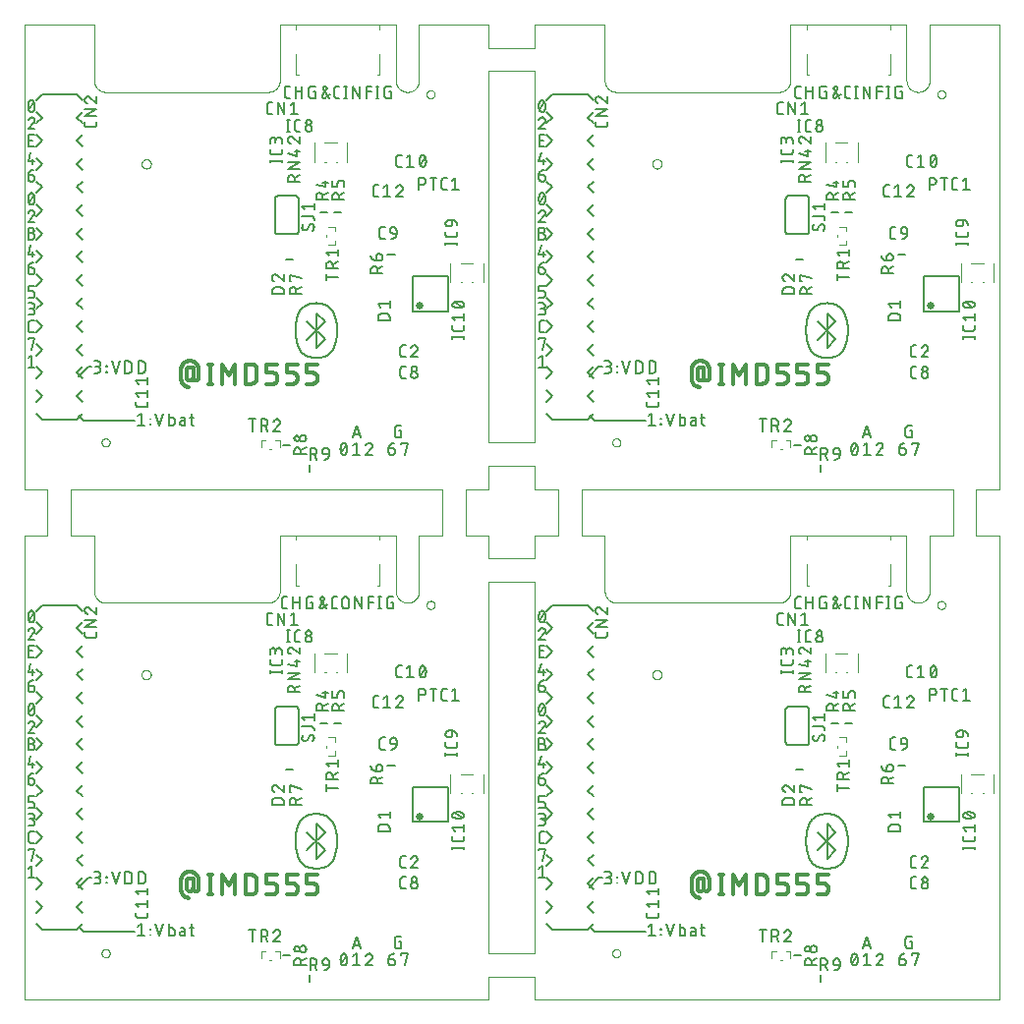
<source format=gto>
G75*
%MOIN*%
%OFA0B0*%
%FSLAX25Y25*%
%IPPOS*%
%LPD*%
%AMOC8*
5,1,8,0,0,1.08239X$1,22.5*
%
%ADD10C,0.00000*%
%ADD11C,0.01200*%
%ADD12C,0.00700*%
%ADD13C,0.00787*%
%ADD14C,0.00394*%
%ADD15C,0.00800*%
%ADD16C,0.02559*%
%ADD17C,0.00600*%
D10*
X0001680Y0001394D02*
X0001680Y0158874D01*
X0009555Y0158874D01*
X0009555Y0174622D01*
X0001680Y0174622D01*
X0001680Y0332102D01*
X0025303Y0332102D01*
X0025303Y0313205D01*
X0025305Y0313081D01*
X0025311Y0312958D01*
X0025320Y0312834D01*
X0025334Y0312712D01*
X0025351Y0312589D01*
X0025373Y0312467D01*
X0025398Y0312346D01*
X0025427Y0312226D01*
X0025459Y0312107D01*
X0025496Y0311988D01*
X0025536Y0311871D01*
X0025579Y0311756D01*
X0025627Y0311641D01*
X0025678Y0311529D01*
X0025732Y0311418D01*
X0025790Y0311308D01*
X0025851Y0311201D01*
X0025916Y0311095D01*
X0025984Y0310992D01*
X0026055Y0310891D01*
X0026129Y0310792D01*
X0026206Y0310695D01*
X0026287Y0310601D01*
X0026370Y0310510D01*
X0026456Y0310421D01*
X0026545Y0310335D01*
X0026636Y0310252D01*
X0026730Y0310171D01*
X0026827Y0310094D01*
X0026926Y0310020D01*
X0027027Y0309949D01*
X0027130Y0309881D01*
X0027236Y0309816D01*
X0027343Y0309755D01*
X0027453Y0309697D01*
X0027564Y0309643D01*
X0027676Y0309592D01*
X0027791Y0309544D01*
X0027906Y0309501D01*
X0028023Y0309461D01*
X0028142Y0309424D01*
X0028261Y0309392D01*
X0028381Y0309363D01*
X0028502Y0309338D01*
X0028624Y0309316D01*
X0028747Y0309299D01*
X0028869Y0309285D01*
X0028993Y0309276D01*
X0029116Y0309270D01*
X0029240Y0309268D01*
X0084358Y0309268D01*
X0084482Y0309270D01*
X0084605Y0309276D01*
X0084729Y0309285D01*
X0084851Y0309299D01*
X0084974Y0309316D01*
X0085096Y0309338D01*
X0085217Y0309363D01*
X0085337Y0309392D01*
X0085456Y0309424D01*
X0085575Y0309461D01*
X0085692Y0309501D01*
X0085807Y0309544D01*
X0085922Y0309592D01*
X0086034Y0309643D01*
X0086145Y0309697D01*
X0086255Y0309755D01*
X0086362Y0309816D01*
X0086468Y0309881D01*
X0086571Y0309949D01*
X0086672Y0310020D01*
X0086771Y0310094D01*
X0086868Y0310171D01*
X0086962Y0310252D01*
X0087053Y0310335D01*
X0087142Y0310421D01*
X0087228Y0310510D01*
X0087311Y0310601D01*
X0087392Y0310695D01*
X0087469Y0310792D01*
X0087543Y0310891D01*
X0087614Y0310992D01*
X0087682Y0311095D01*
X0087747Y0311201D01*
X0087808Y0311308D01*
X0087866Y0311418D01*
X0087920Y0311529D01*
X0087971Y0311641D01*
X0088019Y0311756D01*
X0088062Y0311871D01*
X0088102Y0311988D01*
X0088139Y0312107D01*
X0088171Y0312226D01*
X0088200Y0312346D01*
X0088225Y0312467D01*
X0088247Y0312589D01*
X0088264Y0312712D01*
X0088278Y0312834D01*
X0088287Y0312958D01*
X0088293Y0313081D01*
X0088295Y0313205D01*
X0088295Y0332102D01*
X0127665Y0332102D01*
X0127665Y0313205D01*
X0127667Y0313081D01*
X0127673Y0312958D01*
X0127682Y0312834D01*
X0127696Y0312712D01*
X0127713Y0312589D01*
X0127735Y0312467D01*
X0127760Y0312346D01*
X0127789Y0312226D01*
X0127821Y0312107D01*
X0127858Y0311988D01*
X0127898Y0311871D01*
X0127941Y0311756D01*
X0127989Y0311641D01*
X0128040Y0311529D01*
X0128094Y0311418D01*
X0128152Y0311308D01*
X0128213Y0311201D01*
X0128278Y0311095D01*
X0128346Y0310992D01*
X0128417Y0310891D01*
X0128491Y0310792D01*
X0128568Y0310695D01*
X0128649Y0310601D01*
X0128732Y0310510D01*
X0128818Y0310421D01*
X0128907Y0310335D01*
X0128998Y0310252D01*
X0129092Y0310171D01*
X0129189Y0310094D01*
X0129288Y0310020D01*
X0129389Y0309949D01*
X0129492Y0309881D01*
X0129598Y0309816D01*
X0129705Y0309755D01*
X0129815Y0309697D01*
X0129926Y0309643D01*
X0130038Y0309592D01*
X0130153Y0309544D01*
X0130268Y0309501D01*
X0130385Y0309461D01*
X0130504Y0309424D01*
X0130623Y0309392D01*
X0130743Y0309363D01*
X0130864Y0309338D01*
X0130986Y0309316D01*
X0131109Y0309299D01*
X0131231Y0309285D01*
X0131355Y0309276D01*
X0131478Y0309270D01*
X0131602Y0309268D01*
X0131726Y0309270D01*
X0131849Y0309276D01*
X0131973Y0309285D01*
X0132095Y0309299D01*
X0132218Y0309316D01*
X0132340Y0309338D01*
X0132461Y0309363D01*
X0132581Y0309392D01*
X0132700Y0309424D01*
X0132819Y0309461D01*
X0132936Y0309501D01*
X0133051Y0309544D01*
X0133166Y0309592D01*
X0133278Y0309643D01*
X0133389Y0309697D01*
X0133499Y0309755D01*
X0133606Y0309816D01*
X0133712Y0309881D01*
X0133815Y0309949D01*
X0133916Y0310020D01*
X0134015Y0310094D01*
X0134112Y0310171D01*
X0134206Y0310252D01*
X0134297Y0310335D01*
X0134386Y0310421D01*
X0134472Y0310510D01*
X0134555Y0310601D01*
X0134636Y0310695D01*
X0134713Y0310792D01*
X0134787Y0310891D01*
X0134858Y0310992D01*
X0134926Y0311095D01*
X0134991Y0311201D01*
X0135052Y0311308D01*
X0135110Y0311418D01*
X0135164Y0311529D01*
X0135215Y0311641D01*
X0135263Y0311756D01*
X0135306Y0311871D01*
X0135346Y0311988D01*
X0135383Y0312107D01*
X0135415Y0312226D01*
X0135444Y0312346D01*
X0135469Y0312467D01*
X0135491Y0312589D01*
X0135508Y0312712D01*
X0135522Y0312834D01*
X0135531Y0312958D01*
X0135537Y0313081D01*
X0135539Y0313205D01*
X0135539Y0332102D01*
X0159161Y0332102D01*
X0159161Y0324228D01*
X0174909Y0324228D01*
X0174909Y0332102D01*
X0198531Y0332102D01*
X0198531Y0313205D01*
X0198533Y0313081D01*
X0198539Y0312958D01*
X0198548Y0312834D01*
X0198562Y0312712D01*
X0198579Y0312589D01*
X0198601Y0312467D01*
X0198626Y0312346D01*
X0198655Y0312226D01*
X0198687Y0312107D01*
X0198724Y0311988D01*
X0198764Y0311871D01*
X0198807Y0311756D01*
X0198855Y0311641D01*
X0198906Y0311529D01*
X0198960Y0311418D01*
X0199018Y0311308D01*
X0199079Y0311201D01*
X0199144Y0311095D01*
X0199212Y0310992D01*
X0199283Y0310891D01*
X0199357Y0310792D01*
X0199434Y0310695D01*
X0199515Y0310601D01*
X0199598Y0310510D01*
X0199684Y0310421D01*
X0199773Y0310335D01*
X0199864Y0310252D01*
X0199958Y0310171D01*
X0200055Y0310094D01*
X0200154Y0310020D01*
X0200255Y0309949D01*
X0200358Y0309881D01*
X0200464Y0309816D01*
X0200571Y0309755D01*
X0200681Y0309697D01*
X0200792Y0309643D01*
X0200904Y0309592D01*
X0201019Y0309544D01*
X0201134Y0309501D01*
X0201251Y0309461D01*
X0201370Y0309424D01*
X0201489Y0309392D01*
X0201609Y0309363D01*
X0201730Y0309338D01*
X0201852Y0309316D01*
X0201975Y0309299D01*
X0202097Y0309285D01*
X0202221Y0309276D01*
X0202344Y0309270D01*
X0202468Y0309268D01*
X0257586Y0309268D01*
X0257710Y0309270D01*
X0257833Y0309276D01*
X0257957Y0309285D01*
X0258079Y0309299D01*
X0258202Y0309316D01*
X0258324Y0309338D01*
X0258445Y0309363D01*
X0258565Y0309392D01*
X0258684Y0309424D01*
X0258803Y0309461D01*
X0258920Y0309501D01*
X0259035Y0309544D01*
X0259150Y0309592D01*
X0259262Y0309643D01*
X0259373Y0309697D01*
X0259483Y0309755D01*
X0259590Y0309816D01*
X0259696Y0309881D01*
X0259799Y0309949D01*
X0259900Y0310020D01*
X0259999Y0310094D01*
X0260096Y0310171D01*
X0260190Y0310252D01*
X0260281Y0310335D01*
X0260370Y0310421D01*
X0260456Y0310510D01*
X0260539Y0310601D01*
X0260620Y0310695D01*
X0260697Y0310792D01*
X0260771Y0310891D01*
X0260842Y0310992D01*
X0260910Y0311095D01*
X0260975Y0311201D01*
X0261036Y0311308D01*
X0261094Y0311418D01*
X0261148Y0311529D01*
X0261199Y0311641D01*
X0261247Y0311756D01*
X0261290Y0311871D01*
X0261330Y0311988D01*
X0261367Y0312107D01*
X0261399Y0312226D01*
X0261428Y0312346D01*
X0261453Y0312467D01*
X0261475Y0312589D01*
X0261492Y0312712D01*
X0261506Y0312834D01*
X0261515Y0312958D01*
X0261521Y0313081D01*
X0261523Y0313205D01*
X0261523Y0332102D01*
X0300893Y0332102D01*
X0300893Y0313205D01*
X0300895Y0313081D01*
X0300901Y0312958D01*
X0300910Y0312834D01*
X0300924Y0312712D01*
X0300941Y0312589D01*
X0300963Y0312467D01*
X0300988Y0312346D01*
X0301017Y0312226D01*
X0301049Y0312107D01*
X0301086Y0311988D01*
X0301126Y0311871D01*
X0301169Y0311756D01*
X0301217Y0311641D01*
X0301268Y0311529D01*
X0301322Y0311418D01*
X0301380Y0311308D01*
X0301441Y0311201D01*
X0301506Y0311095D01*
X0301574Y0310992D01*
X0301645Y0310891D01*
X0301719Y0310792D01*
X0301796Y0310695D01*
X0301877Y0310601D01*
X0301960Y0310510D01*
X0302046Y0310421D01*
X0302135Y0310335D01*
X0302226Y0310252D01*
X0302320Y0310171D01*
X0302417Y0310094D01*
X0302516Y0310020D01*
X0302617Y0309949D01*
X0302720Y0309881D01*
X0302826Y0309816D01*
X0302933Y0309755D01*
X0303043Y0309697D01*
X0303154Y0309643D01*
X0303266Y0309592D01*
X0303381Y0309544D01*
X0303496Y0309501D01*
X0303613Y0309461D01*
X0303732Y0309424D01*
X0303851Y0309392D01*
X0303971Y0309363D01*
X0304092Y0309338D01*
X0304214Y0309316D01*
X0304337Y0309299D01*
X0304459Y0309285D01*
X0304583Y0309276D01*
X0304706Y0309270D01*
X0304830Y0309268D01*
X0304954Y0309270D01*
X0305077Y0309276D01*
X0305201Y0309285D01*
X0305323Y0309299D01*
X0305446Y0309316D01*
X0305568Y0309338D01*
X0305689Y0309363D01*
X0305809Y0309392D01*
X0305928Y0309424D01*
X0306047Y0309461D01*
X0306164Y0309501D01*
X0306279Y0309544D01*
X0306394Y0309592D01*
X0306506Y0309643D01*
X0306617Y0309697D01*
X0306727Y0309755D01*
X0306834Y0309816D01*
X0306940Y0309881D01*
X0307043Y0309949D01*
X0307144Y0310020D01*
X0307243Y0310094D01*
X0307340Y0310171D01*
X0307434Y0310252D01*
X0307525Y0310335D01*
X0307614Y0310421D01*
X0307700Y0310510D01*
X0307783Y0310601D01*
X0307864Y0310695D01*
X0307941Y0310792D01*
X0308015Y0310891D01*
X0308086Y0310992D01*
X0308154Y0311095D01*
X0308219Y0311201D01*
X0308280Y0311308D01*
X0308338Y0311418D01*
X0308392Y0311529D01*
X0308443Y0311641D01*
X0308491Y0311756D01*
X0308534Y0311871D01*
X0308574Y0311988D01*
X0308611Y0312107D01*
X0308643Y0312226D01*
X0308672Y0312346D01*
X0308697Y0312467D01*
X0308719Y0312589D01*
X0308736Y0312712D01*
X0308750Y0312834D01*
X0308759Y0312958D01*
X0308765Y0313081D01*
X0308767Y0313205D01*
X0308767Y0332102D01*
X0332389Y0332102D01*
X0332389Y0174622D01*
X0324515Y0174622D01*
X0324515Y0158874D01*
X0332389Y0158874D01*
X0332389Y0001394D01*
X0174909Y0001394D01*
X0174909Y0009268D01*
X0159161Y0009268D01*
X0159161Y0001394D01*
X0001680Y0001394D01*
X0041444Y0111630D02*
X0041446Y0111709D01*
X0041452Y0111788D01*
X0041462Y0111867D01*
X0041476Y0111945D01*
X0041493Y0112022D01*
X0041515Y0112098D01*
X0041540Y0112173D01*
X0041570Y0112246D01*
X0041602Y0112318D01*
X0041639Y0112389D01*
X0041679Y0112457D01*
X0041722Y0112523D01*
X0041768Y0112587D01*
X0041818Y0112649D01*
X0041871Y0112708D01*
X0041926Y0112764D01*
X0041985Y0112818D01*
X0042046Y0112868D01*
X0042109Y0112916D01*
X0042175Y0112960D01*
X0042243Y0113001D01*
X0042313Y0113038D01*
X0042384Y0113072D01*
X0042458Y0113102D01*
X0042532Y0113128D01*
X0042608Y0113150D01*
X0042685Y0113169D01*
X0042763Y0113184D01*
X0042841Y0113195D01*
X0042920Y0113202D01*
X0042999Y0113205D01*
X0043078Y0113204D01*
X0043157Y0113199D01*
X0043236Y0113190D01*
X0043314Y0113177D01*
X0043391Y0113160D01*
X0043468Y0113140D01*
X0043543Y0113115D01*
X0043617Y0113087D01*
X0043690Y0113055D01*
X0043760Y0113020D01*
X0043829Y0112981D01*
X0043896Y0112938D01*
X0043961Y0112892D01*
X0044023Y0112844D01*
X0044083Y0112792D01*
X0044140Y0112737D01*
X0044194Y0112679D01*
X0044245Y0112619D01*
X0044293Y0112556D01*
X0044338Y0112491D01*
X0044380Y0112423D01*
X0044418Y0112354D01*
X0044452Y0112283D01*
X0044483Y0112210D01*
X0044511Y0112135D01*
X0044534Y0112060D01*
X0044554Y0111983D01*
X0044570Y0111906D01*
X0044582Y0111827D01*
X0044590Y0111749D01*
X0044594Y0111670D01*
X0044594Y0111590D01*
X0044590Y0111511D01*
X0044582Y0111433D01*
X0044570Y0111354D01*
X0044554Y0111277D01*
X0044534Y0111200D01*
X0044511Y0111125D01*
X0044483Y0111050D01*
X0044452Y0110977D01*
X0044418Y0110906D01*
X0044380Y0110837D01*
X0044338Y0110769D01*
X0044293Y0110704D01*
X0044245Y0110641D01*
X0044194Y0110581D01*
X0044140Y0110523D01*
X0044083Y0110468D01*
X0044023Y0110416D01*
X0043961Y0110368D01*
X0043896Y0110322D01*
X0043829Y0110279D01*
X0043760Y0110240D01*
X0043690Y0110205D01*
X0043617Y0110173D01*
X0043543Y0110145D01*
X0043468Y0110120D01*
X0043391Y0110100D01*
X0043314Y0110083D01*
X0043236Y0110070D01*
X0043157Y0110061D01*
X0043078Y0110056D01*
X0042999Y0110055D01*
X0042920Y0110058D01*
X0042841Y0110065D01*
X0042763Y0110076D01*
X0042685Y0110091D01*
X0042608Y0110110D01*
X0042532Y0110132D01*
X0042458Y0110158D01*
X0042384Y0110188D01*
X0042313Y0110222D01*
X0042243Y0110259D01*
X0042175Y0110300D01*
X0042109Y0110344D01*
X0042046Y0110392D01*
X0041985Y0110442D01*
X0041926Y0110496D01*
X0041871Y0110552D01*
X0041818Y0110611D01*
X0041768Y0110673D01*
X0041722Y0110737D01*
X0041679Y0110803D01*
X0041639Y0110871D01*
X0041602Y0110942D01*
X0041570Y0111014D01*
X0041540Y0111087D01*
X0041515Y0111162D01*
X0041493Y0111238D01*
X0041476Y0111315D01*
X0041462Y0111393D01*
X0041452Y0111472D01*
X0041446Y0111551D01*
X0041444Y0111630D01*
X0029240Y0136039D02*
X0084358Y0136039D01*
X0084482Y0136041D01*
X0084605Y0136047D01*
X0084729Y0136056D01*
X0084851Y0136070D01*
X0084974Y0136087D01*
X0085096Y0136109D01*
X0085217Y0136134D01*
X0085337Y0136163D01*
X0085456Y0136195D01*
X0085575Y0136232D01*
X0085692Y0136272D01*
X0085807Y0136315D01*
X0085922Y0136363D01*
X0086034Y0136414D01*
X0086145Y0136468D01*
X0086255Y0136526D01*
X0086362Y0136587D01*
X0086468Y0136652D01*
X0086571Y0136720D01*
X0086672Y0136791D01*
X0086771Y0136865D01*
X0086868Y0136942D01*
X0086962Y0137023D01*
X0087053Y0137106D01*
X0087142Y0137192D01*
X0087228Y0137281D01*
X0087311Y0137372D01*
X0087392Y0137466D01*
X0087469Y0137563D01*
X0087543Y0137662D01*
X0087614Y0137763D01*
X0087682Y0137866D01*
X0087747Y0137972D01*
X0087808Y0138079D01*
X0087866Y0138189D01*
X0087920Y0138300D01*
X0087971Y0138412D01*
X0088019Y0138527D01*
X0088062Y0138642D01*
X0088102Y0138759D01*
X0088139Y0138878D01*
X0088171Y0138997D01*
X0088200Y0139117D01*
X0088225Y0139238D01*
X0088247Y0139360D01*
X0088264Y0139483D01*
X0088278Y0139605D01*
X0088287Y0139729D01*
X0088293Y0139852D01*
X0088295Y0139976D01*
X0088295Y0158874D01*
X0127665Y0158874D01*
X0127665Y0139976D01*
X0127667Y0139852D01*
X0127673Y0139729D01*
X0127682Y0139605D01*
X0127696Y0139483D01*
X0127713Y0139360D01*
X0127735Y0139238D01*
X0127760Y0139117D01*
X0127789Y0138997D01*
X0127821Y0138878D01*
X0127858Y0138759D01*
X0127898Y0138642D01*
X0127941Y0138527D01*
X0127989Y0138412D01*
X0128040Y0138300D01*
X0128094Y0138189D01*
X0128152Y0138079D01*
X0128213Y0137972D01*
X0128278Y0137866D01*
X0128346Y0137763D01*
X0128417Y0137662D01*
X0128491Y0137563D01*
X0128568Y0137466D01*
X0128649Y0137372D01*
X0128732Y0137281D01*
X0128818Y0137192D01*
X0128907Y0137106D01*
X0128998Y0137023D01*
X0129092Y0136942D01*
X0129189Y0136865D01*
X0129288Y0136791D01*
X0129389Y0136720D01*
X0129492Y0136652D01*
X0129598Y0136587D01*
X0129705Y0136526D01*
X0129815Y0136468D01*
X0129926Y0136414D01*
X0130038Y0136363D01*
X0130153Y0136315D01*
X0130268Y0136272D01*
X0130385Y0136232D01*
X0130504Y0136195D01*
X0130623Y0136163D01*
X0130743Y0136134D01*
X0130864Y0136109D01*
X0130986Y0136087D01*
X0131109Y0136070D01*
X0131231Y0136056D01*
X0131355Y0136047D01*
X0131478Y0136041D01*
X0131602Y0136039D01*
X0131726Y0136041D01*
X0131849Y0136047D01*
X0131973Y0136056D01*
X0132095Y0136070D01*
X0132218Y0136087D01*
X0132340Y0136109D01*
X0132461Y0136134D01*
X0132581Y0136163D01*
X0132700Y0136195D01*
X0132819Y0136232D01*
X0132936Y0136272D01*
X0133051Y0136315D01*
X0133166Y0136363D01*
X0133278Y0136414D01*
X0133389Y0136468D01*
X0133499Y0136526D01*
X0133606Y0136587D01*
X0133712Y0136652D01*
X0133815Y0136720D01*
X0133916Y0136791D01*
X0134015Y0136865D01*
X0134112Y0136942D01*
X0134206Y0137023D01*
X0134297Y0137106D01*
X0134386Y0137192D01*
X0134472Y0137281D01*
X0134555Y0137372D01*
X0134636Y0137466D01*
X0134713Y0137563D01*
X0134787Y0137662D01*
X0134858Y0137763D01*
X0134926Y0137866D01*
X0134991Y0137972D01*
X0135052Y0138079D01*
X0135110Y0138189D01*
X0135164Y0138300D01*
X0135215Y0138412D01*
X0135263Y0138527D01*
X0135306Y0138642D01*
X0135346Y0138759D01*
X0135383Y0138878D01*
X0135415Y0138997D01*
X0135444Y0139117D01*
X0135469Y0139238D01*
X0135491Y0139360D01*
X0135508Y0139483D01*
X0135522Y0139605D01*
X0135531Y0139729D01*
X0135537Y0139852D01*
X0135539Y0139976D01*
X0135539Y0158874D01*
X0143413Y0158874D01*
X0143413Y0174622D01*
X0017429Y0174622D01*
X0017429Y0158874D01*
X0025303Y0158874D01*
X0025303Y0139976D01*
X0025305Y0139852D01*
X0025311Y0139729D01*
X0025320Y0139605D01*
X0025334Y0139483D01*
X0025351Y0139360D01*
X0025373Y0139238D01*
X0025398Y0139117D01*
X0025427Y0138997D01*
X0025459Y0138878D01*
X0025496Y0138759D01*
X0025536Y0138642D01*
X0025579Y0138527D01*
X0025627Y0138412D01*
X0025678Y0138300D01*
X0025732Y0138189D01*
X0025790Y0138079D01*
X0025851Y0137972D01*
X0025916Y0137866D01*
X0025984Y0137763D01*
X0026055Y0137662D01*
X0026129Y0137563D01*
X0026206Y0137466D01*
X0026287Y0137372D01*
X0026370Y0137281D01*
X0026456Y0137192D01*
X0026545Y0137106D01*
X0026636Y0137023D01*
X0026730Y0136942D01*
X0026827Y0136865D01*
X0026926Y0136791D01*
X0027027Y0136720D01*
X0027130Y0136652D01*
X0027236Y0136587D01*
X0027343Y0136526D01*
X0027453Y0136468D01*
X0027564Y0136414D01*
X0027676Y0136363D01*
X0027791Y0136315D01*
X0027906Y0136272D01*
X0028023Y0136232D01*
X0028142Y0136195D01*
X0028261Y0136163D01*
X0028381Y0136134D01*
X0028502Y0136109D01*
X0028624Y0136087D01*
X0028747Y0136070D01*
X0028869Y0136056D01*
X0028993Y0136047D01*
X0029116Y0136041D01*
X0029240Y0136039D01*
X0094200Y0158874D02*
X0121759Y0158874D01*
X0151287Y0158874D02*
X0151287Y0174622D01*
X0159161Y0174622D01*
X0159161Y0182496D01*
X0174909Y0182496D01*
X0174909Y0174622D01*
X0182783Y0174622D01*
X0182783Y0158874D01*
X0174909Y0158874D01*
X0174909Y0151000D01*
X0159161Y0151000D01*
X0159161Y0158874D01*
X0151287Y0158874D01*
X0159161Y0143126D02*
X0174909Y0143126D01*
X0174909Y0017142D01*
X0159161Y0017142D01*
X0159161Y0143126D01*
X0190657Y0158874D02*
X0190657Y0174622D01*
X0316641Y0174622D01*
X0316641Y0158874D01*
X0308767Y0158874D01*
X0308767Y0139976D01*
X0304830Y0136039D02*
X0304706Y0136041D01*
X0304583Y0136047D01*
X0304459Y0136056D01*
X0304337Y0136070D01*
X0304214Y0136087D01*
X0304092Y0136109D01*
X0303971Y0136134D01*
X0303851Y0136163D01*
X0303732Y0136195D01*
X0303613Y0136232D01*
X0303496Y0136272D01*
X0303381Y0136315D01*
X0303266Y0136363D01*
X0303154Y0136414D01*
X0303043Y0136468D01*
X0302933Y0136526D01*
X0302826Y0136587D01*
X0302720Y0136652D01*
X0302617Y0136720D01*
X0302516Y0136791D01*
X0302417Y0136865D01*
X0302320Y0136942D01*
X0302226Y0137023D01*
X0302135Y0137106D01*
X0302046Y0137192D01*
X0301960Y0137281D01*
X0301877Y0137372D01*
X0301796Y0137466D01*
X0301719Y0137563D01*
X0301645Y0137662D01*
X0301574Y0137763D01*
X0301506Y0137866D01*
X0301441Y0137972D01*
X0301380Y0138079D01*
X0301322Y0138189D01*
X0301268Y0138300D01*
X0301217Y0138412D01*
X0301169Y0138527D01*
X0301126Y0138642D01*
X0301086Y0138759D01*
X0301049Y0138878D01*
X0301017Y0138997D01*
X0300988Y0139117D01*
X0300963Y0139238D01*
X0300941Y0139360D01*
X0300924Y0139483D01*
X0300910Y0139605D01*
X0300901Y0139729D01*
X0300895Y0139852D01*
X0300893Y0139976D01*
X0300893Y0158874D01*
X0261523Y0158874D01*
X0261523Y0139976D01*
X0261521Y0139852D01*
X0261515Y0139729D01*
X0261506Y0139605D01*
X0261492Y0139483D01*
X0261475Y0139360D01*
X0261453Y0139238D01*
X0261428Y0139117D01*
X0261399Y0138997D01*
X0261367Y0138878D01*
X0261330Y0138759D01*
X0261290Y0138642D01*
X0261247Y0138527D01*
X0261199Y0138412D01*
X0261148Y0138300D01*
X0261094Y0138189D01*
X0261036Y0138079D01*
X0260975Y0137972D01*
X0260910Y0137866D01*
X0260842Y0137763D01*
X0260771Y0137662D01*
X0260697Y0137563D01*
X0260620Y0137466D01*
X0260539Y0137372D01*
X0260456Y0137281D01*
X0260370Y0137192D01*
X0260281Y0137106D01*
X0260190Y0137023D01*
X0260096Y0136942D01*
X0259999Y0136865D01*
X0259900Y0136791D01*
X0259799Y0136720D01*
X0259696Y0136652D01*
X0259590Y0136587D01*
X0259483Y0136526D01*
X0259373Y0136468D01*
X0259262Y0136414D01*
X0259150Y0136363D01*
X0259035Y0136315D01*
X0258920Y0136272D01*
X0258803Y0136232D01*
X0258684Y0136195D01*
X0258565Y0136163D01*
X0258445Y0136134D01*
X0258324Y0136109D01*
X0258202Y0136087D01*
X0258079Y0136070D01*
X0257957Y0136056D01*
X0257833Y0136047D01*
X0257710Y0136041D01*
X0257586Y0136039D01*
X0202468Y0136039D01*
X0202344Y0136041D01*
X0202221Y0136047D01*
X0202097Y0136056D01*
X0201975Y0136070D01*
X0201852Y0136087D01*
X0201730Y0136109D01*
X0201609Y0136134D01*
X0201489Y0136163D01*
X0201370Y0136195D01*
X0201251Y0136232D01*
X0201134Y0136272D01*
X0201019Y0136315D01*
X0200904Y0136363D01*
X0200792Y0136414D01*
X0200681Y0136468D01*
X0200571Y0136526D01*
X0200464Y0136587D01*
X0200358Y0136652D01*
X0200255Y0136720D01*
X0200154Y0136791D01*
X0200055Y0136865D01*
X0199958Y0136942D01*
X0199864Y0137023D01*
X0199773Y0137106D01*
X0199684Y0137192D01*
X0199598Y0137281D01*
X0199515Y0137372D01*
X0199434Y0137466D01*
X0199357Y0137563D01*
X0199283Y0137662D01*
X0199212Y0137763D01*
X0199144Y0137866D01*
X0199079Y0137972D01*
X0199018Y0138079D01*
X0198960Y0138189D01*
X0198906Y0138300D01*
X0198855Y0138412D01*
X0198807Y0138527D01*
X0198764Y0138642D01*
X0198724Y0138759D01*
X0198687Y0138878D01*
X0198655Y0138997D01*
X0198626Y0139117D01*
X0198601Y0139238D01*
X0198579Y0139360D01*
X0198562Y0139483D01*
X0198548Y0139605D01*
X0198539Y0139729D01*
X0198533Y0139852D01*
X0198531Y0139976D01*
X0198531Y0158874D01*
X0190657Y0158874D01*
X0174909Y0190370D02*
X0159161Y0190370D01*
X0159161Y0316354D01*
X0174909Y0316354D01*
X0174909Y0190370D01*
X0214672Y0111630D02*
X0214674Y0111709D01*
X0214680Y0111788D01*
X0214690Y0111867D01*
X0214704Y0111945D01*
X0214721Y0112022D01*
X0214743Y0112098D01*
X0214768Y0112173D01*
X0214798Y0112246D01*
X0214830Y0112318D01*
X0214867Y0112389D01*
X0214907Y0112457D01*
X0214950Y0112523D01*
X0214996Y0112587D01*
X0215046Y0112649D01*
X0215099Y0112708D01*
X0215154Y0112764D01*
X0215213Y0112818D01*
X0215274Y0112868D01*
X0215337Y0112916D01*
X0215403Y0112960D01*
X0215471Y0113001D01*
X0215541Y0113038D01*
X0215612Y0113072D01*
X0215686Y0113102D01*
X0215760Y0113128D01*
X0215836Y0113150D01*
X0215913Y0113169D01*
X0215991Y0113184D01*
X0216069Y0113195D01*
X0216148Y0113202D01*
X0216227Y0113205D01*
X0216306Y0113204D01*
X0216385Y0113199D01*
X0216464Y0113190D01*
X0216542Y0113177D01*
X0216619Y0113160D01*
X0216696Y0113140D01*
X0216771Y0113115D01*
X0216845Y0113087D01*
X0216918Y0113055D01*
X0216988Y0113020D01*
X0217057Y0112981D01*
X0217124Y0112938D01*
X0217189Y0112892D01*
X0217251Y0112844D01*
X0217311Y0112792D01*
X0217368Y0112737D01*
X0217422Y0112679D01*
X0217473Y0112619D01*
X0217521Y0112556D01*
X0217566Y0112491D01*
X0217608Y0112423D01*
X0217646Y0112354D01*
X0217680Y0112283D01*
X0217711Y0112210D01*
X0217739Y0112135D01*
X0217762Y0112060D01*
X0217782Y0111983D01*
X0217798Y0111906D01*
X0217810Y0111827D01*
X0217818Y0111749D01*
X0217822Y0111670D01*
X0217822Y0111590D01*
X0217818Y0111511D01*
X0217810Y0111433D01*
X0217798Y0111354D01*
X0217782Y0111277D01*
X0217762Y0111200D01*
X0217739Y0111125D01*
X0217711Y0111050D01*
X0217680Y0110977D01*
X0217646Y0110906D01*
X0217608Y0110837D01*
X0217566Y0110769D01*
X0217521Y0110704D01*
X0217473Y0110641D01*
X0217422Y0110581D01*
X0217368Y0110523D01*
X0217311Y0110468D01*
X0217251Y0110416D01*
X0217189Y0110368D01*
X0217124Y0110322D01*
X0217057Y0110279D01*
X0216988Y0110240D01*
X0216918Y0110205D01*
X0216845Y0110173D01*
X0216771Y0110145D01*
X0216696Y0110120D01*
X0216619Y0110100D01*
X0216542Y0110083D01*
X0216464Y0110070D01*
X0216385Y0110061D01*
X0216306Y0110056D01*
X0216227Y0110055D01*
X0216148Y0110058D01*
X0216069Y0110065D01*
X0215991Y0110076D01*
X0215913Y0110091D01*
X0215836Y0110110D01*
X0215760Y0110132D01*
X0215686Y0110158D01*
X0215612Y0110188D01*
X0215541Y0110222D01*
X0215471Y0110259D01*
X0215403Y0110300D01*
X0215337Y0110344D01*
X0215274Y0110392D01*
X0215213Y0110442D01*
X0215154Y0110496D01*
X0215099Y0110552D01*
X0215046Y0110611D01*
X0214996Y0110673D01*
X0214950Y0110737D01*
X0214907Y0110803D01*
X0214867Y0110871D01*
X0214830Y0110942D01*
X0214798Y0111014D01*
X0214768Y0111087D01*
X0214743Y0111162D01*
X0214721Y0111238D01*
X0214704Y0111315D01*
X0214690Y0111393D01*
X0214680Y0111472D01*
X0214674Y0111551D01*
X0214672Y0111630D01*
X0267429Y0158874D02*
X0294988Y0158874D01*
X0308767Y0139976D02*
X0308765Y0139852D01*
X0308759Y0139729D01*
X0308750Y0139605D01*
X0308736Y0139483D01*
X0308719Y0139360D01*
X0308697Y0139238D01*
X0308672Y0139117D01*
X0308643Y0138997D01*
X0308611Y0138878D01*
X0308574Y0138759D01*
X0308534Y0138642D01*
X0308491Y0138527D01*
X0308443Y0138412D01*
X0308392Y0138300D01*
X0308338Y0138189D01*
X0308280Y0138079D01*
X0308219Y0137972D01*
X0308154Y0137866D01*
X0308086Y0137763D01*
X0308015Y0137662D01*
X0307941Y0137563D01*
X0307864Y0137466D01*
X0307783Y0137372D01*
X0307700Y0137281D01*
X0307614Y0137192D01*
X0307525Y0137106D01*
X0307434Y0137023D01*
X0307340Y0136942D01*
X0307243Y0136865D01*
X0307144Y0136791D01*
X0307043Y0136720D01*
X0306940Y0136652D01*
X0306834Y0136587D01*
X0306727Y0136526D01*
X0306617Y0136468D01*
X0306506Y0136414D01*
X0306394Y0136363D01*
X0306279Y0136315D01*
X0306164Y0136272D01*
X0306047Y0136232D01*
X0305928Y0136195D01*
X0305809Y0136163D01*
X0305689Y0136134D01*
X0305568Y0136109D01*
X0305446Y0136087D01*
X0305323Y0136070D01*
X0305201Y0136056D01*
X0305077Y0136047D01*
X0304954Y0136041D01*
X0304830Y0136039D01*
X0214672Y0284858D02*
X0214674Y0284937D01*
X0214680Y0285016D01*
X0214690Y0285095D01*
X0214704Y0285173D01*
X0214721Y0285250D01*
X0214743Y0285326D01*
X0214768Y0285401D01*
X0214798Y0285474D01*
X0214830Y0285546D01*
X0214867Y0285617D01*
X0214907Y0285685D01*
X0214950Y0285751D01*
X0214996Y0285815D01*
X0215046Y0285877D01*
X0215099Y0285936D01*
X0215154Y0285992D01*
X0215213Y0286046D01*
X0215274Y0286096D01*
X0215337Y0286144D01*
X0215403Y0286188D01*
X0215471Y0286229D01*
X0215541Y0286266D01*
X0215612Y0286300D01*
X0215686Y0286330D01*
X0215760Y0286356D01*
X0215836Y0286378D01*
X0215913Y0286397D01*
X0215991Y0286412D01*
X0216069Y0286423D01*
X0216148Y0286430D01*
X0216227Y0286433D01*
X0216306Y0286432D01*
X0216385Y0286427D01*
X0216464Y0286418D01*
X0216542Y0286405D01*
X0216619Y0286388D01*
X0216696Y0286368D01*
X0216771Y0286343D01*
X0216845Y0286315D01*
X0216918Y0286283D01*
X0216988Y0286248D01*
X0217057Y0286209D01*
X0217124Y0286166D01*
X0217189Y0286120D01*
X0217251Y0286072D01*
X0217311Y0286020D01*
X0217368Y0285965D01*
X0217422Y0285907D01*
X0217473Y0285847D01*
X0217521Y0285784D01*
X0217566Y0285719D01*
X0217608Y0285651D01*
X0217646Y0285582D01*
X0217680Y0285511D01*
X0217711Y0285438D01*
X0217739Y0285363D01*
X0217762Y0285288D01*
X0217782Y0285211D01*
X0217798Y0285134D01*
X0217810Y0285055D01*
X0217818Y0284977D01*
X0217822Y0284898D01*
X0217822Y0284818D01*
X0217818Y0284739D01*
X0217810Y0284661D01*
X0217798Y0284582D01*
X0217782Y0284505D01*
X0217762Y0284428D01*
X0217739Y0284353D01*
X0217711Y0284278D01*
X0217680Y0284205D01*
X0217646Y0284134D01*
X0217608Y0284065D01*
X0217566Y0283997D01*
X0217521Y0283932D01*
X0217473Y0283869D01*
X0217422Y0283809D01*
X0217368Y0283751D01*
X0217311Y0283696D01*
X0217251Y0283644D01*
X0217189Y0283596D01*
X0217124Y0283550D01*
X0217057Y0283507D01*
X0216988Y0283468D01*
X0216918Y0283433D01*
X0216845Y0283401D01*
X0216771Y0283373D01*
X0216696Y0283348D01*
X0216619Y0283328D01*
X0216542Y0283311D01*
X0216464Y0283298D01*
X0216385Y0283289D01*
X0216306Y0283284D01*
X0216227Y0283283D01*
X0216148Y0283286D01*
X0216069Y0283293D01*
X0215991Y0283304D01*
X0215913Y0283319D01*
X0215836Y0283338D01*
X0215760Y0283360D01*
X0215686Y0283386D01*
X0215612Y0283416D01*
X0215541Y0283450D01*
X0215471Y0283487D01*
X0215403Y0283528D01*
X0215337Y0283572D01*
X0215274Y0283620D01*
X0215213Y0283670D01*
X0215154Y0283724D01*
X0215099Y0283780D01*
X0215046Y0283839D01*
X0214996Y0283901D01*
X0214950Y0283965D01*
X0214907Y0284031D01*
X0214867Y0284099D01*
X0214830Y0284170D01*
X0214798Y0284242D01*
X0214768Y0284315D01*
X0214743Y0284390D01*
X0214721Y0284466D01*
X0214704Y0284543D01*
X0214690Y0284621D01*
X0214680Y0284700D01*
X0214674Y0284779D01*
X0214672Y0284858D01*
X0267429Y0332102D02*
X0294988Y0332102D01*
X0121759Y0332102D02*
X0094200Y0332102D01*
X0041444Y0284858D02*
X0041446Y0284937D01*
X0041452Y0285016D01*
X0041462Y0285095D01*
X0041476Y0285173D01*
X0041493Y0285250D01*
X0041515Y0285326D01*
X0041540Y0285401D01*
X0041570Y0285474D01*
X0041602Y0285546D01*
X0041639Y0285617D01*
X0041679Y0285685D01*
X0041722Y0285751D01*
X0041768Y0285815D01*
X0041818Y0285877D01*
X0041871Y0285936D01*
X0041926Y0285992D01*
X0041985Y0286046D01*
X0042046Y0286096D01*
X0042109Y0286144D01*
X0042175Y0286188D01*
X0042243Y0286229D01*
X0042313Y0286266D01*
X0042384Y0286300D01*
X0042458Y0286330D01*
X0042532Y0286356D01*
X0042608Y0286378D01*
X0042685Y0286397D01*
X0042763Y0286412D01*
X0042841Y0286423D01*
X0042920Y0286430D01*
X0042999Y0286433D01*
X0043078Y0286432D01*
X0043157Y0286427D01*
X0043236Y0286418D01*
X0043314Y0286405D01*
X0043391Y0286388D01*
X0043468Y0286368D01*
X0043543Y0286343D01*
X0043617Y0286315D01*
X0043690Y0286283D01*
X0043760Y0286248D01*
X0043829Y0286209D01*
X0043896Y0286166D01*
X0043961Y0286120D01*
X0044023Y0286072D01*
X0044083Y0286020D01*
X0044140Y0285965D01*
X0044194Y0285907D01*
X0044245Y0285847D01*
X0044293Y0285784D01*
X0044338Y0285719D01*
X0044380Y0285651D01*
X0044418Y0285582D01*
X0044452Y0285511D01*
X0044483Y0285438D01*
X0044511Y0285363D01*
X0044534Y0285288D01*
X0044554Y0285211D01*
X0044570Y0285134D01*
X0044582Y0285055D01*
X0044590Y0284977D01*
X0044594Y0284898D01*
X0044594Y0284818D01*
X0044590Y0284739D01*
X0044582Y0284661D01*
X0044570Y0284582D01*
X0044554Y0284505D01*
X0044534Y0284428D01*
X0044511Y0284353D01*
X0044483Y0284278D01*
X0044452Y0284205D01*
X0044418Y0284134D01*
X0044380Y0284065D01*
X0044338Y0283997D01*
X0044293Y0283932D01*
X0044245Y0283869D01*
X0044194Y0283809D01*
X0044140Y0283751D01*
X0044083Y0283696D01*
X0044023Y0283644D01*
X0043961Y0283596D01*
X0043896Y0283550D01*
X0043829Y0283507D01*
X0043760Y0283468D01*
X0043690Y0283433D01*
X0043617Y0283401D01*
X0043543Y0283373D01*
X0043468Y0283348D01*
X0043391Y0283328D01*
X0043314Y0283311D01*
X0043236Y0283298D01*
X0043157Y0283289D01*
X0043078Y0283284D01*
X0042999Y0283283D01*
X0042920Y0283286D01*
X0042841Y0283293D01*
X0042763Y0283304D01*
X0042685Y0283319D01*
X0042608Y0283338D01*
X0042532Y0283360D01*
X0042458Y0283386D01*
X0042384Y0283416D01*
X0042313Y0283450D01*
X0042243Y0283487D01*
X0042175Y0283528D01*
X0042109Y0283572D01*
X0042046Y0283620D01*
X0041985Y0283670D01*
X0041926Y0283724D01*
X0041871Y0283780D01*
X0041818Y0283839D01*
X0041768Y0283901D01*
X0041722Y0283965D01*
X0041679Y0284031D01*
X0041639Y0284099D01*
X0041602Y0284170D01*
X0041570Y0284242D01*
X0041540Y0284315D01*
X0041515Y0284390D01*
X0041493Y0284466D01*
X0041476Y0284543D01*
X0041462Y0284621D01*
X0041452Y0284700D01*
X0041446Y0284779D01*
X0041444Y0284858D01*
D11*
X0064082Y0216935D02*
X0065565Y0216935D01*
X0064823Y0216935D02*
X0064823Y0210261D01*
X0064082Y0210261D02*
X0065565Y0210261D01*
X0068711Y0210261D02*
X0068711Y0216935D01*
X0070936Y0213228D01*
X0073160Y0216935D01*
X0073160Y0210261D01*
X0076779Y0210261D02*
X0078633Y0210261D01*
X0078716Y0210263D01*
X0078799Y0210268D01*
X0078882Y0210278D01*
X0078964Y0210291D01*
X0079046Y0210307D01*
X0079126Y0210328D01*
X0079206Y0210352D01*
X0079284Y0210379D01*
X0079362Y0210410D01*
X0079437Y0210445D01*
X0079512Y0210482D01*
X0079584Y0210523D01*
X0079654Y0210568D01*
X0079723Y0210615D01*
X0079789Y0210665D01*
X0079853Y0210719D01*
X0079914Y0210775D01*
X0079973Y0210834D01*
X0080029Y0210895D01*
X0080083Y0210959D01*
X0080133Y0211025D01*
X0080180Y0211094D01*
X0080225Y0211164D01*
X0080266Y0211236D01*
X0080303Y0211311D01*
X0080338Y0211386D01*
X0080369Y0211464D01*
X0080396Y0211542D01*
X0080420Y0211622D01*
X0080441Y0211702D01*
X0080457Y0211784D01*
X0080470Y0211866D01*
X0080480Y0211949D01*
X0080485Y0212032D01*
X0080487Y0212115D01*
X0080486Y0212115D02*
X0080486Y0215082D01*
X0080487Y0215082D02*
X0080485Y0215165D01*
X0080480Y0215248D01*
X0080470Y0215331D01*
X0080457Y0215413D01*
X0080441Y0215495D01*
X0080420Y0215575D01*
X0080396Y0215655D01*
X0080369Y0215733D01*
X0080338Y0215811D01*
X0080303Y0215886D01*
X0080266Y0215961D01*
X0080225Y0216033D01*
X0080180Y0216103D01*
X0080133Y0216172D01*
X0080083Y0216238D01*
X0080029Y0216302D01*
X0079973Y0216363D01*
X0079914Y0216422D01*
X0079853Y0216478D01*
X0079789Y0216532D01*
X0079723Y0216582D01*
X0079654Y0216629D01*
X0079584Y0216674D01*
X0079512Y0216715D01*
X0079437Y0216752D01*
X0079362Y0216787D01*
X0079284Y0216818D01*
X0079206Y0216845D01*
X0079126Y0216869D01*
X0079046Y0216890D01*
X0078964Y0216906D01*
X0078882Y0216919D01*
X0078799Y0216929D01*
X0078716Y0216934D01*
X0078633Y0216936D01*
X0078633Y0216935D02*
X0076779Y0216935D01*
X0076779Y0210261D01*
X0083796Y0210261D02*
X0086021Y0210261D01*
X0086021Y0210262D02*
X0086096Y0210264D01*
X0086171Y0210270D01*
X0086246Y0210279D01*
X0086320Y0210292D01*
X0086393Y0210309D01*
X0086465Y0210330D01*
X0086536Y0210354D01*
X0086606Y0210382D01*
X0086674Y0210414D01*
X0086741Y0210448D01*
X0086805Y0210486D01*
X0086868Y0210528D01*
X0086929Y0210572D01*
X0086987Y0210620D01*
X0087043Y0210670D01*
X0087096Y0210723D01*
X0087146Y0210779D01*
X0087194Y0210837D01*
X0087238Y0210898D01*
X0087280Y0210961D01*
X0087318Y0211025D01*
X0087352Y0211092D01*
X0087384Y0211160D01*
X0087412Y0211230D01*
X0087436Y0211301D01*
X0087457Y0211373D01*
X0087474Y0211446D01*
X0087487Y0211520D01*
X0087496Y0211595D01*
X0087502Y0211670D01*
X0087504Y0211745D01*
X0087504Y0212486D01*
X0087502Y0212561D01*
X0087496Y0212636D01*
X0087487Y0212711D01*
X0087474Y0212785D01*
X0087457Y0212858D01*
X0087436Y0212930D01*
X0087412Y0213001D01*
X0087384Y0213071D01*
X0087352Y0213139D01*
X0087318Y0213206D01*
X0087280Y0213270D01*
X0087238Y0213333D01*
X0087194Y0213394D01*
X0087146Y0213452D01*
X0087096Y0213508D01*
X0087043Y0213561D01*
X0086987Y0213611D01*
X0086929Y0213659D01*
X0086868Y0213703D01*
X0086805Y0213745D01*
X0086741Y0213783D01*
X0086674Y0213817D01*
X0086606Y0213849D01*
X0086536Y0213877D01*
X0086465Y0213901D01*
X0086393Y0213922D01*
X0086320Y0213939D01*
X0086246Y0213952D01*
X0086171Y0213961D01*
X0086096Y0213967D01*
X0086021Y0213969D01*
X0083796Y0213969D01*
X0083796Y0216935D01*
X0087504Y0216935D01*
X0090588Y0216935D02*
X0090588Y0213969D01*
X0092812Y0213969D01*
X0092887Y0213967D01*
X0092962Y0213961D01*
X0093037Y0213952D01*
X0093111Y0213939D01*
X0093184Y0213922D01*
X0093256Y0213901D01*
X0093327Y0213877D01*
X0093397Y0213849D01*
X0093465Y0213817D01*
X0093532Y0213783D01*
X0093596Y0213745D01*
X0093659Y0213703D01*
X0093720Y0213659D01*
X0093778Y0213611D01*
X0093834Y0213561D01*
X0093887Y0213508D01*
X0093937Y0213452D01*
X0093985Y0213394D01*
X0094029Y0213333D01*
X0094071Y0213270D01*
X0094109Y0213206D01*
X0094143Y0213139D01*
X0094175Y0213071D01*
X0094203Y0213001D01*
X0094227Y0212930D01*
X0094248Y0212858D01*
X0094265Y0212785D01*
X0094278Y0212711D01*
X0094287Y0212636D01*
X0094293Y0212561D01*
X0094295Y0212486D01*
X0094295Y0211745D01*
X0094293Y0211670D01*
X0094287Y0211595D01*
X0094278Y0211520D01*
X0094265Y0211446D01*
X0094248Y0211373D01*
X0094227Y0211301D01*
X0094203Y0211230D01*
X0094175Y0211160D01*
X0094143Y0211092D01*
X0094109Y0211025D01*
X0094071Y0210961D01*
X0094029Y0210898D01*
X0093985Y0210837D01*
X0093937Y0210779D01*
X0093887Y0210723D01*
X0093834Y0210670D01*
X0093778Y0210620D01*
X0093720Y0210572D01*
X0093659Y0210528D01*
X0093596Y0210486D01*
X0093532Y0210448D01*
X0093465Y0210414D01*
X0093397Y0210382D01*
X0093327Y0210354D01*
X0093256Y0210330D01*
X0093184Y0210309D01*
X0093111Y0210292D01*
X0093037Y0210279D01*
X0092962Y0210270D01*
X0092887Y0210264D01*
X0092812Y0210262D01*
X0092812Y0210261D02*
X0090588Y0210261D01*
X0090588Y0216935D02*
X0094295Y0216935D01*
X0097379Y0216935D02*
X0097379Y0213969D01*
X0099604Y0213969D01*
X0099679Y0213967D01*
X0099754Y0213961D01*
X0099829Y0213952D01*
X0099903Y0213939D01*
X0099976Y0213922D01*
X0100048Y0213901D01*
X0100119Y0213877D01*
X0100189Y0213849D01*
X0100257Y0213817D01*
X0100324Y0213783D01*
X0100388Y0213745D01*
X0100451Y0213703D01*
X0100512Y0213659D01*
X0100570Y0213611D01*
X0100626Y0213561D01*
X0100679Y0213508D01*
X0100729Y0213452D01*
X0100777Y0213394D01*
X0100821Y0213333D01*
X0100863Y0213270D01*
X0100901Y0213206D01*
X0100935Y0213139D01*
X0100967Y0213071D01*
X0100995Y0213001D01*
X0101019Y0212930D01*
X0101040Y0212858D01*
X0101057Y0212785D01*
X0101070Y0212711D01*
X0101079Y0212636D01*
X0101085Y0212561D01*
X0101087Y0212486D01*
X0101087Y0211745D01*
X0101085Y0211670D01*
X0101079Y0211595D01*
X0101070Y0211520D01*
X0101057Y0211446D01*
X0101040Y0211373D01*
X0101019Y0211301D01*
X0100995Y0211230D01*
X0100967Y0211160D01*
X0100935Y0211092D01*
X0100901Y0211025D01*
X0100863Y0210961D01*
X0100821Y0210898D01*
X0100777Y0210837D01*
X0100729Y0210779D01*
X0100679Y0210723D01*
X0100626Y0210670D01*
X0100570Y0210620D01*
X0100512Y0210572D01*
X0100451Y0210528D01*
X0100388Y0210486D01*
X0100324Y0210448D01*
X0100257Y0210414D01*
X0100189Y0210382D01*
X0100119Y0210354D01*
X0100048Y0210330D01*
X0099976Y0210309D01*
X0099903Y0210292D01*
X0099829Y0210279D01*
X0099754Y0210270D01*
X0099679Y0210264D01*
X0099604Y0210262D01*
X0099604Y0210261D02*
X0097379Y0210261D01*
X0097379Y0216935D02*
X0101087Y0216935D01*
X0060772Y0215082D02*
X0060772Y0212301D01*
X0060770Y0212242D01*
X0060764Y0212182D01*
X0060755Y0212124D01*
X0060742Y0212066D01*
X0060725Y0212009D01*
X0060704Y0211953D01*
X0060680Y0211899D01*
X0060653Y0211846D01*
X0060622Y0211795D01*
X0060588Y0211747D01*
X0060551Y0211700D01*
X0060511Y0211656D01*
X0060468Y0211615D01*
X0060423Y0211576D01*
X0060375Y0211541D01*
X0060326Y0211508D01*
X0060274Y0211479D01*
X0060220Y0211453D01*
X0060165Y0211431D01*
X0060109Y0211412D01*
X0060051Y0211397D01*
X0059993Y0211386D01*
X0059934Y0211378D01*
X0059875Y0211374D01*
X0059815Y0211374D01*
X0059756Y0211378D01*
X0059697Y0211386D01*
X0059639Y0211397D01*
X0059581Y0211412D01*
X0059525Y0211431D01*
X0059470Y0211453D01*
X0059416Y0211479D01*
X0059364Y0211508D01*
X0059315Y0211541D01*
X0059267Y0211576D01*
X0059222Y0211615D01*
X0059179Y0211656D01*
X0059139Y0211700D01*
X0059102Y0211747D01*
X0059068Y0211795D01*
X0059037Y0211846D01*
X0059010Y0211899D01*
X0058986Y0211953D01*
X0058965Y0212009D01*
X0058948Y0212066D01*
X0058935Y0212124D01*
X0058926Y0212182D01*
X0058920Y0212242D01*
X0058918Y0212301D01*
X0058918Y0215823D01*
X0057806Y0215823D01*
X0060772Y0215082D02*
X0060770Y0215189D01*
X0060764Y0215296D01*
X0060755Y0215403D01*
X0060741Y0215509D01*
X0060724Y0215615D01*
X0060703Y0215720D01*
X0060678Y0215824D01*
X0060649Y0215927D01*
X0060617Y0216029D01*
X0060581Y0216130D01*
X0060541Y0216229D01*
X0060498Y0216327D01*
X0060451Y0216424D01*
X0060401Y0216518D01*
X0060347Y0216611D01*
X0060291Y0216702D01*
X0060230Y0216791D01*
X0060167Y0216877D01*
X0060101Y0216961D01*
X0060032Y0217043D01*
X0059959Y0217122D01*
X0059884Y0217198D01*
X0059807Y0217272D01*
X0059726Y0217343D01*
X0059643Y0217410D01*
X0059558Y0217475D01*
X0059470Y0217537D01*
X0059381Y0217595D01*
X0059289Y0217651D01*
X0059195Y0217702D01*
X0059100Y0217751D01*
X0059003Y0217796D01*
X0058904Y0217837D01*
X0058804Y0217875D01*
X0058702Y0217909D01*
X0058599Y0217940D01*
X0058496Y0217967D01*
X0058391Y0217990D01*
X0058286Y0218009D01*
X0058180Y0218024D01*
X0058073Y0218036D01*
X0057967Y0218044D01*
X0057860Y0218048D01*
X0057752Y0218048D01*
X0057645Y0218044D01*
X0057539Y0218036D01*
X0057432Y0218024D01*
X0057326Y0218009D01*
X0057221Y0217990D01*
X0057116Y0217967D01*
X0057013Y0217940D01*
X0056910Y0217909D01*
X0056808Y0217875D01*
X0056708Y0217837D01*
X0056609Y0217796D01*
X0056512Y0217751D01*
X0056417Y0217702D01*
X0056323Y0217651D01*
X0056231Y0217595D01*
X0056142Y0217537D01*
X0056054Y0217475D01*
X0055969Y0217410D01*
X0055886Y0217343D01*
X0055805Y0217272D01*
X0055728Y0217198D01*
X0055653Y0217122D01*
X0055580Y0217043D01*
X0055511Y0216961D01*
X0055445Y0216877D01*
X0055382Y0216791D01*
X0055321Y0216702D01*
X0055265Y0216611D01*
X0055211Y0216518D01*
X0055161Y0216424D01*
X0055114Y0216327D01*
X0055071Y0216229D01*
X0055031Y0216130D01*
X0054995Y0216029D01*
X0054963Y0215927D01*
X0054934Y0215824D01*
X0054909Y0215720D01*
X0054888Y0215615D01*
X0054871Y0215509D01*
X0054857Y0215403D01*
X0054848Y0215296D01*
X0054842Y0215189D01*
X0054840Y0215082D01*
X0054840Y0211930D01*
X0056693Y0212486D02*
X0056693Y0214711D01*
X0056694Y0214711D02*
X0056696Y0214776D01*
X0056702Y0214840D01*
X0056711Y0214904D01*
X0056724Y0214967D01*
X0056741Y0215030D01*
X0056761Y0215091D01*
X0056785Y0215151D01*
X0056812Y0215210D01*
X0056843Y0215267D01*
X0056877Y0215322D01*
X0056914Y0215375D01*
X0056954Y0215426D01*
X0056997Y0215474D01*
X0057043Y0215520D01*
X0057091Y0215563D01*
X0057142Y0215603D01*
X0057195Y0215640D01*
X0057250Y0215674D01*
X0057307Y0215705D01*
X0057366Y0215732D01*
X0057426Y0215756D01*
X0057487Y0215776D01*
X0057550Y0215793D01*
X0057613Y0215806D01*
X0057677Y0215815D01*
X0057741Y0215821D01*
X0057806Y0215823D01*
X0056694Y0212486D02*
X0056696Y0212420D01*
X0056702Y0212354D01*
X0056712Y0212289D01*
X0056725Y0212225D01*
X0056742Y0212161D01*
X0056764Y0212099D01*
X0056788Y0212038D01*
X0056817Y0211978D01*
X0056849Y0211921D01*
X0056884Y0211865D01*
X0056922Y0211811D01*
X0056964Y0211760D01*
X0057008Y0211711D01*
X0057055Y0211666D01*
X0057105Y0211623D01*
X0057158Y0211583D01*
X0057212Y0211546D01*
X0057269Y0211512D01*
X0057328Y0211482D01*
X0057388Y0211456D01*
X0057450Y0211433D01*
X0057513Y0211413D01*
X0057577Y0211398D01*
X0057642Y0211386D01*
X0057707Y0211378D01*
X0057773Y0211374D01*
X0057839Y0211374D01*
X0057905Y0211378D01*
X0057970Y0211386D01*
X0058035Y0211398D01*
X0058099Y0211413D01*
X0058162Y0211433D01*
X0058224Y0211456D01*
X0058284Y0211482D01*
X0058343Y0211512D01*
X0058400Y0211546D01*
X0058454Y0211583D01*
X0058507Y0211623D01*
X0058557Y0211666D01*
X0058604Y0211711D01*
X0058648Y0211760D01*
X0058690Y0211811D01*
X0058728Y0211865D01*
X0058763Y0211921D01*
X0058795Y0211978D01*
X0058824Y0212038D01*
X0058848Y0212099D01*
X0058870Y0212161D01*
X0058887Y0212225D01*
X0058900Y0212289D01*
X0058910Y0212354D01*
X0058916Y0212420D01*
X0058918Y0212486D01*
X0057435Y0209150D02*
X0057331Y0209159D01*
X0057227Y0209172D01*
X0057124Y0209189D01*
X0057021Y0209210D01*
X0056919Y0209234D01*
X0056819Y0209263D01*
X0056719Y0209295D01*
X0056621Y0209331D01*
X0056524Y0209371D01*
X0056429Y0209414D01*
X0056335Y0209460D01*
X0056243Y0209511D01*
X0056154Y0209564D01*
X0056066Y0209621D01*
X0055980Y0209682D01*
X0055897Y0209745D01*
X0055816Y0209811D01*
X0055738Y0209881D01*
X0055662Y0209953D01*
X0055590Y0210028D01*
X0055520Y0210106D01*
X0055453Y0210187D01*
X0055389Y0210269D01*
X0055328Y0210355D01*
X0055270Y0210442D01*
X0055216Y0210532D01*
X0055165Y0210623D01*
X0055118Y0210716D01*
X0055074Y0210811D01*
X0055034Y0210908D01*
X0054998Y0211006D01*
X0054965Y0211105D01*
X0054936Y0211206D01*
X0054910Y0211307D01*
X0054889Y0211410D01*
X0054871Y0211513D01*
X0054858Y0211617D01*
X0054848Y0211721D01*
X0054842Y0211825D01*
X0054840Y0211930D01*
X0064082Y0043707D02*
X0065565Y0043707D01*
X0064823Y0043707D02*
X0064823Y0037033D01*
X0064082Y0037033D02*
X0065565Y0037033D01*
X0068711Y0037033D02*
X0068711Y0043707D01*
X0070936Y0039999D01*
X0073160Y0043707D01*
X0073160Y0037033D01*
X0076779Y0037033D02*
X0078633Y0037033D01*
X0078716Y0037035D01*
X0078799Y0037040D01*
X0078882Y0037050D01*
X0078964Y0037063D01*
X0079046Y0037079D01*
X0079126Y0037100D01*
X0079206Y0037124D01*
X0079284Y0037151D01*
X0079362Y0037182D01*
X0079437Y0037217D01*
X0079512Y0037254D01*
X0079584Y0037295D01*
X0079654Y0037340D01*
X0079723Y0037387D01*
X0079789Y0037437D01*
X0079853Y0037491D01*
X0079914Y0037547D01*
X0079973Y0037606D01*
X0080029Y0037667D01*
X0080083Y0037731D01*
X0080133Y0037797D01*
X0080180Y0037866D01*
X0080225Y0037936D01*
X0080266Y0038008D01*
X0080303Y0038083D01*
X0080338Y0038158D01*
X0080369Y0038236D01*
X0080396Y0038314D01*
X0080420Y0038394D01*
X0080441Y0038474D01*
X0080457Y0038556D01*
X0080470Y0038638D01*
X0080480Y0038721D01*
X0080485Y0038804D01*
X0080487Y0038887D01*
X0080486Y0038887D02*
X0080486Y0041853D01*
X0080487Y0041853D02*
X0080485Y0041936D01*
X0080480Y0042019D01*
X0080470Y0042102D01*
X0080457Y0042184D01*
X0080441Y0042266D01*
X0080420Y0042346D01*
X0080396Y0042426D01*
X0080369Y0042504D01*
X0080338Y0042582D01*
X0080303Y0042657D01*
X0080266Y0042732D01*
X0080225Y0042804D01*
X0080180Y0042874D01*
X0080133Y0042943D01*
X0080083Y0043009D01*
X0080029Y0043073D01*
X0079973Y0043134D01*
X0079914Y0043193D01*
X0079853Y0043249D01*
X0079789Y0043303D01*
X0079723Y0043353D01*
X0079654Y0043400D01*
X0079584Y0043445D01*
X0079512Y0043486D01*
X0079437Y0043523D01*
X0079362Y0043558D01*
X0079284Y0043589D01*
X0079206Y0043616D01*
X0079126Y0043640D01*
X0079046Y0043661D01*
X0078964Y0043677D01*
X0078882Y0043690D01*
X0078799Y0043700D01*
X0078716Y0043705D01*
X0078633Y0043707D01*
X0076779Y0043707D01*
X0076779Y0037033D01*
X0083796Y0037033D02*
X0086021Y0037033D01*
X0086096Y0037035D01*
X0086171Y0037041D01*
X0086246Y0037050D01*
X0086320Y0037063D01*
X0086393Y0037080D01*
X0086465Y0037101D01*
X0086536Y0037125D01*
X0086606Y0037153D01*
X0086674Y0037185D01*
X0086741Y0037219D01*
X0086805Y0037257D01*
X0086868Y0037299D01*
X0086929Y0037343D01*
X0086987Y0037391D01*
X0087043Y0037441D01*
X0087096Y0037494D01*
X0087146Y0037550D01*
X0087194Y0037608D01*
X0087238Y0037669D01*
X0087280Y0037732D01*
X0087318Y0037796D01*
X0087352Y0037863D01*
X0087384Y0037931D01*
X0087412Y0038001D01*
X0087436Y0038072D01*
X0087457Y0038144D01*
X0087474Y0038217D01*
X0087487Y0038291D01*
X0087496Y0038366D01*
X0087502Y0038441D01*
X0087504Y0038516D01*
X0087504Y0039258D01*
X0087502Y0039333D01*
X0087496Y0039408D01*
X0087487Y0039483D01*
X0087474Y0039557D01*
X0087457Y0039630D01*
X0087436Y0039702D01*
X0087412Y0039773D01*
X0087384Y0039843D01*
X0087352Y0039911D01*
X0087318Y0039978D01*
X0087280Y0040042D01*
X0087238Y0040105D01*
X0087194Y0040166D01*
X0087146Y0040224D01*
X0087096Y0040280D01*
X0087043Y0040333D01*
X0086987Y0040383D01*
X0086929Y0040431D01*
X0086868Y0040475D01*
X0086805Y0040517D01*
X0086741Y0040555D01*
X0086674Y0040589D01*
X0086606Y0040621D01*
X0086536Y0040649D01*
X0086465Y0040673D01*
X0086393Y0040694D01*
X0086320Y0040711D01*
X0086246Y0040724D01*
X0086171Y0040733D01*
X0086096Y0040739D01*
X0086021Y0040741D01*
X0083796Y0040741D01*
X0083796Y0043707D01*
X0087504Y0043707D01*
X0090588Y0043707D02*
X0094295Y0043707D01*
X0097379Y0043707D02*
X0101087Y0043707D01*
X0099604Y0040741D02*
X0097379Y0040741D01*
X0097379Y0043707D01*
X0099604Y0040741D02*
X0099679Y0040739D01*
X0099754Y0040733D01*
X0099829Y0040724D01*
X0099903Y0040711D01*
X0099976Y0040694D01*
X0100048Y0040673D01*
X0100119Y0040649D01*
X0100189Y0040621D01*
X0100257Y0040589D01*
X0100324Y0040555D01*
X0100388Y0040517D01*
X0100451Y0040475D01*
X0100512Y0040431D01*
X0100570Y0040383D01*
X0100626Y0040333D01*
X0100679Y0040280D01*
X0100729Y0040224D01*
X0100777Y0040166D01*
X0100821Y0040105D01*
X0100863Y0040042D01*
X0100901Y0039978D01*
X0100935Y0039911D01*
X0100967Y0039843D01*
X0100995Y0039773D01*
X0101019Y0039702D01*
X0101040Y0039630D01*
X0101057Y0039557D01*
X0101070Y0039483D01*
X0101079Y0039408D01*
X0101085Y0039333D01*
X0101087Y0039258D01*
X0101087Y0038516D01*
X0101085Y0038441D01*
X0101079Y0038366D01*
X0101070Y0038291D01*
X0101057Y0038217D01*
X0101040Y0038144D01*
X0101019Y0038072D01*
X0100995Y0038001D01*
X0100967Y0037931D01*
X0100935Y0037863D01*
X0100901Y0037796D01*
X0100863Y0037732D01*
X0100821Y0037669D01*
X0100777Y0037608D01*
X0100729Y0037550D01*
X0100679Y0037494D01*
X0100626Y0037441D01*
X0100570Y0037391D01*
X0100512Y0037343D01*
X0100451Y0037299D01*
X0100388Y0037257D01*
X0100324Y0037219D01*
X0100257Y0037185D01*
X0100189Y0037153D01*
X0100119Y0037125D01*
X0100048Y0037101D01*
X0099976Y0037080D01*
X0099903Y0037063D01*
X0099829Y0037050D01*
X0099754Y0037041D01*
X0099679Y0037035D01*
X0099604Y0037033D01*
X0097379Y0037033D01*
X0094295Y0038516D02*
X0094295Y0039258D01*
X0094293Y0039333D01*
X0094287Y0039408D01*
X0094278Y0039483D01*
X0094265Y0039557D01*
X0094248Y0039630D01*
X0094227Y0039702D01*
X0094203Y0039773D01*
X0094175Y0039843D01*
X0094143Y0039911D01*
X0094109Y0039978D01*
X0094071Y0040042D01*
X0094029Y0040105D01*
X0093985Y0040166D01*
X0093937Y0040224D01*
X0093887Y0040280D01*
X0093834Y0040333D01*
X0093778Y0040383D01*
X0093720Y0040431D01*
X0093659Y0040475D01*
X0093596Y0040517D01*
X0093532Y0040555D01*
X0093465Y0040589D01*
X0093397Y0040621D01*
X0093327Y0040649D01*
X0093256Y0040673D01*
X0093184Y0040694D01*
X0093111Y0040711D01*
X0093037Y0040724D01*
X0092962Y0040733D01*
X0092887Y0040739D01*
X0092812Y0040741D01*
X0090588Y0040741D01*
X0090588Y0043707D01*
X0094295Y0038516D02*
X0094293Y0038441D01*
X0094287Y0038366D01*
X0094278Y0038291D01*
X0094265Y0038217D01*
X0094248Y0038144D01*
X0094227Y0038072D01*
X0094203Y0038001D01*
X0094175Y0037931D01*
X0094143Y0037863D01*
X0094109Y0037796D01*
X0094071Y0037732D01*
X0094029Y0037669D01*
X0093985Y0037608D01*
X0093937Y0037550D01*
X0093887Y0037494D01*
X0093834Y0037441D01*
X0093778Y0037391D01*
X0093720Y0037343D01*
X0093659Y0037299D01*
X0093596Y0037257D01*
X0093532Y0037219D01*
X0093465Y0037185D01*
X0093397Y0037153D01*
X0093327Y0037125D01*
X0093256Y0037101D01*
X0093184Y0037080D01*
X0093111Y0037063D01*
X0093037Y0037050D01*
X0092962Y0037041D01*
X0092887Y0037035D01*
X0092812Y0037033D01*
X0090588Y0037033D01*
X0060772Y0039072D02*
X0060772Y0041853D01*
X0058918Y0042595D02*
X0058918Y0039072D01*
X0058920Y0039013D01*
X0058926Y0038953D01*
X0058935Y0038895D01*
X0058948Y0038837D01*
X0058965Y0038780D01*
X0058986Y0038724D01*
X0059010Y0038670D01*
X0059037Y0038617D01*
X0059068Y0038566D01*
X0059102Y0038518D01*
X0059139Y0038471D01*
X0059179Y0038427D01*
X0059222Y0038386D01*
X0059267Y0038347D01*
X0059315Y0038312D01*
X0059364Y0038279D01*
X0059416Y0038250D01*
X0059470Y0038224D01*
X0059525Y0038202D01*
X0059581Y0038183D01*
X0059639Y0038168D01*
X0059697Y0038157D01*
X0059756Y0038149D01*
X0059815Y0038145D01*
X0059875Y0038145D01*
X0059934Y0038149D01*
X0059993Y0038157D01*
X0060051Y0038168D01*
X0060109Y0038183D01*
X0060165Y0038202D01*
X0060220Y0038224D01*
X0060274Y0038250D01*
X0060326Y0038279D01*
X0060375Y0038312D01*
X0060423Y0038347D01*
X0060468Y0038386D01*
X0060511Y0038427D01*
X0060551Y0038471D01*
X0060588Y0038518D01*
X0060622Y0038566D01*
X0060653Y0038617D01*
X0060680Y0038670D01*
X0060704Y0038724D01*
X0060725Y0038780D01*
X0060742Y0038837D01*
X0060755Y0038895D01*
X0060764Y0038953D01*
X0060770Y0039013D01*
X0060772Y0039072D01*
X0058918Y0039258D02*
X0058916Y0039192D01*
X0058910Y0039126D01*
X0058900Y0039061D01*
X0058887Y0038997D01*
X0058870Y0038933D01*
X0058848Y0038871D01*
X0058824Y0038810D01*
X0058795Y0038750D01*
X0058763Y0038693D01*
X0058728Y0038637D01*
X0058690Y0038583D01*
X0058648Y0038532D01*
X0058604Y0038483D01*
X0058557Y0038438D01*
X0058507Y0038395D01*
X0058454Y0038355D01*
X0058400Y0038318D01*
X0058343Y0038284D01*
X0058284Y0038254D01*
X0058224Y0038228D01*
X0058162Y0038205D01*
X0058099Y0038185D01*
X0058035Y0038170D01*
X0057970Y0038158D01*
X0057905Y0038150D01*
X0057839Y0038146D01*
X0057773Y0038146D01*
X0057707Y0038150D01*
X0057642Y0038158D01*
X0057577Y0038170D01*
X0057513Y0038185D01*
X0057450Y0038205D01*
X0057388Y0038228D01*
X0057328Y0038254D01*
X0057269Y0038284D01*
X0057212Y0038318D01*
X0057158Y0038355D01*
X0057105Y0038395D01*
X0057055Y0038438D01*
X0057008Y0038483D01*
X0056964Y0038532D01*
X0056922Y0038583D01*
X0056884Y0038637D01*
X0056849Y0038693D01*
X0056817Y0038750D01*
X0056788Y0038810D01*
X0056764Y0038871D01*
X0056742Y0038933D01*
X0056725Y0038997D01*
X0056712Y0039061D01*
X0056702Y0039126D01*
X0056696Y0039192D01*
X0056694Y0039258D01*
X0056693Y0039258D02*
X0056693Y0041482D01*
X0056694Y0041482D02*
X0056696Y0041547D01*
X0056702Y0041611D01*
X0056711Y0041675D01*
X0056724Y0041738D01*
X0056741Y0041801D01*
X0056761Y0041862D01*
X0056785Y0041922D01*
X0056812Y0041981D01*
X0056843Y0042038D01*
X0056877Y0042093D01*
X0056914Y0042146D01*
X0056954Y0042197D01*
X0056997Y0042245D01*
X0057043Y0042291D01*
X0057091Y0042334D01*
X0057142Y0042374D01*
X0057195Y0042411D01*
X0057250Y0042445D01*
X0057307Y0042476D01*
X0057366Y0042503D01*
X0057426Y0042527D01*
X0057487Y0042547D01*
X0057550Y0042564D01*
X0057613Y0042577D01*
X0057677Y0042586D01*
X0057741Y0042592D01*
X0057806Y0042594D01*
X0057806Y0042595D02*
X0058918Y0042595D01*
X0060772Y0041853D02*
X0060770Y0041960D01*
X0060764Y0042067D01*
X0060755Y0042174D01*
X0060741Y0042280D01*
X0060724Y0042386D01*
X0060703Y0042491D01*
X0060678Y0042595D01*
X0060649Y0042698D01*
X0060617Y0042800D01*
X0060581Y0042901D01*
X0060541Y0043000D01*
X0060498Y0043098D01*
X0060451Y0043195D01*
X0060401Y0043289D01*
X0060347Y0043382D01*
X0060291Y0043473D01*
X0060230Y0043562D01*
X0060167Y0043648D01*
X0060101Y0043732D01*
X0060032Y0043814D01*
X0059959Y0043893D01*
X0059884Y0043969D01*
X0059807Y0044043D01*
X0059726Y0044114D01*
X0059643Y0044181D01*
X0059558Y0044246D01*
X0059470Y0044308D01*
X0059381Y0044366D01*
X0059289Y0044422D01*
X0059195Y0044473D01*
X0059100Y0044522D01*
X0059003Y0044567D01*
X0058904Y0044608D01*
X0058804Y0044646D01*
X0058702Y0044680D01*
X0058599Y0044711D01*
X0058496Y0044738D01*
X0058391Y0044761D01*
X0058286Y0044780D01*
X0058180Y0044795D01*
X0058073Y0044807D01*
X0057967Y0044815D01*
X0057860Y0044819D01*
X0057752Y0044819D01*
X0057645Y0044815D01*
X0057539Y0044807D01*
X0057432Y0044795D01*
X0057326Y0044780D01*
X0057221Y0044761D01*
X0057116Y0044738D01*
X0057013Y0044711D01*
X0056910Y0044680D01*
X0056808Y0044646D01*
X0056708Y0044608D01*
X0056609Y0044567D01*
X0056512Y0044522D01*
X0056417Y0044473D01*
X0056323Y0044422D01*
X0056231Y0044366D01*
X0056142Y0044308D01*
X0056054Y0044246D01*
X0055969Y0044181D01*
X0055886Y0044114D01*
X0055805Y0044043D01*
X0055728Y0043969D01*
X0055653Y0043893D01*
X0055580Y0043814D01*
X0055511Y0043732D01*
X0055445Y0043648D01*
X0055382Y0043562D01*
X0055321Y0043473D01*
X0055265Y0043382D01*
X0055211Y0043289D01*
X0055161Y0043195D01*
X0055114Y0043098D01*
X0055071Y0043000D01*
X0055031Y0042901D01*
X0054995Y0042800D01*
X0054963Y0042698D01*
X0054934Y0042595D01*
X0054909Y0042491D01*
X0054888Y0042386D01*
X0054871Y0042280D01*
X0054857Y0042174D01*
X0054848Y0042067D01*
X0054842Y0041960D01*
X0054840Y0041853D01*
X0054840Y0038702D01*
X0054842Y0038597D01*
X0054848Y0038493D01*
X0054858Y0038389D01*
X0054871Y0038285D01*
X0054889Y0038182D01*
X0054910Y0038079D01*
X0054936Y0037978D01*
X0054965Y0037877D01*
X0054998Y0037778D01*
X0055034Y0037680D01*
X0055074Y0037583D01*
X0055118Y0037488D01*
X0055165Y0037395D01*
X0055216Y0037304D01*
X0055270Y0037214D01*
X0055328Y0037127D01*
X0055389Y0037041D01*
X0055453Y0036959D01*
X0055520Y0036878D01*
X0055590Y0036800D01*
X0055662Y0036725D01*
X0055738Y0036653D01*
X0055816Y0036583D01*
X0055897Y0036517D01*
X0055980Y0036454D01*
X0056066Y0036393D01*
X0056154Y0036336D01*
X0056243Y0036283D01*
X0056335Y0036232D01*
X0056429Y0036186D01*
X0056524Y0036143D01*
X0056621Y0036103D01*
X0056719Y0036067D01*
X0056819Y0036035D01*
X0056919Y0036006D01*
X0057021Y0035982D01*
X0057124Y0035961D01*
X0057227Y0035944D01*
X0057331Y0035931D01*
X0057435Y0035922D01*
X0228068Y0038702D02*
X0228068Y0041853D01*
X0229922Y0041482D02*
X0229922Y0039258D01*
X0228068Y0038702D02*
X0228070Y0038597D01*
X0228076Y0038493D01*
X0228086Y0038389D01*
X0228099Y0038285D01*
X0228117Y0038182D01*
X0228138Y0038079D01*
X0228164Y0037978D01*
X0228193Y0037877D01*
X0228226Y0037778D01*
X0228262Y0037680D01*
X0228302Y0037583D01*
X0228346Y0037488D01*
X0228393Y0037395D01*
X0228444Y0037304D01*
X0228498Y0037214D01*
X0228556Y0037127D01*
X0228617Y0037041D01*
X0228681Y0036959D01*
X0228748Y0036878D01*
X0228818Y0036800D01*
X0228890Y0036725D01*
X0228966Y0036653D01*
X0229044Y0036583D01*
X0229125Y0036517D01*
X0229208Y0036454D01*
X0229294Y0036393D01*
X0229382Y0036336D01*
X0229471Y0036283D01*
X0229563Y0036232D01*
X0229657Y0036186D01*
X0229752Y0036143D01*
X0229849Y0036103D01*
X0229947Y0036067D01*
X0230047Y0036035D01*
X0230147Y0036006D01*
X0230249Y0035982D01*
X0230352Y0035961D01*
X0230455Y0035944D01*
X0230559Y0035931D01*
X0230663Y0035922D01*
X0229922Y0039258D02*
X0229924Y0039192D01*
X0229930Y0039126D01*
X0229940Y0039061D01*
X0229953Y0038997D01*
X0229970Y0038933D01*
X0229992Y0038871D01*
X0230016Y0038810D01*
X0230045Y0038750D01*
X0230077Y0038693D01*
X0230112Y0038637D01*
X0230150Y0038583D01*
X0230192Y0038532D01*
X0230236Y0038483D01*
X0230283Y0038438D01*
X0230333Y0038395D01*
X0230386Y0038355D01*
X0230440Y0038318D01*
X0230497Y0038284D01*
X0230556Y0038254D01*
X0230616Y0038228D01*
X0230678Y0038205D01*
X0230741Y0038185D01*
X0230805Y0038170D01*
X0230870Y0038158D01*
X0230935Y0038150D01*
X0231001Y0038146D01*
X0231067Y0038146D01*
X0231133Y0038150D01*
X0231198Y0038158D01*
X0231263Y0038170D01*
X0231327Y0038185D01*
X0231390Y0038205D01*
X0231452Y0038228D01*
X0231512Y0038254D01*
X0231571Y0038284D01*
X0231628Y0038318D01*
X0231682Y0038355D01*
X0231735Y0038395D01*
X0231785Y0038438D01*
X0231832Y0038483D01*
X0231876Y0038532D01*
X0231918Y0038583D01*
X0231956Y0038637D01*
X0231991Y0038693D01*
X0232023Y0038750D01*
X0232052Y0038810D01*
X0232076Y0038871D01*
X0232098Y0038933D01*
X0232115Y0038997D01*
X0232128Y0039061D01*
X0232138Y0039126D01*
X0232144Y0039192D01*
X0232146Y0039258D01*
X0232146Y0039072D02*
X0232146Y0042595D01*
X0231034Y0042595D01*
X0234000Y0041853D02*
X0233998Y0041960D01*
X0233992Y0042067D01*
X0233983Y0042174D01*
X0233969Y0042280D01*
X0233952Y0042386D01*
X0233931Y0042491D01*
X0233906Y0042595D01*
X0233877Y0042698D01*
X0233845Y0042800D01*
X0233809Y0042901D01*
X0233769Y0043000D01*
X0233726Y0043098D01*
X0233679Y0043195D01*
X0233629Y0043289D01*
X0233575Y0043382D01*
X0233519Y0043473D01*
X0233458Y0043562D01*
X0233395Y0043648D01*
X0233329Y0043732D01*
X0233260Y0043814D01*
X0233187Y0043893D01*
X0233112Y0043969D01*
X0233035Y0044043D01*
X0232954Y0044114D01*
X0232871Y0044181D01*
X0232786Y0044246D01*
X0232698Y0044308D01*
X0232609Y0044366D01*
X0232517Y0044422D01*
X0232423Y0044473D01*
X0232328Y0044522D01*
X0232231Y0044567D01*
X0232132Y0044608D01*
X0232032Y0044646D01*
X0231930Y0044680D01*
X0231827Y0044711D01*
X0231724Y0044738D01*
X0231619Y0044761D01*
X0231514Y0044780D01*
X0231408Y0044795D01*
X0231301Y0044807D01*
X0231195Y0044815D01*
X0231088Y0044819D01*
X0230980Y0044819D01*
X0230873Y0044815D01*
X0230767Y0044807D01*
X0230660Y0044795D01*
X0230554Y0044780D01*
X0230449Y0044761D01*
X0230344Y0044738D01*
X0230241Y0044711D01*
X0230138Y0044680D01*
X0230036Y0044646D01*
X0229936Y0044608D01*
X0229837Y0044567D01*
X0229740Y0044522D01*
X0229645Y0044473D01*
X0229551Y0044422D01*
X0229459Y0044366D01*
X0229370Y0044308D01*
X0229282Y0044246D01*
X0229197Y0044181D01*
X0229114Y0044114D01*
X0229033Y0044043D01*
X0228956Y0043969D01*
X0228881Y0043893D01*
X0228808Y0043814D01*
X0228739Y0043732D01*
X0228673Y0043648D01*
X0228610Y0043562D01*
X0228549Y0043473D01*
X0228493Y0043382D01*
X0228439Y0043289D01*
X0228389Y0043195D01*
X0228342Y0043098D01*
X0228299Y0043000D01*
X0228259Y0042901D01*
X0228223Y0042800D01*
X0228191Y0042698D01*
X0228162Y0042595D01*
X0228137Y0042491D01*
X0228116Y0042386D01*
X0228099Y0042280D01*
X0228085Y0042174D01*
X0228076Y0042067D01*
X0228070Y0041960D01*
X0228068Y0041853D01*
X0229922Y0041482D02*
X0229924Y0041547D01*
X0229930Y0041611D01*
X0229939Y0041675D01*
X0229952Y0041738D01*
X0229969Y0041801D01*
X0229989Y0041862D01*
X0230013Y0041922D01*
X0230040Y0041981D01*
X0230071Y0042038D01*
X0230105Y0042093D01*
X0230142Y0042146D01*
X0230182Y0042197D01*
X0230225Y0042245D01*
X0230271Y0042291D01*
X0230319Y0042334D01*
X0230370Y0042374D01*
X0230423Y0042411D01*
X0230478Y0042445D01*
X0230535Y0042476D01*
X0230594Y0042503D01*
X0230654Y0042527D01*
X0230715Y0042547D01*
X0230778Y0042564D01*
X0230841Y0042577D01*
X0230905Y0042586D01*
X0230969Y0042592D01*
X0231034Y0042594D01*
X0234000Y0041853D02*
X0234000Y0039072D01*
X0233998Y0039013D01*
X0233992Y0038953D01*
X0233983Y0038895D01*
X0233970Y0038837D01*
X0233953Y0038780D01*
X0233932Y0038724D01*
X0233908Y0038670D01*
X0233881Y0038617D01*
X0233850Y0038566D01*
X0233816Y0038518D01*
X0233779Y0038471D01*
X0233739Y0038427D01*
X0233696Y0038386D01*
X0233651Y0038347D01*
X0233603Y0038312D01*
X0233554Y0038279D01*
X0233502Y0038250D01*
X0233448Y0038224D01*
X0233393Y0038202D01*
X0233337Y0038183D01*
X0233279Y0038168D01*
X0233221Y0038157D01*
X0233162Y0038149D01*
X0233103Y0038145D01*
X0233043Y0038145D01*
X0232984Y0038149D01*
X0232925Y0038157D01*
X0232867Y0038168D01*
X0232809Y0038183D01*
X0232753Y0038202D01*
X0232698Y0038224D01*
X0232644Y0038250D01*
X0232592Y0038279D01*
X0232543Y0038312D01*
X0232495Y0038347D01*
X0232450Y0038386D01*
X0232407Y0038427D01*
X0232367Y0038471D01*
X0232330Y0038518D01*
X0232296Y0038566D01*
X0232265Y0038617D01*
X0232238Y0038670D01*
X0232214Y0038724D01*
X0232193Y0038780D01*
X0232176Y0038837D01*
X0232163Y0038895D01*
X0232154Y0038953D01*
X0232148Y0039013D01*
X0232146Y0039072D01*
X0237310Y0037033D02*
X0238793Y0037033D01*
X0238052Y0037033D02*
X0238052Y0043707D01*
X0238793Y0043707D02*
X0237310Y0043707D01*
X0241939Y0043707D02*
X0241939Y0037033D01*
X0244164Y0039999D02*
X0246389Y0043707D01*
X0246389Y0037033D01*
X0250007Y0037033D02*
X0251861Y0037033D01*
X0251944Y0037035D01*
X0252027Y0037040D01*
X0252110Y0037050D01*
X0252192Y0037063D01*
X0252274Y0037079D01*
X0252354Y0037100D01*
X0252434Y0037124D01*
X0252512Y0037151D01*
X0252590Y0037182D01*
X0252665Y0037217D01*
X0252740Y0037254D01*
X0252812Y0037295D01*
X0252882Y0037340D01*
X0252951Y0037387D01*
X0253017Y0037437D01*
X0253081Y0037491D01*
X0253142Y0037547D01*
X0253201Y0037606D01*
X0253257Y0037667D01*
X0253311Y0037731D01*
X0253361Y0037797D01*
X0253408Y0037866D01*
X0253453Y0037936D01*
X0253494Y0038008D01*
X0253531Y0038083D01*
X0253566Y0038158D01*
X0253597Y0038236D01*
X0253624Y0038314D01*
X0253648Y0038394D01*
X0253669Y0038474D01*
X0253685Y0038556D01*
X0253698Y0038638D01*
X0253708Y0038721D01*
X0253713Y0038804D01*
X0253715Y0038887D01*
X0253715Y0041853D01*
X0253713Y0041936D01*
X0253708Y0042019D01*
X0253698Y0042102D01*
X0253685Y0042184D01*
X0253669Y0042266D01*
X0253648Y0042346D01*
X0253624Y0042426D01*
X0253597Y0042504D01*
X0253566Y0042582D01*
X0253531Y0042657D01*
X0253494Y0042732D01*
X0253453Y0042804D01*
X0253408Y0042874D01*
X0253361Y0042943D01*
X0253311Y0043009D01*
X0253257Y0043073D01*
X0253201Y0043134D01*
X0253142Y0043193D01*
X0253081Y0043249D01*
X0253017Y0043303D01*
X0252951Y0043353D01*
X0252882Y0043400D01*
X0252812Y0043445D01*
X0252740Y0043486D01*
X0252665Y0043523D01*
X0252590Y0043558D01*
X0252512Y0043589D01*
X0252434Y0043616D01*
X0252354Y0043640D01*
X0252274Y0043661D01*
X0252192Y0043677D01*
X0252110Y0043690D01*
X0252027Y0043700D01*
X0251944Y0043705D01*
X0251861Y0043707D01*
X0250007Y0043707D01*
X0250007Y0037033D01*
X0244164Y0039999D02*
X0241939Y0043707D01*
X0257025Y0043707D02*
X0260732Y0043707D01*
X0263816Y0043707D02*
X0267524Y0043707D01*
X0270607Y0043707D02*
X0274315Y0043707D01*
X0272832Y0040741D02*
X0270607Y0040741D01*
X0270607Y0043707D01*
X0272832Y0040741D02*
X0272907Y0040739D01*
X0272982Y0040733D01*
X0273057Y0040724D01*
X0273131Y0040711D01*
X0273204Y0040694D01*
X0273276Y0040673D01*
X0273347Y0040649D01*
X0273417Y0040621D01*
X0273485Y0040589D01*
X0273552Y0040555D01*
X0273616Y0040517D01*
X0273679Y0040475D01*
X0273740Y0040431D01*
X0273798Y0040383D01*
X0273854Y0040333D01*
X0273907Y0040280D01*
X0273957Y0040224D01*
X0274005Y0040166D01*
X0274049Y0040105D01*
X0274091Y0040042D01*
X0274129Y0039978D01*
X0274163Y0039911D01*
X0274195Y0039843D01*
X0274223Y0039773D01*
X0274247Y0039702D01*
X0274268Y0039630D01*
X0274285Y0039557D01*
X0274298Y0039483D01*
X0274307Y0039408D01*
X0274313Y0039333D01*
X0274315Y0039258D01*
X0274315Y0038516D01*
X0274313Y0038441D01*
X0274307Y0038366D01*
X0274298Y0038291D01*
X0274285Y0038217D01*
X0274268Y0038144D01*
X0274247Y0038072D01*
X0274223Y0038001D01*
X0274195Y0037931D01*
X0274163Y0037863D01*
X0274129Y0037796D01*
X0274091Y0037732D01*
X0274049Y0037669D01*
X0274005Y0037608D01*
X0273957Y0037550D01*
X0273907Y0037494D01*
X0273854Y0037441D01*
X0273798Y0037391D01*
X0273740Y0037343D01*
X0273679Y0037299D01*
X0273616Y0037257D01*
X0273552Y0037219D01*
X0273485Y0037185D01*
X0273417Y0037153D01*
X0273347Y0037125D01*
X0273276Y0037101D01*
X0273204Y0037080D01*
X0273131Y0037063D01*
X0273057Y0037050D01*
X0272982Y0037041D01*
X0272907Y0037035D01*
X0272832Y0037033D01*
X0270607Y0037033D01*
X0267524Y0038516D02*
X0267524Y0039258D01*
X0267522Y0039333D01*
X0267516Y0039408D01*
X0267507Y0039483D01*
X0267494Y0039557D01*
X0267477Y0039630D01*
X0267456Y0039702D01*
X0267432Y0039773D01*
X0267404Y0039843D01*
X0267372Y0039911D01*
X0267338Y0039978D01*
X0267300Y0040042D01*
X0267258Y0040105D01*
X0267214Y0040166D01*
X0267166Y0040224D01*
X0267116Y0040280D01*
X0267063Y0040333D01*
X0267007Y0040383D01*
X0266949Y0040431D01*
X0266888Y0040475D01*
X0266825Y0040517D01*
X0266761Y0040555D01*
X0266694Y0040589D01*
X0266626Y0040621D01*
X0266556Y0040649D01*
X0266485Y0040673D01*
X0266413Y0040694D01*
X0266340Y0040711D01*
X0266266Y0040724D01*
X0266191Y0040733D01*
X0266116Y0040739D01*
X0266041Y0040741D01*
X0263816Y0040741D01*
X0263816Y0043707D01*
X0260732Y0039258D02*
X0260732Y0038516D01*
X0260730Y0038441D01*
X0260724Y0038366D01*
X0260715Y0038291D01*
X0260702Y0038217D01*
X0260685Y0038144D01*
X0260664Y0038072D01*
X0260640Y0038001D01*
X0260612Y0037931D01*
X0260580Y0037863D01*
X0260546Y0037796D01*
X0260508Y0037732D01*
X0260466Y0037669D01*
X0260422Y0037608D01*
X0260374Y0037550D01*
X0260324Y0037494D01*
X0260271Y0037441D01*
X0260215Y0037391D01*
X0260157Y0037343D01*
X0260096Y0037299D01*
X0260033Y0037257D01*
X0259969Y0037219D01*
X0259902Y0037185D01*
X0259834Y0037153D01*
X0259764Y0037125D01*
X0259693Y0037101D01*
X0259621Y0037080D01*
X0259548Y0037063D01*
X0259474Y0037050D01*
X0259399Y0037041D01*
X0259324Y0037035D01*
X0259249Y0037033D01*
X0257025Y0037033D01*
X0260732Y0039258D02*
X0260730Y0039333D01*
X0260724Y0039408D01*
X0260715Y0039483D01*
X0260702Y0039557D01*
X0260685Y0039630D01*
X0260664Y0039702D01*
X0260640Y0039773D01*
X0260612Y0039843D01*
X0260580Y0039911D01*
X0260546Y0039978D01*
X0260508Y0040042D01*
X0260466Y0040105D01*
X0260422Y0040166D01*
X0260374Y0040224D01*
X0260324Y0040280D01*
X0260271Y0040333D01*
X0260215Y0040383D01*
X0260157Y0040431D01*
X0260096Y0040475D01*
X0260033Y0040517D01*
X0259969Y0040555D01*
X0259902Y0040589D01*
X0259834Y0040621D01*
X0259764Y0040649D01*
X0259693Y0040673D01*
X0259621Y0040694D01*
X0259548Y0040711D01*
X0259474Y0040724D01*
X0259399Y0040733D01*
X0259324Y0040739D01*
X0259249Y0040741D01*
X0257025Y0040741D01*
X0257025Y0043707D01*
X0263816Y0037033D02*
X0266041Y0037033D01*
X0266116Y0037035D01*
X0266191Y0037041D01*
X0266266Y0037050D01*
X0266340Y0037063D01*
X0266413Y0037080D01*
X0266485Y0037101D01*
X0266556Y0037125D01*
X0266626Y0037153D01*
X0266694Y0037185D01*
X0266761Y0037219D01*
X0266825Y0037257D01*
X0266888Y0037299D01*
X0266949Y0037343D01*
X0267007Y0037391D01*
X0267063Y0037441D01*
X0267116Y0037494D01*
X0267166Y0037550D01*
X0267214Y0037608D01*
X0267258Y0037669D01*
X0267300Y0037732D01*
X0267338Y0037796D01*
X0267372Y0037863D01*
X0267404Y0037931D01*
X0267432Y0038001D01*
X0267456Y0038072D01*
X0267477Y0038144D01*
X0267494Y0038217D01*
X0267507Y0038291D01*
X0267516Y0038366D01*
X0267522Y0038441D01*
X0267524Y0038516D01*
X0266041Y0210261D02*
X0263816Y0210261D01*
X0266041Y0210262D02*
X0266116Y0210264D01*
X0266191Y0210270D01*
X0266266Y0210279D01*
X0266340Y0210292D01*
X0266413Y0210309D01*
X0266485Y0210330D01*
X0266556Y0210354D01*
X0266626Y0210382D01*
X0266694Y0210414D01*
X0266761Y0210448D01*
X0266825Y0210486D01*
X0266888Y0210528D01*
X0266949Y0210572D01*
X0267007Y0210620D01*
X0267063Y0210670D01*
X0267116Y0210723D01*
X0267166Y0210779D01*
X0267214Y0210837D01*
X0267258Y0210898D01*
X0267300Y0210961D01*
X0267338Y0211025D01*
X0267372Y0211092D01*
X0267404Y0211160D01*
X0267432Y0211230D01*
X0267456Y0211301D01*
X0267477Y0211373D01*
X0267494Y0211446D01*
X0267507Y0211520D01*
X0267516Y0211595D01*
X0267522Y0211670D01*
X0267524Y0211745D01*
X0267524Y0212486D01*
X0267522Y0212561D01*
X0267516Y0212636D01*
X0267507Y0212711D01*
X0267494Y0212785D01*
X0267477Y0212858D01*
X0267456Y0212930D01*
X0267432Y0213001D01*
X0267404Y0213071D01*
X0267372Y0213139D01*
X0267338Y0213206D01*
X0267300Y0213270D01*
X0267258Y0213333D01*
X0267214Y0213394D01*
X0267166Y0213452D01*
X0267116Y0213508D01*
X0267063Y0213561D01*
X0267007Y0213611D01*
X0266949Y0213659D01*
X0266888Y0213703D01*
X0266825Y0213745D01*
X0266761Y0213783D01*
X0266694Y0213817D01*
X0266626Y0213849D01*
X0266556Y0213877D01*
X0266485Y0213901D01*
X0266413Y0213922D01*
X0266340Y0213939D01*
X0266266Y0213952D01*
X0266191Y0213961D01*
X0266116Y0213967D01*
X0266041Y0213969D01*
X0263816Y0213969D01*
X0263816Y0216935D01*
X0267524Y0216935D01*
X0270607Y0216935D02*
X0270607Y0213969D01*
X0272832Y0213969D01*
X0272907Y0213967D01*
X0272982Y0213961D01*
X0273057Y0213952D01*
X0273131Y0213939D01*
X0273204Y0213922D01*
X0273276Y0213901D01*
X0273347Y0213877D01*
X0273417Y0213849D01*
X0273485Y0213817D01*
X0273552Y0213783D01*
X0273616Y0213745D01*
X0273679Y0213703D01*
X0273740Y0213659D01*
X0273798Y0213611D01*
X0273854Y0213561D01*
X0273907Y0213508D01*
X0273957Y0213452D01*
X0274005Y0213394D01*
X0274049Y0213333D01*
X0274091Y0213270D01*
X0274129Y0213206D01*
X0274163Y0213139D01*
X0274195Y0213071D01*
X0274223Y0213001D01*
X0274247Y0212930D01*
X0274268Y0212858D01*
X0274285Y0212785D01*
X0274298Y0212711D01*
X0274307Y0212636D01*
X0274313Y0212561D01*
X0274315Y0212486D01*
X0274315Y0211745D01*
X0274313Y0211670D01*
X0274307Y0211595D01*
X0274298Y0211520D01*
X0274285Y0211446D01*
X0274268Y0211373D01*
X0274247Y0211301D01*
X0274223Y0211230D01*
X0274195Y0211160D01*
X0274163Y0211092D01*
X0274129Y0211025D01*
X0274091Y0210961D01*
X0274049Y0210898D01*
X0274005Y0210837D01*
X0273957Y0210779D01*
X0273907Y0210723D01*
X0273854Y0210670D01*
X0273798Y0210620D01*
X0273740Y0210572D01*
X0273679Y0210528D01*
X0273616Y0210486D01*
X0273552Y0210448D01*
X0273485Y0210414D01*
X0273417Y0210382D01*
X0273347Y0210354D01*
X0273276Y0210330D01*
X0273204Y0210309D01*
X0273131Y0210292D01*
X0273057Y0210279D01*
X0272982Y0210270D01*
X0272907Y0210264D01*
X0272832Y0210262D01*
X0272832Y0210261D02*
X0270607Y0210261D01*
X0270607Y0216935D02*
X0274315Y0216935D01*
X0260732Y0216935D02*
X0257025Y0216935D01*
X0257025Y0213969D01*
X0259249Y0213969D01*
X0259324Y0213967D01*
X0259399Y0213961D01*
X0259474Y0213952D01*
X0259548Y0213939D01*
X0259621Y0213922D01*
X0259693Y0213901D01*
X0259764Y0213877D01*
X0259834Y0213849D01*
X0259902Y0213817D01*
X0259969Y0213783D01*
X0260033Y0213745D01*
X0260096Y0213703D01*
X0260157Y0213659D01*
X0260215Y0213611D01*
X0260271Y0213561D01*
X0260324Y0213508D01*
X0260374Y0213452D01*
X0260422Y0213394D01*
X0260466Y0213333D01*
X0260508Y0213270D01*
X0260546Y0213206D01*
X0260580Y0213139D01*
X0260612Y0213071D01*
X0260640Y0213001D01*
X0260664Y0212930D01*
X0260685Y0212858D01*
X0260702Y0212785D01*
X0260715Y0212711D01*
X0260724Y0212636D01*
X0260730Y0212561D01*
X0260732Y0212486D01*
X0260732Y0211745D01*
X0260730Y0211670D01*
X0260724Y0211595D01*
X0260715Y0211520D01*
X0260702Y0211446D01*
X0260685Y0211373D01*
X0260664Y0211301D01*
X0260640Y0211230D01*
X0260612Y0211160D01*
X0260580Y0211092D01*
X0260546Y0211025D01*
X0260508Y0210961D01*
X0260466Y0210898D01*
X0260422Y0210837D01*
X0260374Y0210779D01*
X0260324Y0210723D01*
X0260271Y0210670D01*
X0260215Y0210620D01*
X0260157Y0210572D01*
X0260096Y0210528D01*
X0260033Y0210486D01*
X0259969Y0210448D01*
X0259902Y0210414D01*
X0259834Y0210382D01*
X0259764Y0210354D01*
X0259693Y0210330D01*
X0259621Y0210309D01*
X0259548Y0210292D01*
X0259474Y0210279D01*
X0259399Y0210270D01*
X0259324Y0210264D01*
X0259249Y0210262D01*
X0259249Y0210261D02*
X0257025Y0210261D01*
X0253715Y0212115D02*
X0253715Y0215082D01*
X0253713Y0215165D01*
X0253708Y0215248D01*
X0253698Y0215331D01*
X0253685Y0215413D01*
X0253669Y0215495D01*
X0253648Y0215575D01*
X0253624Y0215655D01*
X0253597Y0215733D01*
X0253566Y0215811D01*
X0253531Y0215886D01*
X0253494Y0215961D01*
X0253453Y0216033D01*
X0253408Y0216103D01*
X0253361Y0216172D01*
X0253311Y0216238D01*
X0253257Y0216302D01*
X0253201Y0216363D01*
X0253142Y0216422D01*
X0253081Y0216478D01*
X0253017Y0216532D01*
X0252951Y0216582D01*
X0252882Y0216629D01*
X0252812Y0216674D01*
X0252740Y0216715D01*
X0252665Y0216752D01*
X0252590Y0216787D01*
X0252512Y0216818D01*
X0252434Y0216845D01*
X0252354Y0216869D01*
X0252274Y0216890D01*
X0252192Y0216906D01*
X0252110Y0216919D01*
X0252027Y0216929D01*
X0251944Y0216934D01*
X0251861Y0216936D01*
X0251861Y0216935D02*
X0250007Y0216935D01*
X0250007Y0210261D01*
X0251861Y0210261D01*
X0251944Y0210263D01*
X0252027Y0210268D01*
X0252110Y0210278D01*
X0252192Y0210291D01*
X0252274Y0210307D01*
X0252354Y0210328D01*
X0252434Y0210352D01*
X0252512Y0210379D01*
X0252590Y0210410D01*
X0252665Y0210445D01*
X0252740Y0210482D01*
X0252812Y0210523D01*
X0252882Y0210568D01*
X0252951Y0210615D01*
X0253017Y0210665D01*
X0253081Y0210719D01*
X0253142Y0210775D01*
X0253201Y0210834D01*
X0253257Y0210895D01*
X0253311Y0210959D01*
X0253361Y0211025D01*
X0253408Y0211094D01*
X0253453Y0211164D01*
X0253494Y0211236D01*
X0253531Y0211311D01*
X0253566Y0211386D01*
X0253597Y0211464D01*
X0253624Y0211542D01*
X0253648Y0211622D01*
X0253669Y0211702D01*
X0253685Y0211784D01*
X0253698Y0211866D01*
X0253708Y0211949D01*
X0253713Y0212032D01*
X0253715Y0212115D01*
X0246389Y0210261D02*
X0246389Y0216935D01*
X0244164Y0213228D01*
X0241939Y0216935D01*
X0241939Y0210261D01*
X0238793Y0210261D02*
X0237310Y0210261D01*
X0238052Y0210261D02*
X0238052Y0216935D01*
X0238793Y0216935D02*
X0237310Y0216935D01*
X0234000Y0215082D02*
X0234000Y0212301D01*
X0233998Y0212242D01*
X0233992Y0212182D01*
X0233983Y0212124D01*
X0233970Y0212066D01*
X0233953Y0212009D01*
X0233932Y0211953D01*
X0233908Y0211899D01*
X0233881Y0211846D01*
X0233850Y0211795D01*
X0233816Y0211747D01*
X0233779Y0211700D01*
X0233739Y0211656D01*
X0233696Y0211615D01*
X0233651Y0211576D01*
X0233603Y0211541D01*
X0233554Y0211508D01*
X0233502Y0211479D01*
X0233448Y0211453D01*
X0233393Y0211431D01*
X0233337Y0211412D01*
X0233279Y0211397D01*
X0233221Y0211386D01*
X0233162Y0211378D01*
X0233103Y0211374D01*
X0233043Y0211374D01*
X0232984Y0211378D01*
X0232925Y0211386D01*
X0232867Y0211397D01*
X0232809Y0211412D01*
X0232753Y0211431D01*
X0232698Y0211453D01*
X0232644Y0211479D01*
X0232592Y0211508D01*
X0232543Y0211541D01*
X0232495Y0211576D01*
X0232450Y0211615D01*
X0232407Y0211656D01*
X0232367Y0211700D01*
X0232330Y0211747D01*
X0232296Y0211795D01*
X0232265Y0211846D01*
X0232238Y0211899D01*
X0232214Y0211953D01*
X0232193Y0212009D01*
X0232176Y0212066D01*
X0232163Y0212124D01*
X0232154Y0212182D01*
X0232148Y0212242D01*
X0232146Y0212301D01*
X0232146Y0215823D01*
X0231034Y0215823D01*
X0234000Y0215082D02*
X0233998Y0215189D01*
X0233992Y0215296D01*
X0233983Y0215403D01*
X0233969Y0215509D01*
X0233952Y0215615D01*
X0233931Y0215720D01*
X0233906Y0215824D01*
X0233877Y0215927D01*
X0233845Y0216029D01*
X0233809Y0216130D01*
X0233769Y0216229D01*
X0233726Y0216327D01*
X0233679Y0216424D01*
X0233629Y0216518D01*
X0233575Y0216611D01*
X0233519Y0216702D01*
X0233458Y0216791D01*
X0233395Y0216877D01*
X0233329Y0216961D01*
X0233260Y0217043D01*
X0233187Y0217122D01*
X0233112Y0217198D01*
X0233035Y0217272D01*
X0232954Y0217343D01*
X0232871Y0217410D01*
X0232786Y0217475D01*
X0232698Y0217537D01*
X0232609Y0217595D01*
X0232517Y0217651D01*
X0232423Y0217702D01*
X0232328Y0217751D01*
X0232231Y0217796D01*
X0232132Y0217837D01*
X0232032Y0217875D01*
X0231930Y0217909D01*
X0231827Y0217940D01*
X0231724Y0217967D01*
X0231619Y0217990D01*
X0231514Y0218009D01*
X0231408Y0218024D01*
X0231301Y0218036D01*
X0231195Y0218044D01*
X0231088Y0218048D01*
X0230980Y0218048D01*
X0230873Y0218044D01*
X0230767Y0218036D01*
X0230660Y0218024D01*
X0230554Y0218009D01*
X0230449Y0217990D01*
X0230344Y0217967D01*
X0230241Y0217940D01*
X0230138Y0217909D01*
X0230036Y0217875D01*
X0229936Y0217837D01*
X0229837Y0217796D01*
X0229740Y0217751D01*
X0229645Y0217702D01*
X0229551Y0217651D01*
X0229459Y0217595D01*
X0229370Y0217537D01*
X0229282Y0217475D01*
X0229197Y0217410D01*
X0229114Y0217343D01*
X0229033Y0217272D01*
X0228956Y0217198D01*
X0228881Y0217122D01*
X0228808Y0217043D01*
X0228739Y0216961D01*
X0228673Y0216877D01*
X0228610Y0216791D01*
X0228549Y0216702D01*
X0228493Y0216611D01*
X0228439Y0216518D01*
X0228389Y0216424D01*
X0228342Y0216327D01*
X0228299Y0216229D01*
X0228259Y0216130D01*
X0228223Y0216029D01*
X0228191Y0215927D01*
X0228162Y0215824D01*
X0228137Y0215720D01*
X0228116Y0215615D01*
X0228099Y0215509D01*
X0228085Y0215403D01*
X0228076Y0215296D01*
X0228070Y0215189D01*
X0228068Y0215082D01*
X0228068Y0211930D01*
X0229922Y0212486D02*
X0229922Y0214711D01*
X0229924Y0214776D01*
X0229930Y0214840D01*
X0229939Y0214904D01*
X0229952Y0214967D01*
X0229969Y0215030D01*
X0229989Y0215091D01*
X0230013Y0215151D01*
X0230040Y0215210D01*
X0230071Y0215267D01*
X0230105Y0215322D01*
X0230142Y0215375D01*
X0230182Y0215426D01*
X0230225Y0215474D01*
X0230271Y0215520D01*
X0230319Y0215563D01*
X0230370Y0215603D01*
X0230423Y0215640D01*
X0230478Y0215674D01*
X0230535Y0215705D01*
X0230594Y0215732D01*
X0230654Y0215756D01*
X0230715Y0215776D01*
X0230778Y0215793D01*
X0230841Y0215806D01*
X0230905Y0215815D01*
X0230969Y0215821D01*
X0231034Y0215823D01*
X0229922Y0212486D02*
X0229924Y0212420D01*
X0229930Y0212354D01*
X0229940Y0212289D01*
X0229953Y0212225D01*
X0229970Y0212161D01*
X0229992Y0212099D01*
X0230016Y0212038D01*
X0230045Y0211978D01*
X0230077Y0211921D01*
X0230112Y0211865D01*
X0230150Y0211811D01*
X0230192Y0211760D01*
X0230236Y0211711D01*
X0230283Y0211666D01*
X0230333Y0211623D01*
X0230386Y0211583D01*
X0230440Y0211546D01*
X0230497Y0211512D01*
X0230556Y0211482D01*
X0230616Y0211456D01*
X0230678Y0211433D01*
X0230741Y0211413D01*
X0230805Y0211398D01*
X0230870Y0211386D01*
X0230935Y0211378D01*
X0231001Y0211374D01*
X0231067Y0211374D01*
X0231133Y0211378D01*
X0231198Y0211386D01*
X0231263Y0211398D01*
X0231327Y0211413D01*
X0231390Y0211433D01*
X0231452Y0211456D01*
X0231512Y0211482D01*
X0231571Y0211512D01*
X0231628Y0211546D01*
X0231682Y0211583D01*
X0231735Y0211623D01*
X0231785Y0211666D01*
X0231832Y0211711D01*
X0231876Y0211760D01*
X0231918Y0211811D01*
X0231956Y0211865D01*
X0231991Y0211921D01*
X0232023Y0211978D01*
X0232052Y0212038D01*
X0232076Y0212099D01*
X0232098Y0212161D01*
X0232115Y0212225D01*
X0232128Y0212289D01*
X0232138Y0212354D01*
X0232144Y0212420D01*
X0232146Y0212486D01*
X0230663Y0209150D02*
X0230559Y0209159D01*
X0230455Y0209172D01*
X0230352Y0209189D01*
X0230249Y0209210D01*
X0230147Y0209234D01*
X0230047Y0209263D01*
X0229947Y0209295D01*
X0229849Y0209331D01*
X0229752Y0209371D01*
X0229657Y0209414D01*
X0229563Y0209460D01*
X0229471Y0209511D01*
X0229382Y0209564D01*
X0229294Y0209621D01*
X0229208Y0209682D01*
X0229125Y0209745D01*
X0229044Y0209811D01*
X0228966Y0209881D01*
X0228890Y0209953D01*
X0228818Y0210028D01*
X0228748Y0210106D01*
X0228681Y0210187D01*
X0228617Y0210269D01*
X0228556Y0210355D01*
X0228498Y0210442D01*
X0228444Y0210532D01*
X0228393Y0210623D01*
X0228346Y0210716D01*
X0228302Y0210811D01*
X0228262Y0210908D01*
X0228226Y0211006D01*
X0228193Y0211105D01*
X0228164Y0211206D01*
X0228138Y0211307D01*
X0228117Y0211410D01*
X0228099Y0211513D01*
X0228086Y0211617D01*
X0228076Y0211721D01*
X0228070Y0211825D01*
X0228068Y0211930D01*
D12*
X0231561Y0200256D02*
X0231561Y0196903D01*
X0231563Y0196853D01*
X0231568Y0196803D01*
X0231578Y0196754D01*
X0231591Y0196705D01*
X0231607Y0196658D01*
X0231627Y0196612D01*
X0231651Y0196568D01*
X0231678Y0196525D01*
X0231707Y0196485D01*
X0231740Y0196447D01*
X0231776Y0196411D01*
X0231814Y0196378D01*
X0231854Y0196349D01*
X0231897Y0196322D01*
X0231941Y0196298D01*
X0231987Y0196278D01*
X0232034Y0196262D01*
X0232083Y0196249D01*
X0232132Y0196239D01*
X0232182Y0196234D01*
X0232232Y0196232D01*
X0232456Y0196232D01*
X0232456Y0198915D02*
X0231114Y0198915D01*
X0229437Y0198244D02*
X0229437Y0196232D01*
X0228431Y0196232D01*
X0228431Y0196231D02*
X0228375Y0196233D01*
X0228320Y0196239D01*
X0228265Y0196249D01*
X0228210Y0196263D01*
X0228157Y0196280D01*
X0228106Y0196302D01*
X0228056Y0196327D01*
X0228008Y0196355D01*
X0227962Y0196387D01*
X0227918Y0196422D01*
X0227877Y0196460D01*
X0227839Y0196501D01*
X0227804Y0196545D01*
X0227772Y0196591D01*
X0227744Y0196639D01*
X0227719Y0196689D01*
X0227697Y0196740D01*
X0227680Y0196793D01*
X0227666Y0196848D01*
X0227656Y0196903D01*
X0227650Y0196958D01*
X0227648Y0197014D01*
X0227650Y0197070D01*
X0227656Y0197125D01*
X0227666Y0197180D01*
X0227680Y0197235D01*
X0227697Y0197288D01*
X0227719Y0197339D01*
X0227744Y0197389D01*
X0227772Y0197437D01*
X0227804Y0197483D01*
X0227839Y0197527D01*
X0227877Y0197568D01*
X0227918Y0197606D01*
X0227962Y0197641D01*
X0228008Y0197673D01*
X0228056Y0197701D01*
X0228106Y0197726D01*
X0228157Y0197748D01*
X0228210Y0197765D01*
X0228265Y0197779D01*
X0228320Y0197789D01*
X0228375Y0197795D01*
X0228431Y0197797D01*
X0229437Y0197797D01*
X0229438Y0198244D02*
X0229436Y0198294D01*
X0229431Y0198344D01*
X0229421Y0198393D01*
X0229408Y0198442D01*
X0229392Y0198489D01*
X0229372Y0198535D01*
X0229348Y0198580D01*
X0229321Y0198622D01*
X0229292Y0198662D01*
X0229259Y0198700D01*
X0229223Y0198736D01*
X0229185Y0198769D01*
X0229145Y0198798D01*
X0229103Y0198825D01*
X0229058Y0198849D01*
X0229012Y0198869D01*
X0228965Y0198885D01*
X0228916Y0198898D01*
X0228867Y0198908D01*
X0228817Y0198913D01*
X0228767Y0198915D01*
X0227872Y0198915D01*
X0225815Y0198244D02*
X0225815Y0196903D01*
X0225813Y0196853D01*
X0225808Y0196803D01*
X0225798Y0196754D01*
X0225785Y0196705D01*
X0225769Y0196658D01*
X0225749Y0196612D01*
X0225725Y0196568D01*
X0225698Y0196525D01*
X0225669Y0196485D01*
X0225636Y0196447D01*
X0225600Y0196411D01*
X0225562Y0196378D01*
X0225522Y0196349D01*
X0225480Y0196322D01*
X0225435Y0196298D01*
X0225389Y0196278D01*
X0225342Y0196262D01*
X0225293Y0196249D01*
X0225244Y0196239D01*
X0225194Y0196234D01*
X0225144Y0196232D01*
X0224026Y0196232D01*
X0224026Y0200256D01*
X0224026Y0198915D02*
X0225144Y0198915D01*
X0225194Y0198913D01*
X0225244Y0198908D01*
X0225293Y0198898D01*
X0225342Y0198885D01*
X0225389Y0198869D01*
X0225435Y0198849D01*
X0225480Y0198825D01*
X0225522Y0198798D01*
X0225562Y0198769D01*
X0225600Y0198736D01*
X0225636Y0198700D01*
X0225669Y0198662D01*
X0225698Y0198622D01*
X0225725Y0198580D01*
X0225749Y0198535D01*
X0225769Y0198489D01*
X0225785Y0198442D01*
X0225798Y0198393D01*
X0225808Y0198344D01*
X0225813Y0198294D01*
X0225815Y0198244D01*
X0222120Y0200256D02*
X0220779Y0196232D01*
X0219438Y0200256D01*
X0217773Y0198579D02*
X0217773Y0198356D01*
X0217549Y0198356D01*
X0217549Y0198579D01*
X0217773Y0198579D01*
X0217773Y0196791D02*
X0217773Y0196567D01*
X0217549Y0196567D01*
X0217549Y0196791D01*
X0217773Y0196791D01*
X0215661Y0196232D02*
X0213425Y0196232D01*
X0214543Y0196232D02*
X0214543Y0200256D01*
X0213425Y0199362D01*
X0213673Y0202393D02*
X0215909Y0202393D01*
X0215967Y0202395D01*
X0216026Y0202401D01*
X0216083Y0202410D01*
X0216140Y0202423D01*
X0216196Y0202440D01*
X0216251Y0202461D01*
X0216304Y0202485D01*
X0216356Y0202513D01*
X0216406Y0202544D01*
X0216453Y0202578D01*
X0216498Y0202615D01*
X0216541Y0202655D01*
X0216581Y0202698D01*
X0216618Y0202743D01*
X0216652Y0202790D01*
X0216683Y0202840D01*
X0216711Y0202892D01*
X0216735Y0202945D01*
X0216756Y0203000D01*
X0216773Y0203056D01*
X0216786Y0203113D01*
X0216795Y0203170D01*
X0216801Y0203229D01*
X0216803Y0203287D01*
X0216803Y0204182D01*
X0216803Y0205954D02*
X0216803Y0208190D01*
X0216803Y0207072D02*
X0212779Y0207072D01*
X0213673Y0205954D01*
X0212779Y0204182D02*
X0212779Y0203287D01*
X0212781Y0203229D01*
X0212787Y0203170D01*
X0212796Y0203113D01*
X0212809Y0203056D01*
X0212826Y0203000D01*
X0212847Y0202945D01*
X0212871Y0202892D01*
X0212899Y0202840D01*
X0212930Y0202790D01*
X0212964Y0202743D01*
X0213001Y0202698D01*
X0213041Y0202655D01*
X0213084Y0202615D01*
X0213129Y0202578D01*
X0213176Y0202544D01*
X0213226Y0202513D01*
X0213278Y0202485D01*
X0213331Y0202461D01*
X0213386Y0202440D01*
X0213442Y0202423D01*
X0213499Y0202410D01*
X0213556Y0202401D01*
X0213615Y0202395D01*
X0213673Y0202393D01*
X0213673Y0210206D02*
X0212779Y0211324D01*
X0216803Y0211324D01*
X0216803Y0210206D02*
X0216803Y0212442D01*
X0214775Y0213948D02*
X0213657Y0213948D01*
X0213657Y0217973D01*
X0214775Y0217973D01*
X0214840Y0217971D01*
X0214905Y0217965D01*
X0214969Y0217956D01*
X0215033Y0217943D01*
X0215096Y0217926D01*
X0215157Y0217906D01*
X0215218Y0217882D01*
X0215277Y0217854D01*
X0215334Y0217823D01*
X0215389Y0217789D01*
X0215443Y0217752D01*
X0215494Y0217711D01*
X0215542Y0217668D01*
X0215588Y0217622D01*
X0215631Y0217574D01*
X0215672Y0217523D01*
X0215709Y0217469D01*
X0215743Y0217414D01*
X0215774Y0217357D01*
X0215802Y0217298D01*
X0215826Y0217237D01*
X0215846Y0217176D01*
X0215863Y0217113D01*
X0215876Y0217049D01*
X0215885Y0216985D01*
X0215891Y0216920D01*
X0215893Y0216855D01*
X0215893Y0215066D01*
X0215891Y0215001D01*
X0215885Y0214936D01*
X0215876Y0214872D01*
X0215863Y0214808D01*
X0215846Y0214745D01*
X0215826Y0214684D01*
X0215802Y0214623D01*
X0215774Y0214564D01*
X0215743Y0214507D01*
X0215709Y0214452D01*
X0215672Y0214398D01*
X0215631Y0214347D01*
X0215588Y0214299D01*
X0215542Y0214253D01*
X0215494Y0214210D01*
X0215443Y0214169D01*
X0215389Y0214132D01*
X0215334Y0214098D01*
X0215277Y0214067D01*
X0215218Y0214039D01*
X0215157Y0214015D01*
X0215096Y0213995D01*
X0215033Y0213978D01*
X0214969Y0213965D01*
X0214905Y0213956D01*
X0214840Y0213950D01*
X0214775Y0213948D01*
X0211357Y0215066D02*
X0211357Y0216855D01*
X0211358Y0216855D02*
X0211356Y0216920D01*
X0211350Y0216985D01*
X0211341Y0217049D01*
X0211328Y0217113D01*
X0211311Y0217176D01*
X0211291Y0217237D01*
X0211267Y0217298D01*
X0211239Y0217357D01*
X0211208Y0217414D01*
X0211174Y0217469D01*
X0211137Y0217523D01*
X0211096Y0217574D01*
X0211053Y0217622D01*
X0211007Y0217668D01*
X0210959Y0217711D01*
X0210908Y0217752D01*
X0210854Y0217789D01*
X0210799Y0217823D01*
X0210742Y0217854D01*
X0210683Y0217882D01*
X0210622Y0217906D01*
X0210561Y0217926D01*
X0210498Y0217943D01*
X0210434Y0217956D01*
X0210370Y0217965D01*
X0210305Y0217971D01*
X0210240Y0217973D01*
X0209122Y0217973D01*
X0209122Y0213948D01*
X0210240Y0213948D01*
X0210305Y0213950D01*
X0210370Y0213956D01*
X0210434Y0213965D01*
X0210498Y0213978D01*
X0210561Y0213995D01*
X0210622Y0214015D01*
X0210683Y0214039D01*
X0210742Y0214067D01*
X0210799Y0214098D01*
X0210854Y0214132D01*
X0210908Y0214169D01*
X0210959Y0214210D01*
X0211007Y0214253D01*
X0211053Y0214299D01*
X0211096Y0214347D01*
X0211137Y0214398D01*
X0211174Y0214452D01*
X0211208Y0214507D01*
X0211239Y0214564D01*
X0211267Y0214623D01*
X0211291Y0214684D01*
X0211311Y0214745D01*
X0211328Y0214808D01*
X0211341Y0214872D01*
X0211350Y0214936D01*
X0211356Y0215001D01*
X0211358Y0215066D01*
X0207187Y0217973D02*
X0205846Y0213948D01*
X0204504Y0217973D01*
X0202840Y0216296D02*
X0202840Y0216072D01*
X0202616Y0216072D01*
X0202616Y0216296D01*
X0202840Y0216296D01*
X0202840Y0214507D02*
X0202840Y0214284D01*
X0202616Y0214284D01*
X0202616Y0214507D01*
X0202840Y0214507D01*
X0199610Y0213948D02*
X0198492Y0213948D01*
X0199610Y0213948D02*
X0199675Y0213950D01*
X0199740Y0213956D01*
X0199804Y0213965D01*
X0199868Y0213978D01*
X0199931Y0213995D01*
X0199992Y0214015D01*
X0200053Y0214039D01*
X0200112Y0214067D01*
X0200169Y0214098D01*
X0200224Y0214132D01*
X0200278Y0214169D01*
X0200329Y0214210D01*
X0200377Y0214253D01*
X0200423Y0214299D01*
X0200466Y0214347D01*
X0200507Y0214398D01*
X0200544Y0214452D01*
X0200578Y0214507D01*
X0200609Y0214564D01*
X0200637Y0214623D01*
X0200661Y0214684D01*
X0200681Y0214745D01*
X0200698Y0214808D01*
X0200711Y0214872D01*
X0200720Y0214936D01*
X0200726Y0215001D01*
X0200728Y0215066D01*
X0200726Y0215131D01*
X0200720Y0215196D01*
X0200711Y0215260D01*
X0200698Y0215324D01*
X0200681Y0215387D01*
X0200661Y0215448D01*
X0200637Y0215509D01*
X0200609Y0215568D01*
X0200578Y0215625D01*
X0200544Y0215680D01*
X0200507Y0215734D01*
X0200466Y0215785D01*
X0200423Y0215833D01*
X0200377Y0215879D01*
X0200329Y0215922D01*
X0200278Y0215963D01*
X0200224Y0216000D01*
X0200169Y0216034D01*
X0200112Y0216065D01*
X0200053Y0216093D01*
X0199992Y0216117D01*
X0199931Y0216137D01*
X0199868Y0216154D01*
X0199804Y0216167D01*
X0199740Y0216176D01*
X0199675Y0216182D01*
X0199610Y0216184D01*
X0199833Y0216184D02*
X0198939Y0216184D01*
X0199833Y0216185D02*
X0199891Y0216187D01*
X0199950Y0216193D01*
X0200007Y0216202D01*
X0200064Y0216215D01*
X0200120Y0216232D01*
X0200175Y0216253D01*
X0200228Y0216277D01*
X0200280Y0216305D01*
X0200330Y0216336D01*
X0200377Y0216370D01*
X0200422Y0216407D01*
X0200465Y0216447D01*
X0200505Y0216490D01*
X0200542Y0216535D01*
X0200576Y0216582D01*
X0200607Y0216632D01*
X0200635Y0216684D01*
X0200659Y0216737D01*
X0200680Y0216792D01*
X0200697Y0216848D01*
X0200710Y0216905D01*
X0200719Y0216962D01*
X0200725Y0217021D01*
X0200727Y0217079D01*
X0200725Y0217137D01*
X0200719Y0217196D01*
X0200710Y0217253D01*
X0200697Y0217310D01*
X0200680Y0217366D01*
X0200659Y0217421D01*
X0200635Y0217474D01*
X0200607Y0217526D01*
X0200576Y0217576D01*
X0200542Y0217623D01*
X0200505Y0217668D01*
X0200465Y0217711D01*
X0200422Y0217751D01*
X0200377Y0217788D01*
X0200330Y0217822D01*
X0200280Y0217853D01*
X0200228Y0217881D01*
X0200175Y0217905D01*
X0200120Y0217926D01*
X0200064Y0217943D01*
X0200007Y0217956D01*
X0199950Y0217965D01*
X0199891Y0217971D01*
X0199833Y0217973D01*
X0198492Y0217973D01*
X0178389Y0215917D02*
X0176153Y0215917D01*
X0177271Y0215917D02*
X0177271Y0219941D01*
X0176153Y0219047D01*
X0177271Y0221822D02*
X0178389Y0225847D01*
X0176153Y0225847D01*
X0176153Y0225400D01*
X0177271Y0227728D02*
X0178165Y0227728D01*
X0177271Y0227728D02*
X0177213Y0227730D01*
X0177154Y0227736D01*
X0177097Y0227745D01*
X0177040Y0227758D01*
X0176984Y0227775D01*
X0176929Y0227796D01*
X0176876Y0227820D01*
X0176824Y0227848D01*
X0176774Y0227879D01*
X0176727Y0227913D01*
X0176682Y0227950D01*
X0176639Y0227990D01*
X0176599Y0228033D01*
X0176562Y0228078D01*
X0176528Y0228125D01*
X0176497Y0228175D01*
X0176469Y0228227D01*
X0176445Y0228280D01*
X0176424Y0228335D01*
X0176407Y0228391D01*
X0176394Y0228448D01*
X0176385Y0228505D01*
X0176379Y0228564D01*
X0176377Y0228622D01*
X0176377Y0230858D01*
X0176379Y0230916D01*
X0176385Y0230975D01*
X0176394Y0231032D01*
X0176407Y0231089D01*
X0176424Y0231145D01*
X0176445Y0231200D01*
X0176469Y0231253D01*
X0176497Y0231305D01*
X0176528Y0231355D01*
X0176562Y0231402D01*
X0176599Y0231447D01*
X0176639Y0231490D01*
X0176682Y0231530D01*
X0176727Y0231567D01*
X0176774Y0231601D01*
X0176824Y0231632D01*
X0176876Y0231660D01*
X0176929Y0231684D01*
X0176984Y0231705D01*
X0177040Y0231722D01*
X0177097Y0231735D01*
X0177154Y0231744D01*
X0177213Y0231750D01*
X0177271Y0231752D01*
X0178165Y0231752D01*
X0177271Y0233633D02*
X0176153Y0233633D01*
X0177271Y0233633D02*
X0177336Y0233635D01*
X0177401Y0233641D01*
X0177465Y0233650D01*
X0177529Y0233663D01*
X0177592Y0233680D01*
X0177653Y0233700D01*
X0177714Y0233724D01*
X0177773Y0233752D01*
X0177830Y0233783D01*
X0177885Y0233817D01*
X0177939Y0233854D01*
X0177990Y0233895D01*
X0178038Y0233938D01*
X0178084Y0233984D01*
X0178127Y0234032D01*
X0178168Y0234083D01*
X0178205Y0234137D01*
X0178239Y0234192D01*
X0178270Y0234249D01*
X0178298Y0234308D01*
X0178322Y0234369D01*
X0178342Y0234430D01*
X0178359Y0234493D01*
X0178372Y0234557D01*
X0178381Y0234621D01*
X0178387Y0234686D01*
X0178389Y0234751D01*
X0178387Y0234816D01*
X0178381Y0234881D01*
X0178372Y0234945D01*
X0178359Y0235009D01*
X0178342Y0235072D01*
X0178322Y0235133D01*
X0178298Y0235194D01*
X0178270Y0235253D01*
X0178239Y0235310D01*
X0178205Y0235365D01*
X0178168Y0235419D01*
X0178127Y0235470D01*
X0178084Y0235518D01*
X0178038Y0235564D01*
X0177990Y0235607D01*
X0177939Y0235648D01*
X0177885Y0235685D01*
X0177830Y0235719D01*
X0177773Y0235750D01*
X0177714Y0235778D01*
X0177653Y0235802D01*
X0177592Y0235822D01*
X0177529Y0235839D01*
X0177465Y0235852D01*
X0177401Y0235861D01*
X0177336Y0235867D01*
X0177271Y0235869D01*
X0177495Y0235869D02*
X0176600Y0235869D01*
X0177495Y0235870D02*
X0177553Y0235872D01*
X0177612Y0235878D01*
X0177669Y0235887D01*
X0177726Y0235900D01*
X0177782Y0235917D01*
X0177837Y0235938D01*
X0177890Y0235962D01*
X0177942Y0235990D01*
X0177992Y0236021D01*
X0178039Y0236055D01*
X0178084Y0236092D01*
X0178127Y0236132D01*
X0178167Y0236175D01*
X0178204Y0236220D01*
X0178238Y0236267D01*
X0178269Y0236317D01*
X0178297Y0236369D01*
X0178321Y0236422D01*
X0178342Y0236477D01*
X0178359Y0236533D01*
X0178372Y0236590D01*
X0178381Y0236647D01*
X0178387Y0236706D01*
X0178389Y0236764D01*
X0178387Y0236822D01*
X0178381Y0236881D01*
X0178372Y0236938D01*
X0178359Y0236995D01*
X0178342Y0237051D01*
X0178321Y0237106D01*
X0178297Y0237159D01*
X0178269Y0237211D01*
X0178238Y0237261D01*
X0178204Y0237308D01*
X0178167Y0237353D01*
X0178127Y0237396D01*
X0178084Y0237436D01*
X0178039Y0237473D01*
X0177992Y0237507D01*
X0177942Y0237538D01*
X0177890Y0237566D01*
X0177837Y0237590D01*
X0177782Y0237611D01*
X0177726Y0237628D01*
X0177669Y0237641D01*
X0177612Y0237650D01*
X0177553Y0237656D01*
X0177495Y0237658D01*
X0176153Y0237658D01*
X0176153Y0239539D02*
X0177495Y0239539D01*
X0177553Y0239541D01*
X0177612Y0239547D01*
X0177669Y0239556D01*
X0177726Y0239569D01*
X0177782Y0239586D01*
X0177837Y0239607D01*
X0177890Y0239631D01*
X0177942Y0239659D01*
X0177992Y0239690D01*
X0178039Y0239724D01*
X0178084Y0239761D01*
X0178127Y0239801D01*
X0178167Y0239844D01*
X0178204Y0239889D01*
X0178238Y0239936D01*
X0178269Y0239986D01*
X0178297Y0240038D01*
X0178321Y0240091D01*
X0178342Y0240146D01*
X0178359Y0240202D01*
X0178372Y0240259D01*
X0178381Y0240316D01*
X0178387Y0240375D01*
X0178389Y0240433D01*
X0178389Y0240880D01*
X0178387Y0240938D01*
X0178381Y0240997D01*
X0178372Y0241054D01*
X0178359Y0241111D01*
X0178342Y0241167D01*
X0178321Y0241222D01*
X0178297Y0241275D01*
X0178269Y0241327D01*
X0178238Y0241377D01*
X0178204Y0241424D01*
X0178167Y0241469D01*
X0178127Y0241512D01*
X0178084Y0241552D01*
X0178039Y0241589D01*
X0177992Y0241623D01*
X0177942Y0241654D01*
X0177890Y0241682D01*
X0177837Y0241706D01*
X0177782Y0241727D01*
X0177726Y0241744D01*
X0177669Y0241757D01*
X0177612Y0241766D01*
X0177553Y0241772D01*
X0177495Y0241774D01*
X0177495Y0241775D02*
X0176153Y0241775D01*
X0176153Y0243563D01*
X0178389Y0243563D01*
X0178389Y0248531D02*
X0178389Y0248754D01*
X0178387Y0248812D01*
X0178381Y0248871D01*
X0178372Y0248928D01*
X0178359Y0248985D01*
X0178342Y0249041D01*
X0178321Y0249096D01*
X0178297Y0249149D01*
X0178269Y0249201D01*
X0178238Y0249251D01*
X0178204Y0249298D01*
X0178167Y0249343D01*
X0178127Y0249386D01*
X0178084Y0249426D01*
X0178039Y0249463D01*
X0177992Y0249497D01*
X0177942Y0249528D01*
X0177890Y0249556D01*
X0177837Y0249580D01*
X0177782Y0249601D01*
X0177726Y0249618D01*
X0177669Y0249631D01*
X0177612Y0249640D01*
X0177553Y0249646D01*
X0177495Y0249648D01*
X0177495Y0249649D02*
X0176153Y0249649D01*
X0176153Y0248531D01*
X0176155Y0248466D01*
X0176161Y0248401D01*
X0176170Y0248337D01*
X0176183Y0248273D01*
X0176200Y0248210D01*
X0176220Y0248149D01*
X0176244Y0248088D01*
X0176272Y0248029D01*
X0176303Y0247972D01*
X0176337Y0247917D01*
X0176374Y0247863D01*
X0176415Y0247812D01*
X0176458Y0247764D01*
X0176504Y0247718D01*
X0176552Y0247675D01*
X0176603Y0247634D01*
X0176657Y0247597D01*
X0176712Y0247563D01*
X0176769Y0247532D01*
X0176828Y0247504D01*
X0176889Y0247480D01*
X0176950Y0247460D01*
X0177013Y0247443D01*
X0177077Y0247430D01*
X0177141Y0247421D01*
X0177206Y0247415D01*
X0177271Y0247413D01*
X0177336Y0247415D01*
X0177401Y0247421D01*
X0177465Y0247430D01*
X0177529Y0247443D01*
X0177592Y0247460D01*
X0177653Y0247480D01*
X0177714Y0247504D01*
X0177773Y0247532D01*
X0177830Y0247563D01*
X0177885Y0247597D01*
X0177939Y0247634D01*
X0177990Y0247675D01*
X0178038Y0247718D01*
X0178084Y0247764D01*
X0178127Y0247812D01*
X0178168Y0247863D01*
X0178205Y0247917D01*
X0178239Y0247972D01*
X0178270Y0248029D01*
X0178298Y0248088D01*
X0178322Y0248149D01*
X0178342Y0248210D01*
X0178359Y0248273D01*
X0178372Y0248337D01*
X0178381Y0248401D01*
X0178387Y0248466D01*
X0178389Y0248531D01*
X0176153Y0249649D02*
X0176155Y0249732D01*
X0176161Y0249814D01*
X0176170Y0249896D01*
X0176183Y0249978D01*
X0176201Y0250059D01*
X0176221Y0250139D01*
X0176246Y0250218D01*
X0176274Y0250295D01*
X0176305Y0250372D01*
X0176341Y0250446D01*
X0176379Y0250520D01*
X0176421Y0250591D01*
X0176466Y0250660D01*
X0176514Y0250727D01*
X0176566Y0250792D01*
X0176620Y0250854D01*
X0176677Y0250914D01*
X0176737Y0250971D01*
X0176799Y0251025D01*
X0176864Y0251077D01*
X0176931Y0251125D01*
X0177000Y0251170D01*
X0177071Y0251212D01*
X0177145Y0251250D01*
X0177219Y0251286D01*
X0177296Y0251317D01*
X0177373Y0251345D01*
X0177452Y0251370D01*
X0177532Y0251390D01*
X0177613Y0251408D01*
X0177695Y0251421D01*
X0177777Y0251430D01*
X0177859Y0251436D01*
X0177942Y0251438D01*
X0177718Y0253319D02*
X0177718Y0255107D01*
X0178389Y0254213D02*
X0176153Y0254213D01*
X0177047Y0257343D01*
X0177271Y0259224D02*
X0176153Y0259224D01*
X0176153Y0263248D01*
X0177271Y0263248D01*
X0177329Y0263246D01*
X0177388Y0263240D01*
X0177445Y0263231D01*
X0177502Y0263218D01*
X0177558Y0263201D01*
X0177613Y0263180D01*
X0177666Y0263156D01*
X0177718Y0263128D01*
X0177768Y0263097D01*
X0177815Y0263063D01*
X0177860Y0263026D01*
X0177903Y0262986D01*
X0177943Y0262943D01*
X0177980Y0262898D01*
X0178014Y0262851D01*
X0178045Y0262801D01*
X0178073Y0262749D01*
X0178097Y0262696D01*
X0178118Y0262641D01*
X0178135Y0262585D01*
X0178148Y0262528D01*
X0178157Y0262471D01*
X0178163Y0262412D01*
X0178165Y0262354D01*
X0178163Y0262296D01*
X0178157Y0262237D01*
X0178148Y0262180D01*
X0178135Y0262123D01*
X0178118Y0262067D01*
X0178097Y0262012D01*
X0178073Y0261959D01*
X0178045Y0261907D01*
X0178014Y0261857D01*
X0177980Y0261810D01*
X0177943Y0261765D01*
X0177903Y0261722D01*
X0177860Y0261682D01*
X0177815Y0261645D01*
X0177768Y0261611D01*
X0177718Y0261580D01*
X0177666Y0261552D01*
X0177613Y0261528D01*
X0177558Y0261507D01*
X0177502Y0261490D01*
X0177445Y0261477D01*
X0177388Y0261468D01*
X0177329Y0261462D01*
X0177271Y0261460D01*
X0176153Y0261460D01*
X0177271Y0261460D02*
X0177336Y0261458D01*
X0177401Y0261452D01*
X0177465Y0261443D01*
X0177529Y0261430D01*
X0177592Y0261413D01*
X0177653Y0261393D01*
X0177714Y0261369D01*
X0177773Y0261341D01*
X0177830Y0261310D01*
X0177885Y0261276D01*
X0177939Y0261239D01*
X0177990Y0261198D01*
X0178038Y0261155D01*
X0178084Y0261109D01*
X0178127Y0261061D01*
X0178168Y0261010D01*
X0178205Y0260956D01*
X0178239Y0260901D01*
X0178270Y0260844D01*
X0178298Y0260785D01*
X0178322Y0260724D01*
X0178342Y0260663D01*
X0178359Y0260600D01*
X0178372Y0260536D01*
X0178381Y0260472D01*
X0178387Y0260407D01*
X0178389Y0260342D01*
X0178387Y0260277D01*
X0178381Y0260212D01*
X0178372Y0260148D01*
X0178359Y0260084D01*
X0178342Y0260021D01*
X0178322Y0259960D01*
X0178298Y0259899D01*
X0178270Y0259840D01*
X0178239Y0259783D01*
X0178205Y0259728D01*
X0178168Y0259674D01*
X0178127Y0259623D01*
X0178084Y0259575D01*
X0178038Y0259529D01*
X0177990Y0259486D01*
X0177939Y0259445D01*
X0177885Y0259408D01*
X0177830Y0259374D01*
X0177773Y0259343D01*
X0177714Y0259315D01*
X0177653Y0259291D01*
X0177592Y0259271D01*
X0177529Y0259254D01*
X0177465Y0259241D01*
X0177401Y0259232D01*
X0177336Y0259226D01*
X0177271Y0259224D01*
X0176153Y0265130D02*
X0178389Y0265130D01*
X0176153Y0265130D02*
X0178054Y0267365D01*
X0177383Y0269154D02*
X0177312Y0269152D01*
X0177242Y0269146D01*
X0177172Y0269137D01*
X0177102Y0269123D01*
X0177034Y0269106D01*
X0176966Y0269085D01*
X0176900Y0269060D01*
X0176835Y0269032D01*
X0176772Y0269001D01*
X0176711Y0268965D01*
X0176651Y0268927D01*
X0176594Y0268886D01*
X0176539Y0268841D01*
X0176487Y0268793D01*
X0176437Y0268743D01*
X0176391Y0268690D01*
X0176347Y0268634D01*
X0176306Y0268577D01*
X0176269Y0268517D01*
X0176234Y0268455D01*
X0176204Y0268391D01*
X0176177Y0268326D01*
X0176153Y0268259D01*
X0178054Y0267365D02*
X0178098Y0267410D01*
X0178139Y0267456D01*
X0178177Y0267506D01*
X0178213Y0267557D01*
X0178246Y0267610D01*
X0178275Y0267665D01*
X0178302Y0267722D01*
X0178325Y0267780D01*
X0178344Y0267840D01*
X0178360Y0267900D01*
X0178373Y0267961D01*
X0178382Y0268023D01*
X0178387Y0268086D01*
X0178389Y0268148D01*
X0178387Y0268209D01*
X0178382Y0268269D01*
X0178373Y0268329D01*
X0178360Y0268389D01*
X0178343Y0268447D01*
X0178324Y0268505D01*
X0178300Y0268561D01*
X0178274Y0268616D01*
X0178244Y0268668D01*
X0178211Y0268719D01*
X0178175Y0268768D01*
X0178136Y0268815D01*
X0178094Y0268859D01*
X0178050Y0268901D01*
X0178003Y0268940D01*
X0177954Y0268976D01*
X0177903Y0269009D01*
X0177851Y0269039D01*
X0177796Y0269065D01*
X0177740Y0269089D01*
X0177682Y0269108D01*
X0177624Y0269125D01*
X0177564Y0269138D01*
X0177504Y0269147D01*
X0177444Y0269152D01*
X0177383Y0269154D01*
X0177271Y0271035D02*
X0177328Y0271037D01*
X0177385Y0271043D01*
X0177441Y0271053D01*
X0177496Y0271066D01*
X0177550Y0271084D01*
X0177603Y0271105D01*
X0177655Y0271129D01*
X0177704Y0271158D01*
X0177752Y0271189D01*
X0177797Y0271224D01*
X0177840Y0271261D01*
X0177880Y0271302D01*
X0177917Y0271345D01*
X0177951Y0271391D01*
X0177982Y0271439D01*
X0178009Y0271489D01*
X0178033Y0271541D01*
X0178053Y0271594D01*
X0177271Y0271035D02*
X0177214Y0271037D01*
X0177157Y0271043D01*
X0177101Y0271053D01*
X0177046Y0271066D01*
X0176992Y0271084D01*
X0176939Y0271105D01*
X0176887Y0271129D01*
X0176838Y0271158D01*
X0176790Y0271189D01*
X0176745Y0271224D01*
X0176702Y0271261D01*
X0176662Y0271302D01*
X0176625Y0271345D01*
X0176591Y0271391D01*
X0176560Y0271439D01*
X0176533Y0271489D01*
X0176509Y0271541D01*
X0176489Y0271594D01*
X0176377Y0271929D02*
X0178165Y0274165D01*
X0178053Y0274500D02*
X0178033Y0274553D01*
X0178009Y0274605D01*
X0177982Y0274655D01*
X0177951Y0274703D01*
X0177917Y0274749D01*
X0177880Y0274792D01*
X0177840Y0274833D01*
X0177797Y0274870D01*
X0177752Y0274905D01*
X0177704Y0274936D01*
X0177655Y0274965D01*
X0177603Y0274989D01*
X0177550Y0275010D01*
X0177496Y0275028D01*
X0177441Y0275041D01*
X0177385Y0275051D01*
X0177328Y0275057D01*
X0177271Y0275059D01*
X0177214Y0275057D01*
X0177157Y0275051D01*
X0177101Y0275041D01*
X0177046Y0275028D01*
X0176992Y0275010D01*
X0176939Y0274989D01*
X0176887Y0274965D01*
X0176838Y0274936D01*
X0176790Y0274905D01*
X0176745Y0274870D01*
X0176702Y0274833D01*
X0176662Y0274792D01*
X0176625Y0274749D01*
X0176591Y0274703D01*
X0176560Y0274655D01*
X0176533Y0274605D01*
X0176509Y0274553D01*
X0176489Y0274500D01*
X0178054Y0274500D02*
X0178099Y0274403D01*
X0178142Y0274304D01*
X0178181Y0274204D01*
X0178216Y0274103D01*
X0178249Y0274000D01*
X0178278Y0273897D01*
X0178304Y0273793D01*
X0178327Y0273688D01*
X0178346Y0273582D01*
X0178361Y0273476D01*
X0178373Y0273369D01*
X0178382Y0273262D01*
X0178387Y0273154D01*
X0178389Y0273047D01*
X0176154Y0273047D02*
X0176156Y0273154D01*
X0176161Y0273262D01*
X0176170Y0273369D01*
X0176182Y0273476D01*
X0176197Y0273582D01*
X0176216Y0273688D01*
X0176239Y0273793D01*
X0176265Y0273897D01*
X0176294Y0274000D01*
X0176327Y0274103D01*
X0176362Y0274204D01*
X0176401Y0274304D01*
X0176444Y0274403D01*
X0176489Y0274500D01*
X0178389Y0273047D02*
X0178387Y0272940D01*
X0178382Y0272832D01*
X0178373Y0272725D01*
X0178361Y0272618D01*
X0178346Y0272512D01*
X0178327Y0272406D01*
X0178304Y0272301D01*
X0178278Y0272197D01*
X0178249Y0272094D01*
X0178216Y0271991D01*
X0178181Y0271890D01*
X0178142Y0271790D01*
X0178099Y0271691D01*
X0178054Y0271594D01*
X0176488Y0271594D02*
X0176443Y0271691D01*
X0176401Y0271790D01*
X0176361Y0271890D01*
X0176326Y0271991D01*
X0176293Y0272093D01*
X0176264Y0272197D01*
X0176238Y0272301D01*
X0176215Y0272406D01*
X0176196Y0272512D01*
X0176181Y0272618D01*
X0176169Y0272725D01*
X0176160Y0272832D01*
X0176155Y0272940D01*
X0176153Y0273047D01*
X0176153Y0280027D02*
X0176153Y0281145D01*
X0177495Y0281145D01*
X0176153Y0281145D02*
X0176155Y0281228D01*
X0176161Y0281310D01*
X0176170Y0281392D01*
X0176183Y0281474D01*
X0176201Y0281555D01*
X0176221Y0281635D01*
X0176246Y0281714D01*
X0176274Y0281791D01*
X0176305Y0281868D01*
X0176341Y0281942D01*
X0176379Y0282016D01*
X0176421Y0282087D01*
X0176466Y0282156D01*
X0176514Y0282223D01*
X0176566Y0282288D01*
X0176620Y0282350D01*
X0176677Y0282410D01*
X0176737Y0282467D01*
X0176799Y0282521D01*
X0176864Y0282573D01*
X0176931Y0282621D01*
X0177000Y0282666D01*
X0177071Y0282708D01*
X0177145Y0282746D01*
X0177219Y0282782D01*
X0177296Y0282813D01*
X0177373Y0282841D01*
X0177452Y0282866D01*
X0177532Y0282886D01*
X0177613Y0282904D01*
X0177695Y0282917D01*
X0177777Y0282926D01*
X0177859Y0282932D01*
X0177942Y0282934D01*
X0177718Y0284815D02*
X0177718Y0286603D01*
X0178389Y0285709D02*
X0176153Y0285709D01*
X0177047Y0288839D01*
X0176377Y0290720D02*
X0176377Y0294744D01*
X0178165Y0294744D01*
X0177718Y0292956D02*
X0176377Y0292956D01*
X0176377Y0290720D02*
X0178165Y0290720D01*
X0178389Y0296626D02*
X0176153Y0296626D01*
X0178054Y0298861D01*
X0177383Y0300650D02*
X0177312Y0300648D01*
X0177242Y0300642D01*
X0177172Y0300633D01*
X0177102Y0300619D01*
X0177034Y0300602D01*
X0176966Y0300581D01*
X0176900Y0300556D01*
X0176835Y0300528D01*
X0176772Y0300497D01*
X0176711Y0300461D01*
X0176651Y0300423D01*
X0176594Y0300382D01*
X0176539Y0300337D01*
X0176487Y0300289D01*
X0176437Y0300239D01*
X0176391Y0300186D01*
X0176347Y0300130D01*
X0176306Y0300073D01*
X0176269Y0300013D01*
X0176234Y0299951D01*
X0176204Y0299887D01*
X0176177Y0299822D01*
X0176153Y0299755D01*
X0178054Y0298861D02*
X0178098Y0298906D01*
X0178139Y0298952D01*
X0178177Y0299002D01*
X0178213Y0299053D01*
X0178246Y0299106D01*
X0178275Y0299161D01*
X0178302Y0299218D01*
X0178325Y0299276D01*
X0178344Y0299336D01*
X0178360Y0299396D01*
X0178373Y0299457D01*
X0178382Y0299519D01*
X0178387Y0299582D01*
X0178389Y0299644D01*
X0178387Y0299705D01*
X0178382Y0299765D01*
X0178373Y0299825D01*
X0178360Y0299885D01*
X0178343Y0299943D01*
X0178324Y0300001D01*
X0178300Y0300057D01*
X0178274Y0300112D01*
X0178244Y0300164D01*
X0178211Y0300215D01*
X0178175Y0300264D01*
X0178136Y0300311D01*
X0178094Y0300355D01*
X0178050Y0300397D01*
X0178003Y0300436D01*
X0177954Y0300472D01*
X0177903Y0300505D01*
X0177851Y0300535D01*
X0177796Y0300561D01*
X0177740Y0300585D01*
X0177682Y0300604D01*
X0177624Y0300621D01*
X0177564Y0300634D01*
X0177504Y0300643D01*
X0177444Y0300648D01*
X0177383Y0300650D01*
X0177271Y0302531D02*
X0177328Y0302533D01*
X0177385Y0302539D01*
X0177441Y0302549D01*
X0177496Y0302562D01*
X0177550Y0302580D01*
X0177603Y0302601D01*
X0177655Y0302625D01*
X0177704Y0302654D01*
X0177752Y0302685D01*
X0177797Y0302720D01*
X0177840Y0302757D01*
X0177880Y0302798D01*
X0177917Y0302841D01*
X0177951Y0302887D01*
X0177982Y0302935D01*
X0178009Y0302985D01*
X0178033Y0303037D01*
X0178053Y0303090D01*
X0177271Y0302531D02*
X0177214Y0302533D01*
X0177157Y0302539D01*
X0177101Y0302549D01*
X0177046Y0302562D01*
X0176992Y0302580D01*
X0176939Y0302601D01*
X0176887Y0302625D01*
X0176838Y0302654D01*
X0176790Y0302685D01*
X0176745Y0302720D01*
X0176702Y0302757D01*
X0176662Y0302798D01*
X0176625Y0302841D01*
X0176591Y0302887D01*
X0176560Y0302935D01*
X0176533Y0302985D01*
X0176509Y0303037D01*
X0176489Y0303090D01*
X0176377Y0303425D02*
X0178165Y0305661D01*
X0178053Y0305996D02*
X0178033Y0306049D01*
X0178009Y0306101D01*
X0177982Y0306151D01*
X0177951Y0306199D01*
X0177917Y0306245D01*
X0177880Y0306288D01*
X0177840Y0306329D01*
X0177797Y0306366D01*
X0177752Y0306401D01*
X0177704Y0306432D01*
X0177655Y0306461D01*
X0177603Y0306485D01*
X0177550Y0306506D01*
X0177496Y0306524D01*
X0177441Y0306537D01*
X0177385Y0306547D01*
X0177328Y0306553D01*
X0177271Y0306555D01*
X0177214Y0306553D01*
X0177157Y0306547D01*
X0177101Y0306537D01*
X0177046Y0306524D01*
X0176992Y0306506D01*
X0176939Y0306485D01*
X0176887Y0306461D01*
X0176838Y0306432D01*
X0176790Y0306401D01*
X0176745Y0306366D01*
X0176702Y0306329D01*
X0176662Y0306288D01*
X0176625Y0306245D01*
X0176591Y0306199D01*
X0176560Y0306151D01*
X0176533Y0306101D01*
X0176509Y0306049D01*
X0176489Y0305996D01*
X0178054Y0305996D02*
X0178099Y0305899D01*
X0178142Y0305800D01*
X0178181Y0305700D01*
X0178216Y0305599D01*
X0178249Y0305496D01*
X0178278Y0305393D01*
X0178304Y0305289D01*
X0178327Y0305184D01*
X0178346Y0305078D01*
X0178361Y0304972D01*
X0178373Y0304865D01*
X0178382Y0304758D01*
X0178387Y0304650D01*
X0178389Y0304543D01*
X0176154Y0304543D02*
X0176156Y0304650D01*
X0176161Y0304758D01*
X0176170Y0304865D01*
X0176182Y0304972D01*
X0176197Y0305078D01*
X0176216Y0305184D01*
X0176239Y0305289D01*
X0176265Y0305393D01*
X0176294Y0305496D01*
X0176327Y0305599D01*
X0176362Y0305700D01*
X0176401Y0305800D01*
X0176444Y0305899D01*
X0176489Y0305996D01*
X0178389Y0304543D02*
X0178387Y0304436D01*
X0178382Y0304328D01*
X0178373Y0304221D01*
X0178361Y0304114D01*
X0178346Y0304008D01*
X0178327Y0303902D01*
X0178304Y0303797D01*
X0178278Y0303693D01*
X0178249Y0303590D01*
X0178216Y0303487D01*
X0178181Y0303386D01*
X0178142Y0303286D01*
X0178099Y0303187D01*
X0178054Y0303090D01*
X0176488Y0303090D02*
X0176443Y0303187D01*
X0176401Y0303286D01*
X0176361Y0303386D01*
X0176326Y0303487D01*
X0176293Y0303589D01*
X0176264Y0303693D01*
X0176238Y0303797D01*
X0176215Y0303902D01*
X0176196Y0304008D01*
X0176181Y0304114D01*
X0176169Y0304221D01*
X0176160Y0304328D01*
X0176155Y0304436D01*
X0176153Y0304543D01*
X0195338Y0303347D02*
X0199362Y0303347D01*
X0195338Y0301111D01*
X0199362Y0301111D01*
X0199362Y0299197D02*
X0199362Y0298303D01*
X0199360Y0298245D01*
X0199354Y0298186D01*
X0199345Y0298129D01*
X0199332Y0298072D01*
X0199315Y0298016D01*
X0199294Y0297961D01*
X0199270Y0297908D01*
X0199242Y0297856D01*
X0199211Y0297806D01*
X0199177Y0297759D01*
X0199140Y0297714D01*
X0199100Y0297671D01*
X0199057Y0297631D01*
X0199012Y0297594D01*
X0198965Y0297560D01*
X0198915Y0297529D01*
X0198863Y0297501D01*
X0198810Y0297477D01*
X0198755Y0297456D01*
X0198699Y0297439D01*
X0198642Y0297426D01*
X0198585Y0297417D01*
X0198526Y0297411D01*
X0198468Y0297409D01*
X0196232Y0297409D01*
X0196174Y0297411D01*
X0196115Y0297417D01*
X0196058Y0297426D01*
X0196001Y0297439D01*
X0195945Y0297456D01*
X0195890Y0297477D01*
X0195837Y0297501D01*
X0195785Y0297529D01*
X0195735Y0297560D01*
X0195688Y0297594D01*
X0195643Y0297631D01*
X0195600Y0297671D01*
X0195560Y0297714D01*
X0195523Y0297759D01*
X0195489Y0297806D01*
X0195458Y0297856D01*
X0195430Y0297908D01*
X0195406Y0297961D01*
X0195385Y0298016D01*
X0195368Y0298072D01*
X0195355Y0298129D01*
X0195346Y0298186D01*
X0195340Y0298245D01*
X0195338Y0298303D01*
X0195338Y0299197D01*
X0199362Y0305505D02*
X0197126Y0307406D01*
X0195337Y0306735D02*
X0195339Y0306664D01*
X0195345Y0306594D01*
X0195354Y0306524D01*
X0195368Y0306454D01*
X0195385Y0306386D01*
X0195406Y0306318D01*
X0195431Y0306252D01*
X0195459Y0306187D01*
X0195490Y0306124D01*
X0195526Y0306063D01*
X0195564Y0306003D01*
X0195605Y0305946D01*
X0195650Y0305891D01*
X0195698Y0305839D01*
X0195748Y0305789D01*
X0195801Y0305743D01*
X0195857Y0305699D01*
X0195914Y0305658D01*
X0195974Y0305621D01*
X0196036Y0305586D01*
X0196100Y0305556D01*
X0196165Y0305528D01*
X0196232Y0305505D01*
X0197127Y0307406D02*
X0197082Y0307450D01*
X0197035Y0307491D01*
X0196986Y0307529D01*
X0196935Y0307565D01*
X0196882Y0307598D01*
X0196827Y0307627D01*
X0196770Y0307654D01*
X0196712Y0307677D01*
X0196652Y0307696D01*
X0196592Y0307712D01*
X0196531Y0307725D01*
X0196469Y0307734D01*
X0196406Y0307739D01*
X0196344Y0307741D01*
X0196281Y0307739D01*
X0196218Y0307733D01*
X0196155Y0307723D01*
X0196094Y0307709D01*
X0196033Y0307692D01*
X0195974Y0307670D01*
X0195916Y0307645D01*
X0195859Y0307617D01*
X0195805Y0307584D01*
X0195753Y0307549D01*
X0195703Y0307510D01*
X0195655Y0307468D01*
X0195611Y0307424D01*
X0195569Y0307376D01*
X0195530Y0307326D01*
X0195495Y0307274D01*
X0195462Y0307220D01*
X0195434Y0307163D01*
X0195409Y0307105D01*
X0195387Y0307046D01*
X0195370Y0306985D01*
X0195356Y0306924D01*
X0195346Y0306861D01*
X0195340Y0306798D01*
X0195338Y0306735D01*
X0199362Y0307741D02*
X0199362Y0305505D01*
X0178389Y0280251D02*
X0178389Y0280027D01*
X0178389Y0280251D02*
X0178387Y0280309D01*
X0178381Y0280368D01*
X0178372Y0280425D01*
X0178359Y0280482D01*
X0178342Y0280538D01*
X0178321Y0280593D01*
X0178297Y0280646D01*
X0178269Y0280698D01*
X0178238Y0280748D01*
X0178204Y0280795D01*
X0178167Y0280840D01*
X0178127Y0280883D01*
X0178084Y0280923D01*
X0178039Y0280960D01*
X0177992Y0280994D01*
X0177942Y0281025D01*
X0177890Y0281053D01*
X0177837Y0281077D01*
X0177782Y0281098D01*
X0177726Y0281115D01*
X0177669Y0281128D01*
X0177612Y0281137D01*
X0177553Y0281143D01*
X0177495Y0281145D01*
X0178389Y0280027D02*
X0178387Y0279962D01*
X0178381Y0279897D01*
X0178372Y0279833D01*
X0178359Y0279769D01*
X0178342Y0279706D01*
X0178322Y0279645D01*
X0178298Y0279584D01*
X0178270Y0279525D01*
X0178239Y0279468D01*
X0178205Y0279413D01*
X0178168Y0279359D01*
X0178127Y0279308D01*
X0178084Y0279260D01*
X0178038Y0279214D01*
X0177990Y0279171D01*
X0177939Y0279130D01*
X0177885Y0279093D01*
X0177830Y0279059D01*
X0177773Y0279028D01*
X0177714Y0279000D01*
X0177653Y0278976D01*
X0177592Y0278956D01*
X0177529Y0278939D01*
X0177465Y0278926D01*
X0177401Y0278917D01*
X0177336Y0278911D01*
X0177271Y0278909D01*
X0177206Y0278911D01*
X0177141Y0278917D01*
X0177077Y0278926D01*
X0177013Y0278939D01*
X0176950Y0278956D01*
X0176889Y0278976D01*
X0176828Y0279000D01*
X0176769Y0279028D01*
X0176712Y0279059D01*
X0176657Y0279093D01*
X0176603Y0279130D01*
X0176552Y0279171D01*
X0176504Y0279214D01*
X0176458Y0279260D01*
X0176415Y0279308D01*
X0176374Y0279359D01*
X0176337Y0279413D01*
X0176303Y0279468D01*
X0176272Y0279525D01*
X0176244Y0279584D01*
X0176220Y0279645D01*
X0176200Y0279706D01*
X0176183Y0279769D01*
X0176170Y0279833D01*
X0176161Y0279897D01*
X0176155Y0279962D01*
X0176153Y0280027D01*
X0149017Y0276110D02*
X0146781Y0276110D01*
X0147899Y0276110D02*
X0147899Y0280134D01*
X0146781Y0279240D01*
X0145009Y0280134D02*
X0144115Y0280134D01*
X0144057Y0280132D01*
X0143998Y0280126D01*
X0143941Y0280117D01*
X0143884Y0280104D01*
X0143828Y0280087D01*
X0143773Y0280066D01*
X0143720Y0280042D01*
X0143668Y0280014D01*
X0143618Y0279983D01*
X0143571Y0279949D01*
X0143526Y0279912D01*
X0143483Y0279872D01*
X0143443Y0279829D01*
X0143406Y0279784D01*
X0143372Y0279737D01*
X0143341Y0279687D01*
X0143313Y0279635D01*
X0143289Y0279582D01*
X0143268Y0279527D01*
X0143251Y0279471D01*
X0143238Y0279414D01*
X0143229Y0279357D01*
X0143223Y0279298D01*
X0143221Y0279240D01*
X0143221Y0277004D01*
X0143223Y0276946D01*
X0143229Y0276887D01*
X0143238Y0276830D01*
X0143251Y0276773D01*
X0143268Y0276717D01*
X0143289Y0276662D01*
X0143313Y0276609D01*
X0143341Y0276557D01*
X0143372Y0276507D01*
X0143406Y0276460D01*
X0143443Y0276415D01*
X0143483Y0276372D01*
X0143526Y0276332D01*
X0143571Y0276295D01*
X0143618Y0276261D01*
X0143668Y0276230D01*
X0143720Y0276202D01*
X0143773Y0276178D01*
X0143828Y0276157D01*
X0143884Y0276140D01*
X0143941Y0276127D01*
X0143998Y0276118D01*
X0144057Y0276112D01*
X0144115Y0276110D01*
X0145009Y0276110D01*
X0141505Y0280134D02*
X0139270Y0280134D01*
X0140388Y0280134D02*
X0140388Y0276110D01*
X0136651Y0277898D02*
X0135533Y0277898D01*
X0136651Y0277898D02*
X0136716Y0277900D01*
X0136781Y0277906D01*
X0136845Y0277915D01*
X0136909Y0277928D01*
X0136972Y0277945D01*
X0137033Y0277965D01*
X0137094Y0277989D01*
X0137153Y0278017D01*
X0137210Y0278048D01*
X0137265Y0278082D01*
X0137319Y0278119D01*
X0137370Y0278160D01*
X0137418Y0278203D01*
X0137464Y0278249D01*
X0137507Y0278297D01*
X0137548Y0278348D01*
X0137585Y0278402D01*
X0137619Y0278457D01*
X0137650Y0278514D01*
X0137678Y0278573D01*
X0137702Y0278634D01*
X0137722Y0278695D01*
X0137739Y0278758D01*
X0137752Y0278822D01*
X0137761Y0278886D01*
X0137767Y0278951D01*
X0137769Y0279016D01*
X0137767Y0279081D01*
X0137761Y0279146D01*
X0137752Y0279210D01*
X0137739Y0279274D01*
X0137722Y0279337D01*
X0137702Y0279398D01*
X0137678Y0279459D01*
X0137650Y0279518D01*
X0137619Y0279575D01*
X0137585Y0279630D01*
X0137548Y0279684D01*
X0137507Y0279735D01*
X0137464Y0279783D01*
X0137418Y0279829D01*
X0137370Y0279872D01*
X0137319Y0279913D01*
X0137265Y0279950D01*
X0137210Y0279984D01*
X0137153Y0280015D01*
X0137094Y0280043D01*
X0137033Y0280067D01*
X0136972Y0280087D01*
X0136909Y0280104D01*
X0136845Y0280117D01*
X0136781Y0280126D01*
X0136716Y0280132D01*
X0136651Y0280134D01*
X0135533Y0280134D01*
X0135533Y0276110D01*
X0129716Y0275909D02*
X0127816Y0273673D01*
X0130051Y0273673D01*
X0127815Y0276803D02*
X0127838Y0276870D01*
X0127866Y0276935D01*
X0127896Y0276999D01*
X0127931Y0277061D01*
X0127968Y0277121D01*
X0128009Y0277178D01*
X0128053Y0277234D01*
X0128099Y0277287D01*
X0128149Y0277337D01*
X0128201Y0277385D01*
X0128256Y0277430D01*
X0128313Y0277471D01*
X0128373Y0277509D01*
X0128434Y0277545D01*
X0128497Y0277576D01*
X0128562Y0277604D01*
X0128628Y0277629D01*
X0128696Y0277650D01*
X0128764Y0277667D01*
X0128834Y0277681D01*
X0128904Y0277690D01*
X0128974Y0277696D01*
X0129045Y0277698D01*
X0129045Y0277697D02*
X0129108Y0277695D01*
X0129171Y0277689D01*
X0129234Y0277679D01*
X0129295Y0277665D01*
X0129356Y0277648D01*
X0129415Y0277626D01*
X0129473Y0277601D01*
X0129530Y0277573D01*
X0129584Y0277540D01*
X0129636Y0277505D01*
X0129686Y0277466D01*
X0129734Y0277424D01*
X0129778Y0277380D01*
X0129820Y0277332D01*
X0129859Y0277282D01*
X0129894Y0277230D01*
X0129927Y0277176D01*
X0129955Y0277119D01*
X0129980Y0277061D01*
X0130002Y0277002D01*
X0130019Y0276941D01*
X0130033Y0276880D01*
X0130043Y0276817D01*
X0130049Y0276754D01*
X0130051Y0276691D01*
X0130052Y0276691D02*
X0130050Y0276629D01*
X0130045Y0276566D01*
X0130036Y0276504D01*
X0130023Y0276443D01*
X0130007Y0276383D01*
X0129988Y0276323D01*
X0129965Y0276265D01*
X0129938Y0276208D01*
X0129909Y0276153D01*
X0129876Y0276100D01*
X0129840Y0276049D01*
X0129802Y0276000D01*
X0129761Y0275953D01*
X0129717Y0275908D01*
X0125799Y0273673D02*
X0123564Y0273673D01*
X0124681Y0273673D02*
X0124681Y0277697D01*
X0123564Y0276803D01*
X0121791Y0277697D02*
X0120897Y0277697D01*
X0120839Y0277695D01*
X0120780Y0277689D01*
X0120723Y0277680D01*
X0120666Y0277667D01*
X0120610Y0277650D01*
X0120555Y0277629D01*
X0120502Y0277605D01*
X0120450Y0277577D01*
X0120400Y0277546D01*
X0120353Y0277512D01*
X0120308Y0277475D01*
X0120265Y0277435D01*
X0120225Y0277392D01*
X0120188Y0277347D01*
X0120154Y0277300D01*
X0120123Y0277250D01*
X0120095Y0277198D01*
X0120071Y0277145D01*
X0120050Y0277090D01*
X0120033Y0277034D01*
X0120020Y0276977D01*
X0120011Y0276920D01*
X0120005Y0276861D01*
X0120003Y0276803D01*
X0120003Y0274567D01*
X0120005Y0274509D01*
X0120011Y0274450D01*
X0120020Y0274393D01*
X0120033Y0274336D01*
X0120050Y0274280D01*
X0120071Y0274225D01*
X0120095Y0274172D01*
X0120123Y0274120D01*
X0120154Y0274070D01*
X0120188Y0274023D01*
X0120225Y0273978D01*
X0120265Y0273935D01*
X0120308Y0273895D01*
X0120353Y0273858D01*
X0120400Y0273824D01*
X0120450Y0273793D01*
X0120502Y0273765D01*
X0120555Y0273741D01*
X0120610Y0273720D01*
X0120666Y0273703D01*
X0120723Y0273690D01*
X0120780Y0273681D01*
X0120839Y0273675D01*
X0120897Y0273673D01*
X0121791Y0273673D01*
X0123023Y0263524D02*
X0123917Y0263524D01*
X0123023Y0263524D02*
X0122965Y0263522D01*
X0122906Y0263516D01*
X0122849Y0263507D01*
X0122792Y0263494D01*
X0122736Y0263477D01*
X0122681Y0263456D01*
X0122628Y0263432D01*
X0122576Y0263404D01*
X0122526Y0263373D01*
X0122479Y0263339D01*
X0122434Y0263302D01*
X0122391Y0263262D01*
X0122351Y0263219D01*
X0122314Y0263174D01*
X0122280Y0263127D01*
X0122249Y0263077D01*
X0122221Y0263025D01*
X0122197Y0262972D01*
X0122176Y0262917D01*
X0122159Y0262861D01*
X0122146Y0262804D01*
X0122137Y0262747D01*
X0122131Y0262688D01*
X0122129Y0262630D01*
X0122129Y0260394D01*
X0122131Y0260336D01*
X0122137Y0260277D01*
X0122146Y0260220D01*
X0122159Y0260163D01*
X0122176Y0260107D01*
X0122197Y0260052D01*
X0122221Y0259999D01*
X0122249Y0259947D01*
X0122280Y0259897D01*
X0122314Y0259850D01*
X0122351Y0259805D01*
X0122391Y0259762D01*
X0122434Y0259722D01*
X0122479Y0259685D01*
X0122526Y0259651D01*
X0122576Y0259620D01*
X0122628Y0259592D01*
X0122681Y0259568D01*
X0122736Y0259547D01*
X0122792Y0259530D01*
X0122849Y0259517D01*
X0122906Y0259508D01*
X0122965Y0259502D01*
X0123023Y0259500D01*
X0123917Y0259500D01*
X0126137Y0259499D02*
X0126220Y0259501D01*
X0126302Y0259507D01*
X0126384Y0259516D01*
X0126466Y0259529D01*
X0126547Y0259547D01*
X0126627Y0259567D01*
X0126706Y0259592D01*
X0126783Y0259620D01*
X0126860Y0259651D01*
X0126934Y0259687D01*
X0127008Y0259725D01*
X0127079Y0259767D01*
X0127148Y0259812D01*
X0127215Y0259860D01*
X0127280Y0259912D01*
X0127342Y0259966D01*
X0127402Y0260023D01*
X0127459Y0260083D01*
X0127513Y0260145D01*
X0127565Y0260210D01*
X0127613Y0260277D01*
X0127658Y0260346D01*
X0127700Y0260417D01*
X0127738Y0260491D01*
X0127774Y0260565D01*
X0127805Y0260642D01*
X0127833Y0260719D01*
X0127858Y0260798D01*
X0127878Y0260878D01*
X0127896Y0260959D01*
X0127909Y0261041D01*
X0127918Y0261123D01*
X0127924Y0261205D01*
X0127926Y0261288D01*
X0127925Y0261288D02*
X0127925Y0262406D01*
X0127923Y0262471D01*
X0127917Y0262536D01*
X0127908Y0262600D01*
X0127895Y0262664D01*
X0127878Y0262727D01*
X0127858Y0262788D01*
X0127834Y0262849D01*
X0127806Y0262908D01*
X0127775Y0262965D01*
X0127741Y0263020D01*
X0127704Y0263074D01*
X0127663Y0263125D01*
X0127620Y0263173D01*
X0127574Y0263219D01*
X0127526Y0263262D01*
X0127475Y0263303D01*
X0127421Y0263340D01*
X0127366Y0263374D01*
X0127309Y0263405D01*
X0127250Y0263433D01*
X0127189Y0263457D01*
X0127128Y0263477D01*
X0127065Y0263494D01*
X0127001Y0263507D01*
X0126937Y0263516D01*
X0126872Y0263522D01*
X0126807Y0263524D01*
X0126742Y0263522D01*
X0126677Y0263516D01*
X0126613Y0263507D01*
X0126549Y0263494D01*
X0126486Y0263477D01*
X0126425Y0263457D01*
X0126364Y0263433D01*
X0126305Y0263405D01*
X0126248Y0263374D01*
X0126193Y0263340D01*
X0126139Y0263303D01*
X0126088Y0263262D01*
X0126040Y0263219D01*
X0125994Y0263173D01*
X0125951Y0263125D01*
X0125910Y0263074D01*
X0125873Y0263020D01*
X0125839Y0262965D01*
X0125808Y0262908D01*
X0125780Y0262849D01*
X0125756Y0262788D01*
X0125736Y0262727D01*
X0125719Y0262664D01*
X0125706Y0262600D01*
X0125697Y0262536D01*
X0125691Y0262471D01*
X0125689Y0262406D01*
X0125690Y0262406D02*
X0125690Y0262183D01*
X0125692Y0262125D01*
X0125698Y0262066D01*
X0125707Y0262009D01*
X0125720Y0261952D01*
X0125737Y0261896D01*
X0125758Y0261841D01*
X0125782Y0261788D01*
X0125810Y0261736D01*
X0125841Y0261686D01*
X0125875Y0261639D01*
X0125912Y0261594D01*
X0125952Y0261551D01*
X0125995Y0261511D01*
X0126040Y0261474D01*
X0126087Y0261440D01*
X0126137Y0261409D01*
X0126189Y0261381D01*
X0126242Y0261357D01*
X0126297Y0261336D01*
X0126353Y0261319D01*
X0126410Y0261306D01*
X0126467Y0261297D01*
X0126526Y0261291D01*
X0126584Y0261289D01*
X0126584Y0261288D02*
X0127925Y0261288D01*
X0122110Y0254362D02*
X0121887Y0254362D01*
X0121829Y0254360D01*
X0121770Y0254354D01*
X0121713Y0254345D01*
X0121656Y0254332D01*
X0121600Y0254315D01*
X0121545Y0254294D01*
X0121492Y0254270D01*
X0121440Y0254242D01*
X0121390Y0254211D01*
X0121343Y0254177D01*
X0121298Y0254140D01*
X0121255Y0254100D01*
X0121215Y0254057D01*
X0121178Y0254012D01*
X0121144Y0253965D01*
X0121113Y0253915D01*
X0121085Y0253863D01*
X0121061Y0253810D01*
X0121040Y0253755D01*
X0121023Y0253699D01*
X0121010Y0253642D01*
X0121001Y0253585D01*
X0120995Y0253526D01*
X0120993Y0253468D01*
X0120992Y0253468D02*
X0120992Y0252126D01*
X0122110Y0252126D01*
X0122175Y0252128D01*
X0122240Y0252134D01*
X0122304Y0252143D01*
X0122368Y0252156D01*
X0122431Y0252173D01*
X0122492Y0252193D01*
X0122553Y0252217D01*
X0122612Y0252245D01*
X0122669Y0252276D01*
X0122724Y0252310D01*
X0122778Y0252347D01*
X0122829Y0252388D01*
X0122877Y0252431D01*
X0122923Y0252477D01*
X0122966Y0252525D01*
X0123007Y0252576D01*
X0123044Y0252630D01*
X0123078Y0252685D01*
X0123109Y0252742D01*
X0123137Y0252801D01*
X0123161Y0252862D01*
X0123181Y0252923D01*
X0123198Y0252986D01*
X0123211Y0253050D01*
X0123220Y0253114D01*
X0123226Y0253179D01*
X0123228Y0253244D01*
X0123226Y0253309D01*
X0123220Y0253374D01*
X0123211Y0253438D01*
X0123198Y0253502D01*
X0123181Y0253565D01*
X0123161Y0253626D01*
X0123137Y0253687D01*
X0123109Y0253746D01*
X0123078Y0253803D01*
X0123044Y0253858D01*
X0123007Y0253912D01*
X0122966Y0253963D01*
X0122923Y0254011D01*
X0122877Y0254057D01*
X0122829Y0254100D01*
X0122778Y0254141D01*
X0122724Y0254178D01*
X0122669Y0254212D01*
X0122612Y0254243D01*
X0122553Y0254271D01*
X0122492Y0254295D01*
X0122431Y0254315D01*
X0122368Y0254332D01*
X0122304Y0254345D01*
X0122240Y0254354D01*
X0122175Y0254360D01*
X0122110Y0254362D01*
X0120992Y0252126D02*
X0120909Y0252128D01*
X0120827Y0252134D01*
X0120745Y0252143D01*
X0120663Y0252156D01*
X0120582Y0252174D01*
X0120502Y0252194D01*
X0120423Y0252219D01*
X0120346Y0252247D01*
X0120269Y0252278D01*
X0120195Y0252314D01*
X0120121Y0252352D01*
X0120050Y0252394D01*
X0119981Y0252439D01*
X0119914Y0252487D01*
X0119849Y0252539D01*
X0119787Y0252593D01*
X0119727Y0252650D01*
X0119670Y0252710D01*
X0119616Y0252772D01*
X0119564Y0252837D01*
X0119516Y0252904D01*
X0119471Y0252973D01*
X0119429Y0253044D01*
X0119391Y0253118D01*
X0119355Y0253192D01*
X0119324Y0253269D01*
X0119296Y0253346D01*
X0119271Y0253425D01*
X0119251Y0253505D01*
X0119233Y0253586D01*
X0119220Y0253668D01*
X0119211Y0253750D01*
X0119205Y0253832D01*
X0119203Y0253915D01*
X0121439Y0249255D02*
X0123228Y0250149D01*
X0121439Y0249031D02*
X0121439Y0247913D01*
X0121440Y0249031D02*
X0121438Y0249096D01*
X0121432Y0249161D01*
X0121423Y0249225D01*
X0121410Y0249289D01*
X0121393Y0249352D01*
X0121373Y0249413D01*
X0121349Y0249474D01*
X0121321Y0249533D01*
X0121290Y0249590D01*
X0121256Y0249645D01*
X0121219Y0249699D01*
X0121178Y0249750D01*
X0121135Y0249798D01*
X0121089Y0249844D01*
X0121041Y0249887D01*
X0120990Y0249928D01*
X0120936Y0249965D01*
X0120881Y0249999D01*
X0120824Y0250030D01*
X0120765Y0250058D01*
X0120704Y0250082D01*
X0120643Y0250102D01*
X0120580Y0250119D01*
X0120516Y0250132D01*
X0120452Y0250141D01*
X0120387Y0250147D01*
X0120322Y0250149D01*
X0120257Y0250147D01*
X0120192Y0250141D01*
X0120128Y0250132D01*
X0120064Y0250119D01*
X0120001Y0250102D01*
X0119940Y0250082D01*
X0119879Y0250058D01*
X0119820Y0250030D01*
X0119763Y0249999D01*
X0119708Y0249965D01*
X0119654Y0249928D01*
X0119603Y0249887D01*
X0119555Y0249844D01*
X0119509Y0249798D01*
X0119466Y0249750D01*
X0119425Y0249699D01*
X0119388Y0249645D01*
X0119354Y0249590D01*
X0119323Y0249533D01*
X0119295Y0249474D01*
X0119271Y0249413D01*
X0119251Y0249352D01*
X0119234Y0249289D01*
X0119221Y0249225D01*
X0119212Y0249161D01*
X0119206Y0249096D01*
X0119204Y0249031D01*
X0119204Y0247913D01*
X0123228Y0247913D01*
X0125602Y0238429D02*
X0125602Y0236193D01*
X0125602Y0237311D02*
X0121578Y0237311D01*
X0122472Y0236193D01*
X0122696Y0234035D02*
X0124484Y0234035D01*
X0124549Y0234033D01*
X0124614Y0234027D01*
X0124678Y0234018D01*
X0124742Y0234005D01*
X0124805Y0233988D01*
X0124866Y0233968D01*
X0124927Y0233944D01*
X0124986Y0233916D01*
X0125043Y0233885D01*
X0125098Y0233851D01*
X0125152Y0233814D01*
X0125203Y0233773D01*
X0125251Y0233730D01*
X0125297Y0233684D01*
X0125340Y0233636D01*
X0125381Y0233585D01*
X0125418Y0233531D01*
X0125452Y0233476D01*
X0125483Y0233419D01*
X0125511Y0233360D01*
X0125535Y0233299D01*
X0125555Y0233238D01*
X0125572Y0233175D01*
X0125585Y0233111D01*
X0125594Y0233047D01*
X0125600Y0232982D01*
X0125602Y0232917D01*
X0125602Y0231799D01*
X0121578Y0231799D01*
X0121578Y0232917D01*
X0121580Y0232982D01*
X0121586Y0233047D01*
X0121595Y0233111D01*
X0121608Y0233175D01*
X0121625Y0233238D01*
X0121645Y0233299D01*
X0121669Y0233360D01*
X0121697Y0233419D01*
X0121728Y0233476D01*
X0121762Y0233531D01*
X0121799Y0233585D01*
X0121840Y0233636D01*
X0121883Y0233684D01*
X0121929Y0233730D01*
X0121977Y0233773D01*
X0122028Y0233814D01*
X0122082Y0233851D01*
X0122137Y0233885D01*
X0122194Y0233916D01*
X0122253Y0233944D01*
X0122314Y0233968D01*
X0122375Y0233988D01*
X0122438Y0234005D01*
X0122502Y0234018D01*
X0122566Y0234027D01*
X0122631Y0234033D01*
X0122696Y0234035D01*
X0130110Y0223367D02*
X0131004Y0223367D01*
X0130110Y0223366D02*
X0130052Y0223364D01*
X0129993Y0223358D01*
X0129936Y0223349D01*
X0129879Y0223336D01*
X0129823Y0223319D01*
X0129768Y0223298D01*
X0129715Y0223274D01*
X0129663Y0223246D01*
X0129613Y0223215D01*
X0129566Y0223181D01*
X0129521Y0223144D01*
X0129478Y0223104D01*
X0129438Y0223061D01*
X0129401Y0223016D01*
X0129367Y0222969D01*
X0129336Y0222919D01*
X0129308Y0222867D01*
X0129284Y0222814D01*
X0129263Y0222759D01*
X0129246Y0222703D01*
X0129233Y0222646D01*
X0129224Y0222589D01*
X0129218Y0222530D01*
X0129216Y0222472D01*
X0129215Y0222472D02*
X0129215Y0220236D01*
X0129216Y0220236D02*
X0129218Y0220178D01*
X0129224Y0220119D01*
X0129233Y0220062D01*
X0129246Y0220005D01*
X0129263Y0219949D01*
X0129284Y0219894D01*
X0129308Y0219841D01*
X0129336Y0219789D01*
X0129367Y0219739D01*
X0129401Y0219692D01*
X0129438Y0219647D01*
X0129478Y0219604D01*
X0129521Y0219564D01*
X0129566Y0219527D01*
X0129613Y0219493D01*
X0129663Y0219462D01*
X0129715Y0219434D01*
X0129768Y0219410D01*
X0129823Y0219389D01*
X0129879Y0219372D01*
X0129936Y0219359D01*
X0129993Y0219350D01*
X0130052Y0219344D01*
X0130110Y0219342D01*
X0131004Y0219342D01*
X0132776Y0219342D02*
X0135012Y0219342D01*
X0132776Y0219342D02*
X0134677Y0221578D01*
X0134006Y0223367D02*
X0133935Y0223365D01*
X0133865Y0223359D01*
X0133795Y0223350D01*
X0133725Y0223336D01*
X0133657Y0223319D01*
X0133589Y0223298D01*
X0133523Y0223273D01*
X0133458Y0223245D01*
X0133395Y0223214D01*
X0133334Y0223178D01*
X0133274Y0223140D01*
X0133217Y0223099D01*
X0133162Y0223054D01*
X0133110Y0223006D01*
X0133060Y0222956D01*
X0133014Y0222903D01*
X0132970Y0222847D01*
X0132929Y0222790D01*
X0132892Y0222730D01*
X0132857Y0222668D01*
X0132827Y0222604D01*
X0132799Y0222539D01*
X0132776Y0222472D01*
X0134677Y0221577D02*
X0134721Y0221622D01*
X0134762Y0221669D01*
X0134800Y0221718D01*
X0134836Y0221769D01*
X0134869Y0221822D01*
X0134898Y0221877D01*
X0134925Y0221934D01*
X0134948Y0221992D01*
X0134967Y0222052D01*
X0134983Y0222112D01*
X0134996Y0222173D01*
X0135005Y0222235D01*
X0135010Y0222298D01*
X0135012Y0222360D01*
X0135010Y0222423D01*
X0135004Y0222486D01*
X0134994Y0222549D01*
X0134980Y0222610D01*
X0134963Y0222671D01*
X0134941Y0222730D01*
X0134916Y0222788D01*
X0134888Y0222845D01*
X0134855Y0222899D01*
X0134820Y0222951D01*
X0134781Y0223001D01*
X0134739Y0223049D01*
X0134695Y0223093D01*
X0134647Y0223135D01*
X0134597Y0223174D01*
X0134545Y0223209D01*
X0134491Y0223242D01*
X0134434Y0223270D01*
X0134376Y0223295D01*
X0134317Y0223317D01*
X0134256Y0223334D01*
X0134195Y0223348D01*
X0134132Y0223358D01*
X0134069Y0223364D01*
X0134006Y0223366D01*
X0131004Y0216280D02*
X0130110Y0216280D01*
X0130052Y0216278D01*
X0129993Y0216272D01*
X0129936Y0216263D01*
X0129879Y0216250D01*
X0129823Y0216233D01*
X0129768Y0216212D01*
X0129715Y0216188D01*
X0129663Y0216160D01*
X0129613Y0216129D01*
X0129566Y0216095D01*
X0129521Y0216058D01*
X0129478Y0216018D01*
X0129438Y0215975D01*
X0129401Y0215930D01*
X0129367Y0215883D01*
X0129336Y0215833D01*
X0129308Y0215781D01*
X0129284Y0215728D01*
X0129263Y0215673D01*
X0129246Y0215617D01*
X0129233Y0215560D01*
X0129224Y0215503D01*
X0129218Y0215444D01*
X0129216Y0215386D01*
X0129215Y0215386D02*
X0129215Y0213150D01*
X0129216Y0213150D02*
X0129218Y0213092D01*
X0129224Y0213033D01*
X0129233Y0212976D01*
X0129246Y0212919D01*
X0129263Y0212863D01*
X0129284Y0212808D01*
X0129308Y0212755D01*
X0129336Y0212703D01*
X0129367Y0212653D01*
X0129401Y0212606D01*
X0129438Y0212561D01*
X0129478Y0212518D01*
X0129521Y0212478D01*
X0129566Y0212441D01*
X0129613Y0212407D01*
X0129663Y0212376D01*
X0129715Y0212348D01*
X0129768Y0212324D01*
X0129823Y0212303D01*
X0129879Y0212286D01*
X0129936Y0212273D01*
X0129993Y0212264D01*
X0130052Y0212258D01*
X0130110Y0212256D01*
X0131004Y0212256D01*
X0132776Y0213373D02*
X0132778Y0213308D01*
X0132784Y0213243D01*
X0132793Y0213179D01*
X0132806Y0213115D01*
X0132823Y0213052D01*
X0132843Y0212991D01*
X0132867Y0212930D01*
X0132895Y0212871D01*
X0132926Y0212814D01*
X0132960Y0212759D01*
X0132997Y0212705D01*
X0133038Y0212654D01*
X0133081Y0212606D01*
X0133127Y0212560D01*
X0133175Y0212517D01*
X0133226Y0212476D01*
X0133280Y0212439D01*
X0133335Y0212405D01*
X0133392Y0212374D01*
X0133451Y0212346D01*
X0133512Y0212322D01*
X0133573Y0212302D01*
X0133636Y0212285D01*
X0133700Y0212272D01*
X0133764Y0212263D01*
X0133829Y0212257D01*
X0133894Y0212255D01*
X0133959Y0212257D01*
X0134024Y0212263D01*
X0134088Y0212272D01*
X0134152Y0212285D01*
X0134215Y0212302D01*
X0134276Y0212322D01*
X0134337Y0212346D01*
X0134396Y0212374D01*
X0134453Y0212405D01*
X0134508Y0212439D01*
X0134562Y0212476D01*
X0134613Y0212517D01*
X0134661Y0212560D01*
X0134707Y0212606D01*
X0134750Y0212654D01*
X0134791Y0212705D01*
X0134828Y0212759D01*
X0134862Y0212814D01*
X0134893Y0212871D01*
X0134921Y0212930D01*
X0134945Y0212991D01*
X0134965Y0213052D01*
X0134982Y0213115D01*
X0134995Y0213179D01*
X0135004Y0213243D01*
X0135010Y0213308D01*
X0135012Y0213373D01*
X0135010Y0213438D01*
X0135004Y0213503D01*
X0134995Y0213567D01*
X0134982Y0213631D01*
X0134965Y0213694D01*
X0134945Y0213755D01*
X0134921Y0213816D01*
X0134893Y0213875D01*
X0134862Y0213932D01*
X0134828Y0213987D01*
X0134791Y0214041D01*
X0134750Y0214092D01*
X0134707Y0214140D01*
X0134661Y0214186D01*
X0134613Y0214229D01*
X0134562Y0214270D01*
X0134508Y0214307D01*
X0134453Y0214341D01*
X0134396Y0214372D01*
X0134337Y0214400D01*
X0134276Y0214424D01*
X0134215Y0214444D01*
X0134152Y0214461D01*
X0134088Y0214474D01*
X0134024Y0214483D01*
X0133959Y0214489D01*
X0133894Y0214491D01*
X0133829Y0214489D01*
X0133764Y0214483D01*
X0133700Y0214474D01*
X0133636Y0214461D01*
X0133573Y0214444D01*
X0133512Y0214424D01*
X0133451Y0214400D01*
X0133392Y0214372D01*
X0133335Y0214341D01*
X0133280Y0214307D01*
X0133226Y0214270D01*
X0133175Y0214229D01*
X0133127Y0214186D01*
X0133081Y0214140D01*
X0133038Y0214092D01*
X0132997Y0214041D01*
X0132960Y0213987D01*
X0132926Y0213932D01*
X0132895Y0213875D01*
X0132867Y0213816D01*
X0132843Y0213755D01*
X0132823Y0213694D01*
X0132806Y0213631D01*
X0132793Y0213567D01*
X0132784Y0213503D01*
X0132778Y0213438D01*
X0132776Y0213373D01*
X0133000Y0215386D02*
X0133002Y0215328D01*
X0133008Y0215269D01*
X0133017Y0215212D01*
X0133030Y0215155D01*
X0133047Y0215099D01*
X0133068Y0215044D01*
X0133092Y0214991D01*
X0133120Y0214939D01*
X0133151Y0214889D01*
X0133185Y0214842D01*
X0133222Y0214797D01*
X0133262Y0214754D01*
X0133305Y0214714D01*
X0133350Y0214677D01*
X0133397Y0214643D01*
X0133447Y0214612D01*
X0133499Y0214584D01*
X0133552Y0214560D01*
X0133607Y0214539D01*
X0133663Y0214522D01*
X0133720Y0214509D01*
X0133777Y0214500D01*
X0133836Y0214494D01*
X0133894Y0214492D01*
X0133952Y0214494D01*
X0134011Y0214500D01*
X0134068Y0214509D01*
X0134125Y0214522D01*
X0134181Y0214539D01*
X0134236Y0214560D01*
X0134289Y0214584D01*
X0134341Y0214612D01*
X0134391Y0214643D01*
X0134438Y0214677D01*
X0134483Y0214714D01*
X0134526Y0214754D01*
X0134566Y0214797D01*
X0134603Y0214842D01*
X0134637Y0214889D01*
X0134668Y0214939D01*
X0134696Y0214991D01*
X0134720Y0215044D01*
X0134741Y0215099D01*
X0134758Y0215155D01*
X0134771Y0215212D01*
X0134780Y0215269D01*
X0134786Y0215328D01*
X0134788Y0215386D01*
X0134786Y0215444D01*
X0134780Y0215503D01*
X0134771Y0215560D01*
X0134758Y0215617D01*
X0134741Y0215673D01*
X0134720Y0215728D01*
X0134696Y0215781D01*
X0134668Y0215833D01*
X0134637Y0215883D01*
X0134603Y0215930D01*
X0134566Y0215975D01*
X0134526Y0216018D01*
X0134483Y0216058D01*
X0134438Y0216095D01*
X0134391Y0216129D01*
X0134341Y0216160D01*
X0134289Y0216188D01*
X0134236Y0216212D01*
X0134181Y0216233D01*
X0134125Y0216250D01*
X0134068Y0216263D01*
X0134011Y0216272D01*
X0133952Y0216278D01*
X0133894Y0216280D01*
X0133836Y0216278D01*
X0133777Y0216272D01*
X0133720Y0216263D01*
X0133663Y0216250D01*
X0133607Y0216233D01*
X0133552Y0216212D01*
X0133499Y0216188D01*
X0133447Y0216160D01*
X0133397Y0216129D01*
X0133350Y0216095D01*
X0133305Y0216058D01*
X0133262Y0216018D01*
X0133222Y0215975D01*
X0133185Y0215930D01*
X0133151Y0215883D01*
X0133120Y0215833D01*
X0133092Y0215781D01*
X0133068Y0215728D01*
X0133047Y0215673D01*
X0133030Y0215617D01*
X0133017Y0215560D01*
X0133008Y0215503D01*
X0133002Y0215444D01*
X0133000Y0215386D01*
X0146814Y0225525D02*
X0146814Y0226419D01*
X0146814Y0225972D02*
X0150838Y0225972D01*
X0150838Y0225525D02*
X0150838Y0226419D01*
X0149944Y0228238D02*
X0147708Y0228238D01*
X0147650Y0228240D01*
X0147591Y0228246D01*
X0147534Y0228255D01*
X0147477Y0228268D01*
X0147421Y0228285D01*
X0147366Y0228306D01*
X0147313Y0228330D01*
X0147261Y0228358D01*
X0147211Y0228389D01*
X0147164Y0228423D01*
X0147119Y0228460D01*
X0147076Y0228500D01*
X0147036Y0228543D01*
X0146999Y0228588D01*
X0146965Y0228635D01*
X0146934Y0228685D01*
X0146906Y0228737D01*
X0146882Y0228790D01*
X0146861Y0228845D01*
X0146844Y0228901D01*
X0146831Y0228958D01*
X0146822Y0229015D01*
X0146816Y0229074D01*
X0146814Y0229132D01*
X0146814Y0230026D01*
X0147708Y0231799D02*
X0146814Y0232917D01*
X0150838Y0232917D01*
X0150838Y0231799D02*
X0150838Y0234035D01*
X0148826Y0238287D02*
X0148719Y0238285D01*
X0148611Y0238280D01*
X0148504Y0238271D01*
X0148397Y0238259D01*
X0148291Y0238244D01*
X0148185Y0238225D01*
X0148080Y0238202D01*
X0147976Y0238176D01*
X0147872Y0238147D01*
X0147770Y0238114D01*
X0147669Y0238079D01*
X0147569Y0238039D01*
X0147470Y0237997D01*
X0147373Y0237952D01*
X0147708Y0238063D02*
X0149944Y0236274D01*
X0150838Y0237169D02*
X0150836Y0237226D01*
X0150830Y0237283D01*
X0150820Y0237339D01*
X0150807Y0237394D01*
X0150789Y0237448D01*
X0150768Y0237501D01*
X0150744Y0237553D01*
X0150715Y0237602D01*
X0150684Y0237650D01*
X0150649Y0237695D01*
X0150612Y0237738D01*
X0150571Y0237778D01*
X0150528Y0237815D01*
X0150482Y0237849D01*
X0150434Y0237880D01*
X0150384Y0237907D01*
X0150332Y0237931D01*
X0150279Y0237951D01*
X0150838Y0237169D02*
X0150836Y0237112D01*
X0150830Y0237055D01*
X0150820Y0236999D01*
X0150807Y0236944D01*
X0150789Y0236890D01*
X0150768Y0236837D01*
X0150744Y0236785D01*
X0150715Y0236736D01*
X0150684Y0236688D01*
X0150649Y0236643D01*
X0150612Y0236600D01*
X0150571Y0236560D01*
X0150528Y0236523D01*
X0150482Y0236489D01*
X0150434Y0236458D01*
X0150384Y0236431D01*
X0150332Y0236407D01*
X0150279Y0236387D01*
X0150279Y0237951D02*
X0150182Y0237996D01*
X0150083Y0238039D01*
X0149983Y0238078D01*
X0149882Y0238113D01*
X0149779Y0238146D01*
X0149676Y0238175D01*
X0149572Y0238201D01*
X0149467Y0238224D01*
X0149361Y0238243D01*
X0149255Y0238258D01*
X0149148Y0238270D01*
X0149041Y0238279D01*
X0148933Y0238284D01*
X0148826Y0238286D01*
X0148826Y0236051D02*
X0148933Y0236053D01*
X0149041Y0236058D01*
X0149148Y0236067D01*
X0149255Y0236079D01*
X0149361Y0236094D01*
X0149467Y0236113D01*
X0149572Y0236136D01*
X0149676Y0236162D01*
X0149779Y0236191D01*
X0149882Y0236224D01*
X0149983Y0236259D01*
X0150083Y0236298D01*
X0150182Y0236341D01*
X0150279Y0236386D01*
X0147373Y0237951D02*
X0147320Y0237931D01*
X0147268Y0237907D01*
X0147218Y0237880D01*
X0147170Y0237849D01*
X0147124Y0237815D01*
X0147081Y0237778D01*
X0147040Y0237738D01*
X0147003Y0237695D01*
X0146968Y0237650D01*
X0146937Y0237602D01*
X0146908Y0237553D01*
X0146884Y0237501D01*
X0146863Y0237448D01*
X0146845Y0237394D01*
X0146832Y0237339D01*
X0146822Y0237283D01*
X0146816Y0237226D01*
X0146814Y0237169D01*
X0146816Y0237112D01*
X0146822Y0237055D01*
X0146832Y0236999D01*
X0146845Y0236944D01*
X0146863Y0236890D01*
X0146884Y0236837D01*
X0146908Y0236785D01*
X0146937Y0236736D01*
X0146968Y0236688D01*
X0147003Y0236643D01*
X0147040Y0236600D01*
X0147081Y0236560D01*
X0147124Y0236523D01*
X0147170Y0236489D01*
X0147218Y0236458D01*
X0147268Y0236431D01*
X0147320Y0236407D01*
X0147373Y0236387D01*
X0147373Y0236385D02*
X0147470Y0236340D01*
X0147569Y0236298D01*
X0147669Y0236258D01*
X0147770Y0236223D01*
X0147872Y0236190D01*
X0147976Y0236161D01*
X0148080Y0236135D01*
X0148185Y0236112D01*
X0148291Y0236093D01*
X0148397Y0236078D01*
X0148504Y0236066D01*
X0148611Y0236057D01*
X0148719Y0236052D01*
X0148826Y0236050D01*
X0150838Y0230026D02*
X0150838Y0229132D01*
X0150836Y0229074D01*
X0150830Y0229015D01*
X0150821Y0228958D01*
X0150808Y0228901D01*
X0150791Y0228845D01*
X0150770Y0228790D01*
X0150746Y0228737D01*
X0150718Y0228685D01*
X0150687Y0228635D01*
X0150653Y0228588D01*
X0150616Y0228543D01*
X0150576Y0228500D01*
X0150533Y0228460D01*
X0150488Y0228423D01*
X0150441Y0228389D01*
X0150391Y0228358D01*
X0150339Y0228330D01*
X0150286Y0228306D01*
X0150231Y0228285D01*
X0150175Y0228268D01*
X0150118Y0228255D01*
X0150061Y0228246D01*
X0150002Y0228240D01*
X0149944Y0228238D01*
X0148555Y0257355D02*
X0148555Y0258250D01*
X0148555Y0257802D02*
X0144530Y0257802D01*
X0144530Y0257355D02*
X0144530Y0258250D01*
X0145425Y0260069D02*
X0147661Y0260069D01*
X0147719Y0260071D01*
X0147778Y0260077D01*
X0147835Y0260086D01*
X0147892Y0260099D01*
X0147948Y0260116D01*
X0148003Y0260137D01*
X0148056Y0260161D01*
X0148108Y0260189D01*
X0148158Y0260220D01*
X0148205Y0260254D01*
X0148250Y0260291D01*
X0148293Y0260331D01*
X0148333Y0260374D01*
X0148370Y0260419D01*
X0148404Y0260466D01*
X0148435Y0260516D01*
X0148463Y0260568D01*
X0148487Y0260621D01*
X0148508Y0260676D01*
X0148525Y0260732D01*
X0148538Y0260789D01*
X0148547Y0260846D01*
X0148553Y0260905D01*
X0148555Y0260963D01*
X0148555Y0261857D01*
X0148555Y0264077D02*
X0148553Y0264160D01*
X0148547Y0264242D01*
X0148538Y0264324D01*
X0148525Y0264406D01*
X0148507Y0264487D01*
X0148487Y0264567D01*
X0148462Y0264646D01*
X0148434Y0264723D01*
X0148403Y0264800D01*
X0148367Y0264874D01*
X0148329Y0264948D01*
X0148287Y0265019D01*
X0148242Y0265088D01*
X0148194Y0265155D01*
X0148142Y0265220D01*
X0148088Y0265282D01*
X0148031Y0265342D01*
X0147971Y0265399D01*
X0147909Y0265453D01*
X0147844Y0265505D01*
X0147777Y0265553D01*
X0147708Y0265598D01*
X0147637Y0265640D01*
X0147563Y0265678D01*
X0147489Y0265714D01*
X0147412Y0265745D01*
X0147335Y0265773D01*
X0147256Y0265798D01*
X0147176Y0265818D01*
X0147095Y0265836D01*
X0147013Y0265849D01*
X0146931Y0265858D01*
X0146849Y0265864D01*
X0146766Y0265866D01*
X0146766Y0265865D02*
X0145648Y0265865D01*
X0145583Y0265863D01*
X0145518Y0265857D01*
X0145454Y0265848D01*
X0145390Y0265835D01*
X0145327Y0265818D01*
X0145266Y0265798D01*
X0145205Y0265774D01*
X0145146Y0265746D01*
X0145089Y0265715D01*
X0145034Y0265681D01*
X0144980Y0265644D01*
X0144929Y0265603D01*
X0144881Y0265560D01*
X0144835Y0265514D01*
X0144792Y0265466D01*
X0144751Y0265415D01*
X0144714Y0265361D01*
X0144680Y0265306D01*
X0144649Y0265249D01*
X0144621Y0265190D01*
X0144597Y0265129D01*
X0144577Y0265068D01*
X0144560Y0265005D01*
X0144547Y0264941D01*
X0144538Y0264877D01*
X0144532Y0264812D01*
X0144530Y0264747D01*
X0144532Y0264682D01*
X0144538Y0264617D01*
X0144547Y0264553D01*
X0144560Y0264489D01*
X0144577Y0264426D01*
X0144597Y0264365D01*
X0144621Y0264304D01*
X0144649Y0264245D01*
X0144680Y0264188D01*
X0144714Y0264133D01*
X0144751Y0264079D01*
X0144792Y0264028D01*
X0144835Y0263980D01*
X0144881Y0263934D01*
X0144929Y0263891D01*
X0144980Y0263850D01*
X0145034Y0263813D01*
X0145089Y0263779D01*
X0145146Y0263748D01*
X0145205Y0263720D01*
X0145266Y0263696D01*
X0145327Y0263676D01*
X0145390Y0263659D01*
X0145454Y0263646D01*
X0145518Y0263637D01*
X0145583Y0263631D01*
X0145648Y0263629D01*
X0145872Y0263629D01*
X0145872Y0263630D02*
X0145930Y0263632D01*
X0145989Y0263638D01*
X0146046Y0263647D01*
X0146103Y0263660D01*
X0146159Y0263677D01*
X0146214Y0263698D01*
X0146267Y0263722D01*
X0146319Y0263750D01*
X0146369Y0263781D01*
X0146416Y0263815D01*
X0146461Y0263852D01*
X0146504Y0263892D01*
X0146544Y0263935D01*
X0146581Y0263980D01*
X0146615Y0264027D01*
X0146646Y0264077D01*
X0146674Y0264129D01*
X0146698Y0264182D01*
X0146719Y0264237D01*
X0146736Y0264293D01*
X0146749Y0264350D01*
X0146758Y0264407D01*
X0146764Y0264466D01*
X0146766Y0264524D01*
X0146766Y0265865D01*
X0144530Y0261857D02*
X0144530Y0260963D01*
X0144531Y0260963D02*
X0144533Y0260905D01*
X0144539Y0260846D01*
X0144548Y0260789D01*
X0144561Y0260732D01*
X0144578Y0260676D01*
X0144599Y0260621D01*
X0144623Y0260568D01*
X0144651Y0260516D01*
X0144682Y0260466D01*
X0144716Y0260419D01*
X0144753Y0260374D01*
X0144793Y0260331D01*
X0144836Y0260291D01*
X0144881Y0260254D01*
X0144928Y0260220D01*
X0144978Y0260189D01*
X0145030Y0260161D01*
X0145083Y0260137D01*
X0145138Y0260116D01*
X0145194Y0260099D01*
X0145251Y0260086D01*
X0145308Y0260077D01*
X0145367Y0260071D01*
X0145425Y0260069D01*
X0133673Y0283909D02*
X0131438Y0283909D01*
X0132555Y0283909D02*
X0132555Y0287933D01*
X0131438Y0287039D01*
X0129665Y0287933D02*
X0128771Y0287933D01*
X0128713Y0287931D01*
X0128654Y0287925D01*
X0128597Y0287916D01*
X0128540Y0287903D01*
X0128484Y0287886D01*
X0128429Y0287865D01*
X0128376Y0287841D01*
X0128324Y0287813D01*
X0128274Y0287782D01*
X0128227Y0287748D01*
X0128182Y0287711D01*
X0128139Y0287671D01*
X0128099Y0287628D01*
X0128062Y0287583D01*
X0128028Y0287536D01*
X0127997Y0287486D01*
X0127969Y0287434D01*
X0127945Y0287381D01*
X0127924Y0287326D01*
X0127907Y0287270D01*
X0127894Y0287213D01*
X0127885Y0287156D01*
X0127879Y0287097D01*
X0127877Y0287039D01*
X0127877Y0284803D01*
X0127879Y0284745D01*
X0127885Y0284686D01*
X0127894Y0284629D01*
X0127907Y0284572D01*
X0127924Y0284516D01*
X0127945Y0284461D01*
X0127969Y0284408D01*
X0127997Y0284356D01*
X0128028Y0284306D01*
X0128062Y0284259D01*
X0128099Y0284214D01*
X0128139Y0284171D01*
X0128182Y0284131D01*
X0128227Y0284094D01*
X0128274Y0284060D01*
X0128324Y0284029D01*
X0128376Y0284001D01*
X0128429Y0283977D01*
X0128484Y0283956D01*
X0128540Y0283939D01*
X0128597Y0283926D01*
X0128654Y0283917D01*
X0128713Y0283911D01*
X0128771Y0283909D01*
X0129665Y0283909D01*
X0137591Y0284468D02*
X0137636Y0284565D01*
X0137678Y0284664D01*
X0137718Y0284764D01*
X0137753Y0284865D01*
X0137786Y0284967D01*
X0137815Y0285071D01*
X0137841Y0285175D01*
X0137864Y0285280D01*
X0137883Y0285386D01*
X0137898Y0285492D01*
X0137910Y0285599D01*
X0137919Y0285706D01*
X0137924Y0285814D01*
X0137926Y0285921D01*
X0135690Y0285921D02*
X0135692Y0286028D01*
X0135697Y0286136D01*
X0135706Y0286243D01*
X0135718Y0286350D01*
X0135733Y0286456D01*
X0135752Y0286562D01*
X0135775Y0286667D01*
X0135801Y0286771D01*
X0135830Y0286874D01*
X0135863Y0286977D01*
X0135898Y0287078D01*
X0135937Y0287178D01*
X0135980Y0287277D01*
X0136025Y0287374D01*
X0136807Y0287933D02*
X0136864Y0287931D01*
X0136921Y0287925D01*
X0136977Y0287915D01*
X0137032Y0287902D01*
X0137086Y0287884D01*
X0137139Y0287863D01*
X0137191Y0287839D01*
X0137240Y0287810D01*
X0137288Y0287779D01*
X0137333Y0287744D01*
X0137376Y0287707D01*
X0137416Y0287666D01*
X0137453Y0287623D01*
X0137487Y0287577D01*
X0137518Y0287529D01*
X0137545Y0287479D01*
X0137569Y0287427D01*
X0137589Y0287374D01*
X0137702Y0287039D02*
X0135913Y0284803D01*
X0136807Y0283909D02*
X0136864Y0283911D01*
X0136921Y0283917D01*
X0136977Y0283927D01*
X0137032Y0283940D01*
X0137086Y0283958D01*
X0137139Y0283979D01*
X0137191Y0284003D01*
X0137240Y0284032D01*
X0137288Y0284063D01*
X0137333Y0284098D01*
X0137376Y0284135D01*
X0137416Y0284176D01*
X0137453Y0284219D01*
X0137487Y0284265D01*
X0137518Y0284313D01*
X0137545Y0284363D01*
X0137569Y0284415D01*
X0137589Y0284468D01*
X0136807Y0283909D02*
X0136750Y0283911D01*
X0136693Y0283917D01*
X0136637Y0283927D01*
X0136582Y0283940D01*
X0136528Y0283958D01*
X0136475Y0283979D01*
X0136423Y0284003D01*
X0136374Y0284032D01*
X0136326Y0284063D01*
X0136281Y0284098D01*
X0136238Y0284135D01*
X0136198Y0284176D01*
X0136161Y0284219D01*
X0136127Y0284265D01*
X0136096Y0284313D01*
X0136069Y0284363D01*
X0136045Y0284415D01*
X0136025Y0284468D01*
X0137925Y0285921D02*
X0137923Y0286028D01*
X0137918Y0286136D01*
X0137909Y0286243D01*
X0137897Y0286350D01*
X0137882Y0286456D01*
X0137863Y0286562D01*
X0137840Y0286667D01*
X0137814Y0286771D01*
X0137785Y0286874D01*
X0137752Y0286977D01*
X0137717Y0287078D01*
X0137678Y0287178D01*
X0137635Y0287277D01*
X0137590Y0287374D01*
X0136807Y0287933D02*
X0136750Y0287931D01*
X0136693Y0287925D01*
X0136637Y0287915D01*
X0136582Y0287902D01*
X0136528Y0287884D01*
X0136475Y0287863D01*
X0136423Y0287839D01*
X0136374Y0287810D01*
X0136326Y0287779D01*
X0136281Y0287744D01*
X0136238Y0287707D01*
X0136198Y0287666D01*
X0136161Y0287623D01*
X0136127Y0287577D01*
X0136096Y0287529D01*
X0136069Y0287479D01*
X0136045Y0287427D01*
X0136025Y0287374D01*
X0135689Y0285921D02*
X0135691Y0285814D01*
X0135696Y0285706D01*
X0135705Y0285599D01*
X0135717Y0285492D01*
X0135732Y0285386D01*
X0135751Y0285280D01*
X0135774Y0285175D01*
X0135800Y0285071D01*
X0135829Y0284967D01*
X0135862Y0284865D01*
X0135897Y0284764D01*
X0135937Y0284664D01*
X0135979Y0284565D01*
X0136024Y0284468D01*
X0126043Y0307256D02*
X0124702Y0307256D01*
X0124644Y0307258D01*
X0124585Y0307264D01*
X0124528Y0307273D01*
X0124471Y0307286D01*
X0124415Y0307303D01*
X0124360Y0307324D01*
X0124307Y0307348D01*
X0124255Y0307376D01*
X0124205Y0307407D01*
X0124158Y0307441D01*
X0124113Y0307478D01*
X0124070Y0307518D01*
X0124030Y0307561D01*
X0123993Y0307606D01*
X0123959Y0307653D01*
X0123928Y0307703D01*
X0123900Y0307755D01*
X0123876Y0307808D01*
X0123855Y0307863D01*
X0123838Y0307919D01*
X0123825Y0307976D01*
X0123816Y0308033D01*
X0123810Y0308092D01*
X0123808Y0308150D01*
X0123808Y0310386D01*
X0123810Y0310444D01*
X0123816Y0310503D01*
X0123825Y0310560D01*
X0123838Y0310617D01*
X0123855Y0310673D01*
X0123876Y0310728D01*
X0123900Y0310781D01*
X0123928Y0310833D01*
X0123959Y0310883D01*
X0123993Y0310930D01*
X0124030Y0310975D01*
X0124070Y0311018D01*
X0124113Y0311058D01*
X0124158Y0311095D01*
X0124205Y0311129D01*
X0124255Y0311160D01*
X0124307Y0311188D01*
X0124360Y0311212D01*
X0124415Y0311233D01*
X0124471Y0311250D01*
X0124528Y0311263D01*
X0124585Y0311272D01*
X0124644Y0311278D01*
X0124702Y0311280D01*
X0126043Y0311280D01*
X0126043Y0309491D02*
X0126043Y0307256D01*
X0126043Y0309491D02*
X0125373Y0309491D01*
X0121829Y0311280D02*
X0120935Y0311280D01*
X0121382Y0311280D02*
X0121382Y0307256D01*
X0120935Y0307256D02*
X0121829Y0307256D01*
X0119372Y0309491D02*
X0117583Y0309491D01*
X0117583Y0311280D02*
X0117583Y0307256D01*
X0115272Y0307256D02*
X0115272Y0311280D01*
X0113036Y0311280D02*
X0115272Y0307256D01*
X0113036Y0307256D02*
X0113036Y0311280D01*
X0111058Y0311280D02*
X0110163Y0311280D01*
X0110611Y0311280D02*
X0110611Y0307256D01*
X0111058Y0307256D02*
X0110163Y0307256D01*
X0108571Y0307256D02*
X0107676Y0307256D01*
X0107618Y0307258D01*
X0107559Y0307264D01*
X0107502Y0307273D01*
X0107445Y0307286D01*
X0107389Y0307303D01*
X0107334Y0307324D01*
X0107281Y0307348D01*
X0107229Y0307376D01*
X0107179Y0307407D01*
X0107132Y0307441D01*
X0107087Y0307478D01*
X0107044Y0307518D01*
X0107004Y0307561D01*
X0106967Y0307606D01*
X0106933Y0307653D01*
X0106902Y0307703D01*
X0106874Y0307755D01*
X0106850Y0307808D01*
X0106829Y0307863D01*
X0106812Y0307919D01*
X0106799Y0307976D01*
X0106790Y0308033D01*
X0106784Y0308092D01*
X0106782Y0308150D01*
X0106782Y0310386D01*
X0106784Y0310444D01*
X0106790Y0310503D01*
X0106799Y0310560D01*
X0106812Y0310617D01*
X0106829Y0310673D01*
X0106850Y0310728D01*
X0106874Y0310781D01*
X0106902Y0310833D01*
X0106933Y0310883D01*
X0106967Y0310930D01*
X0107004Y0310975D01*
X0107044Y0311018D01*
X0107087Y0311058D01*
X0107132Y0311095D01*
X0107179Y0311129D01*
X0107229Y0311160D01*
X0107281Y0311188D01*
X0107334Y0311212D01*
X0107389Y0311233D01*
X0107445Y0311250D01*
X0107502Y0311263D01*
X0107559Y0311272D01*
X0107618Y0311278D01*
X0107676Y0311280D01*
X0108571Y0311280D01*
X0105418Y0308597D02*
X0103742Y0307367D01*
X0103741Y0307367D02*
X0103704Y0307341D01*
X0103665Y0307319D01*
X0103625Y0307300D01*
X0103583Y0307284D01*
X0103540Y0307271D01*
X0103496Y0307262D01*
X0103451Y0307257D01*
X0103406Y0307255D01*
X0103356Y0307257D01*
X0103306Y0307262D01*
X0103257Y0307272D01*
X0103208Y0307285D01*
X0103161Y0307301D01*
X0103115Y0307321D01*
X0103071Y0307345D01*
X0103028Y0307372D01*
X0102988Y0307401D01*
X0102950Y0307434D01*
X0102914Y0307470D01*
X0102881Y0307508D01*
X0102852Y0307548D01*
X0102825Y0307591D01*
X0102801Y0307635D01*
X0102781Y0307681D01*
X0102765Y0307728D01*
X0102752Y0307777D01*
X0102742Y0307826D01*
X0102737Y0307876D01*
X0102735Y0307926D01*
X0102847Y0308262D02*
X0104189Y0310274D01*
X0103071Y0310274D02*
X0103047Y0310318D01*
X0103025Y0310363D01*
X0103007Y0310410D01*
X0102993Y0310457D01*
X0102982Y0310506D01*
X0102975Y0310556D01*
X0102972Y0310606D01*
X0102973Y0310656D01*
X0102977Y0310705D01*
X0102986Y0310755D01*
X0102997Y0310803D01*
X0103013Y0310851D01*
X0103032Y0310897D01*
X0103055Y0310942D01*
X0103081Y0310984D01*
X0103110Y0311025D01*
X0103142Y0311063D01*
X0103177Y0311099D01*
X0103214Y0311132D01*
X0103254Y0311162D01*
X0103296Y0311189D01*
X0103340Y0311213D01*
X0103386Y0311233D01*
X0103433Y0311250D01*
X0103481Y0311263D01*
X0103530Y0311272D01*
X0103580Y0311278D01*
X0103630Y0311280D01*
X0103680Y0311278D01*
X0103730Y0311272D01*
X0103779Y0311263D01*
X0103827Y0311250D01*
X0103874Y0311233D01*
X0103920Y0311213D01*
X0103964Y0311189D01*
X0104006Y0311162D01*
X0104046Y0311132D01*
X0104083Y0311099D01*
X0104118Y0311063D01*
X0104150Y0311025D01*
X0104179Y0310984D01*
X0104205Y0310942D01*
X0104228Y0310897D01*
X0104247Y0310851D01*
X0104263Y0310803D01*
X0104274Y0310755D01*
X0104283Y0310705D01*
X0104287Y0310656D01*
X0104288Y0310606D01*
X0104285Y0310556D01*
X0104278Y0310506D01*
X0104267Y0310457D01*
X0104253Y0310410D01*
X0104235Y0310363D01*
X0104213Y0310318D01*
X0104189Y0310274D01*
X0103071Y0310274D02*
X0104971Y0307256D01*
X0102735Y0307926D02*
X0102737Y0307971D01*
X0102742Y0308016D01*
X0102751Y0308060D01*
X0102764Y0308103D01*
X0102780Y0308145D01*
X0102799Y0308185D01*
X0102821Y0308224D01*
X0102847Y0308261D01*
X0100390Y0307256D02*
X0099048Y0307256D01*
X0098990Y0307258D01*
X0098931Y0307264D01*
X0098874Y0307273D01*
X0098817Y0307286D01*
X0098761Y0307303D01*
X0098706Y0307324D01*
X0098653Y0307348D01*
X0098601Y0307376D01*
X0098551Y0307407D01*
X0098504Y0307441D01*
X0098459Y0307478D01*
X0098416Y0307518D01*
X0098376Y0307561D01*
X0098339Y0307606D01*
X0098305Y0307653D01*
X0098274Y0307703D01*
X0098246Y0307755D01*
X0098222Y0307808D01*
X0098201Y0307863D01*
X0098184Y0307919D01*
X0098171Y0307976D01*
X0098162Y0308033D01*
X0098156Y0308092D01*
X0098154Y0308150D01*
X0098154Y0310386D01*
X0098156Y0310444D01*
X0098162Y0310503D01*
X0098171Y0310560D01*
X0098184Y0310617D01*
X0098201Y0310673D01*
X0098222Y0310728D01*
X0098246Y0310781D01*
X0098274Y0310833D01*
X0098305Y0310883D01*
X0098339Y0310930D01*
X0098376Y0310975D01*
X0098416Y0311018D01*
X0098459Y0311058D01*
X0098504Y0311095D01*
X0098551Y0311129D01*
X0098601Y0311160D01*
X0098653Y0311188D01*
X0098706Y0311212D01*
X0098761Y0311233D01*
X0098817Y0311250D01*
X0098874Y0311263D01*
X0098931Y0311272D01*
X0098990Y0311278D01*
X0099048Y0311280D01*
X0100390Y0311280D01*
X0100390Y0309491D02*
X0100390Y0307256D01*
X0100390Y0309491D02*
X0099719Y0309491D01*
X0095854Y0309491D02*
X0093619Y0309491D01*
X0093619Y0311280D02*
X0093619Y0307256D01*
X0093130Y0305768D02*
X0093130Y0301744D01*
X0092012Y0301744D02*
X0094248Y0301744D01*
X0094320Y0299882D02*
X0095215Y0299882D01*
X0094320Y0299882D02*
X0094262Y0299880D01*
X0094203Y0299874D01*
X0094146Y0299865D01*
X0094089Y0299852D01*
X0094033Y0299835D01*
X0093978Y0299814D01*
X0093925Y0299790D01*
X0093873Y0299762D01*
X0093823Y0299731D01*
X0093776Y0299697D01*
X0093731Y0299660D01*
X0093688Y0299620D01*
X0093648Y0299577D01*
X0093611Y0299532D01*
X0093577Y0299485D01*
X0093546Y0299435D01*
X0093518Y0299383D01*
X0093494Y0299330D01*
X0093473Y0299275D01*
X0093456Y0299219D01*
X0093443Y0299162D01*
X0093434Y0299105D01*
X0093428Y0299046D01*
X0093426Y0298988D01*
X0093426Y0296752D01*
X0093428Y0296694D01*
X0093434Y0296635D01*
X0093443Y0296578D01*
X0093456Y0296521D01*
X0093473Y0296465D01*
X0093494Y0296410D01*
X0093518Y0296357D01*
X0093546Y0296305D01*
X0093577Y0296255D01*
X0093611Y0296208D01*
X0093648Y0296163D01*
X0093688Y0296120D01*
X0093731Y0296080D01*
X0093776Y0296043D01*
X0093823Y0296009D01*
X0093873Y0295978D01*
X0093925Y0295950D01*
X0093978Y0295926D01*
X0094033Y0295905D01*
X0094089Y0295888D01*
X0094146Y0295875D01*
X0094203Y0295866D01*
X0094262Y0295860D01*
X0094320Y0295858D01*
X0095215Y0295858D01*
X0095090Y0294110D02*
X0095090Y0291874D01*
X0092855Y0293775D01*
X0091065Y0293104D02*
X0091067Y0293033D01*
X0091073Y0292963D01*
X0091082Y0292893D01*
X0091096Y0292823D01*
X0091113Y0292755D01*
X0091134Y0292687D01*
X0091159Y0292621D01*
X0091187Y0292556D01*
X0091218Y0292493D01*
X0091254Y0292432D01*
X0091292Y0292372D01*
X0091333Y0292315D01*
X0091378Y0292260D01*
X0091426Y0292208D01*
X0091476Y0292158D01*
X0091529Y0292112D01*
X0091585Y0292068D01*
X0091642Y0292027D01*
X0091702Y0291990D01*
X0091764Y0291955D01*
X0091828Y0291925D01*
X0091893Y0291898D01*
X0091960Y0291874D01*
X0092855Y0293776D02*
X0092810Y0293820D01*
X0092764Y0293861D01*
X0092714Y0293899D01*
X0092663Y0293935D01*
X0092610Y0293968D01*
X0092555Y0293997D01*
X0092498Y0294024D01*
X0092440Y0294047D01*
X0092380Y0294066D01*
X0092320Y0294082D01*
X0092259Y0294095D01*
X0092197Y0294104D01*
X0092134Y0294109D01*
X0092072Y0294111D01*
X0092072Y0294110D02*
X0092011Y0294108D01*
X0091951Y0294103D01*
X0091891Y0294094D01*
X0091831Y0294081D01*
X0091773Y0294064D01*
X0091715Y0294045D01*
X0091659Y0294021D01*
X0091604Y0293995D01*
X0091552Y0293965D01*
X0091501Y0293932D01*
X0091452Y0293896D01*
X0091405Y0293857D01*
X0091361Y0293815D01*
X0091319Y0293771D01*
X0091280Y0293724D01*
X0091244Y0293675D01*
X0091211Y0293624D01*
X0091181Y0293572D01*
X0091155Y0293517D01*
X0091131Y0293461D01*
X0091112Y0293403D01*
X0091095Y0293345D01*
X0091082Y0293285D01*
X0091073Y0293225D01*
X0091068Y0293165D01*
X0091066Y0293104D01*
X0089090Y0292779D02*
X0089090Y0291661D01*
X0089090Y0292779D02*
X0089088Y0292844D01*
X0089082Y0292909D01*
X0089073Y0292973D01*
X0089060Y0293037D01*
X0089043Y0293100D01*
X0089023Y0293161D01*
X0088999Y0293222D01*
X0088971Y0293281D01*
X0088940Y0293338D01*
X0088906Y0293393D01*
X0088869Y0293447D01*
X0088828Y0293498D01*
X0088785Y0293546D01*
X0088739Y0293592D01*
X0088691Y0293635D01*
X0088640Y0293676D01*
X0088586Y0293713D01*
X0088531Y0293747D01*
X0088474Y0293778D01*
X0088415Y0293806D01*
X0088354Y0293830D01*
X0088293Y0293850D01*
X0088230Y0293867D01*
X0088166Y0293880D01*
X0088102Y0293889D01*
X0088037Y0293895D01*
X0087972Y0293897D01*
X0087907Y0293895D01*
X0087842Y0293889D01*
X0087778Y0293880D01*
X0087714Y0293867D01*
X0087651Y0293850D01*
X0087590Y0293830D01*
X0087529Y0293806D01*
X0087470Y0293778D01*
X0087413Y0293747D01*
X0087358Y0293713D01*
X0087304Y0293676D01*
X0087253Y0293635D01*
X0087205Y0293592D01*
X0087159Y0293546D01*
X0087116Y0293498D01*
X0087075Y0293447D01*
X0087038Y0293393D01*
X0087004Y0293338D01*
X0086973Y0293281D01*
X0086945Y0293222D01*
X0086921Y0293161D01*
X0086901Y0293100D01*
X0086884Y0293037D01*
X0086871Y0292973D01*
X0086862Y0292909D01*
X0086856Y0292844D01*
X0086854Y0292779D01*
X0086855Y0293002D02*
X0086855Y0292108D01*
X0086854Y0293002D02*
X0086852Y0293060D01*
X0086846Y0293119D01*
X0086837Y0293176D01*
X0086824Y0293233D01*
X0086807Y0293289D01*
X0086786Y0293344D01*
X0086762Y0293397D01*
X0086734Y0293449D01*
X0086703Y0293499D01*
X0086669Y0293546D01*
X0086632Y0293591D01*
X0086592Y0293634D01*
X0086549Y0293674D01*
X0086504Y0293711D01*
X0086457Y0293745D01*
X0086407Y0293776D01*
X0086355Y0293804D01*
X0086302Y0293828D01*
X0086247Y0293849D01*
X0086191Y0293866D01*
X0086134Y0293879D01*
X0086077Y0293888D01*
X0086018Y0293894D01*
X0085960Y0293896D01*
X0085902Y0293894D01*
X0085843Y0293888D01*
X0085786Y0293879D01*
X0085729Y0293866D01*
X0085673Y0293849D01*
X0085618Y0293828D01*
X0085565Y0293804D01*
X0085513Y0293776D01*
X0085463Y0293745D01*
X0085416Y0293711D01*
X0085371Y0293674D01*
X0085328Y0293634D01*
X0085288Y0293591D01*
X0085251Y0293546D01*
X0085217Y0293499D01*
X0085186Y0293449D01*
X0085158Y0293397D01*
X0085134Y0293344D01*
X0085113Y0293289D01*
X0085096Y0293233D01*
X0085083Y0293176D01*
X0085074Y0293119D01*
X0085068Y0293060D01*
X0085066Y0293002D01*
X0085066Y0291661D01*
X0085066Y0289889D02*
X0085066Y0288994D01*
X0085068Y0288936D01*
X0085074Y0288877D01*
X0085083Y0288820D01*
X0085096Y0288763D01*
X0085113Y0288707D01*
X0085134Y0288652D01*
X0085158Y0288599D01*
X0085186Y0288547D01*
X0085217Y0288497D01*
X0085251Y0288450D01*
X0085288Y0288405D01*
X0085328Y0288362D01*
X0085371Y0288322D01*
X0085416Y0288285D01*
X0085463Y0288251D01*
X0085513Y0288220D01*
X0085565Y0288192D01*
X0085618Y0288168D01*
X0085673Y0288147D01*
X0085729Y0288130D01*
X0085786Y0288117D01*
X0085843Y0288108D01*
X0085902Y0288102D01*
X0085960Y0288100D01*
X0088196Y0288100D01*
X0088254Y0288102D01*
X0088313Y0288108D01*
X0088370Y0288117D01*
X0088427Y0288130D01*
X0088483Y0288147D01*
X0088538Y0288168D01*
X0088591Y0288192D01*
X0088643Y0288220D01*
X0088693Y0288251D01*
X0088740Y0288285D01*
X0088785Y0288322D01*
X0088828Y0288362D01*
X0088868Y0288405D01*
X0088905Y0288450D01*
X0088939Y0288497D01*
X0088970Y0288547D01*
X0088998Y0288599D01*
X0089022Y0288652D01*
X0089043Y0288707D01*
X0089060Y0288763D01*
X0089073Y0288820D01*
X0089082Y0288877D01*
X0089088Y0288936D01*
X0089090Y0288994D01*
X0089090Y0289889D01*
X0091066Y0288517D02*
X0094196Y0287622D01*
X0094196Y0289858D01*
X0093302Y0289187D02*
X0095090Y0289187D01*
X0095090Y0285465D02*
X0091066Y0285465D01*
X0089090Y0285387D02*
X0089090Y0286281D01*
X0089090Y0285834D02*
X0085066Y0285834D01*
X0085066Y0285387D02*
X0085066Y0286281D01*
X0091066Y0283229D02*
X0095090Y0285465D01*
X0095090Y0283229D02*
X0091066Y0283229D01*
X0091066Y0279992D02*
X0091066Y0278874D01*
X0095090Y0278874D01*
X0093302Y0278874D02*
X0093302Y0279992D01*
X0093302Y0280216D02*
X0095090Y0281110D01*
X0093302Y0279992D02*
X0093300Y0280057D01*
X0093294Y0280122D01*
X0093285Y0280186D01*
X0093272Y0280250D01*
X0093255Y0280313D01*
X0093235Y0280374D01*
X0093211Y0280435D01*
X0093183Y0280494D01*
X0093152Y0280551D01*
X0093118Y0280606D01*
X0093081Y0280660D01*
X0093040Y0280711D01*
X0092997Y0280759D01*
X0092951Y0280805D01*
X0092903Y0280848D01*
X0092852Y0280889D01*
X0092798Y0280926D01*
X0092743Y0280960D01*
X0092686Y0280991D01*
X0092627Y0281019D01*
X0092566Y0281043D01*
X0092505Y0281063D01*
X0092442Y0281080D01*
X0092378Y0281093D01*
X0092314Y0281102D01*
X0092249Y0281108D01*
X0092184Y0281110D01*
X0092119Y0281108D01*
X0092054Y0281102D01*
X0091990Y0281093D01*
X0091926Y0281080D01*
X0091863Y0281063D01*
X0091802Y0281043D01*
X0091741Y0281019D01*
X0091682Y0280991D01*
X0091625Y0280960D01*
X0091570Y0280926D01*
X0091516Y0280889D01*
X0091465Y0280848D01*
X0091417Y0280805D01*
X0091371Y0280759D01*
X0091328Y0280711D01*
X0091287Y0280660D01*
X0091250Y0280606D01*
X0091216Y0280551D01*
X0091185Y0280494D01*
X0091157Y0280435D01*
X0091133Y0280374D01*
X0091113Y0280313D01*
X0091096Y0280250D01*
X0091083Y0280186D01*
X0091074Y0280122D01*
X0091068Y0280057D01*
X0091066Y0279992D01*
X0095901Y0270492D02*
X0099925Y0270492D01*
X0099925Y0269374D02*
X0099925Y0271610D01*
X0100605Y0272835D02*
X0100605Y0273953D01*
X0100607Y0274018D01*
X0100613Y0274083D01*
X0100622Y0274147D01*
X0100635Y0274211D01*
X0100652Y0274274D01*
X0100672Y0274335D01*
X0100696Y0274396D01*
X0100724Y0274455D01*
X0100755Y0274512D01*
X0100789Y0274567D01*
X0100826Y0274621D01*
X0100867Y0274672D01*
X0100910Y0274720D01*
X0100956Y0274766D01*
X0101004Y0274809D01*
X0101055Y0274850D01*
X0101109Y0274887D01*
X0101164Y0274921D01*
X0101221Y0274952D01*
X0101280Y0274980D01*
X0101341Y0275004D01*
X0101402Y0275024D01*
X0101465Y0275041D01*
X0101529Y0275054D01*
X0101593Y0275063D01*
X0101658Y0275069D01*
X0101723Y0275071D01*
X0101788Y0275069D01*
X0101853Y0275063D01*
X0101917Y0275054D01*
X0101981Y0275041D01*
X0102044Y0275024D01*
X0102105Y0275004D01*
X0102166Y0274980D01*
X0102225Y0274952D01*
X0102282Y0274921D01*
X0102337Y0274887D01*
X0102391Y0274850D01*
X0102442Y0274809D01*
X0102490Y0274766D01*
X0102536Y0274720D01*
X0102579Y0274672D01*
X0102620Y0274621D01*
X0102657Y0274567D01*
X0102691Y0274512D01*
X0102722Y0274455D01*
X0102750Y0274396D01*
X0102774Y0274335D01*
X0102794Y0274274D01*
X0102811Y0274211D01*
X0102824Y0274147D01*
X0102833Y0274083D01*
X0102839Y0274018D01*
X0102841Y0273953D01*
X0102841Y0272835D01*
X0102841Y0274176D02*
X0104630Y0275070D01*
X0106117Y0273953D02*
X0106117Y0272835D01*
X0110141Y0272835D01*
X0108353Y0272835D02*
X0108353Y0273953D01*
X0108353Y0274176D02*
X0110141Y0275070D01*
X0110141Y0277048D02*
X0110141Y0278389D01*
X0110139Y0278447D01*
X0110133Y0278506D01*
X0110124Y0278563D01*
X0110111Y0278620D01*
X0110094Y0278676D01*
X0110073Y0278731D01*
X0110049Y0278784D01*
X0110021Y0278836D01*
X0109990Y0278886D01*
X0109956Y0278933D01*
X0109919Y0278978D01*
X0109879Y0279021D01*
X0109836Y0279061D01*
X0109791Y0279098D01*
X0109744Y0279132D01*
X0109694Y0279163D01*
X0109642Y0279191D01*
X0109589Y0279215D01*
X0109534Y0279236D01*
X0109478Y0279253D01*
X0109421Y0279266D01*
X0109364Y0279275D01*
X0109305Y0279281D01*
X0109247Y0279283D01*
X0108800Y0279283D01*
X0108742Y0279281D01*
X0108683Y0279275D01*
X0108626Y0279266D01*
X0108569Y0279253D01*
X0108513Y0279236D01*
X0108458Y0279215D01*
X0108405Y0279191D01*
X0108353Y0279163D01*
X0108303Y0279132D01*
X0108256Y0279098D01*
X0108211Y0279061D01*
X0108168Y0279021D01*
X0108128Y0278978D01*
X0108091Y0278933D01*
X0108057Y0278886D01*
X0108026Y0278836D01*
X0107998Y0278784D01*
X0107974Y0278731D01*
X0107953Y0278676D01*
X0107936Y0278620D01*
X0107923Y0278563D01*
X0107914Y0278506D01*
X0107908Y0278447D01*
X0107906Y0278389D01*
X0107906Y0277048D01*
X0106117Y0277048D01*
X0106117Y0279283D01*
X0104630Y0278613D02*
X0102841Y0278613D01*
X0103735Y0279283D02*
X0103735Y0277048D01*
X0100605Y0277942D01*
X0106117Y0273953D02*
X0106119Y0274018D01*
X0106125Y0274083D01*
X0106134Y0274147D01*
X0106147Y0274211D01*
X0106164Y0274274D01*
X0106184Y0274335D01*
X0106208Y0274396D01*
X0106236Y0274455D01*
X0106267Y0274512D01*
X0106301Y0274567D01*
X0106338Y0274621D01*
X0106379Y0274672D01*
X0106422Y0274720D01*
X0106468Y0274766D01*
X0106516Y0274809D01*
X0106567Y0274850D01*
X0106621Y0274887D01*
X0106676Y0274921D01*
X0106733Y0274952D01*
X0106792Y0274980D01*
X0106853Y0275004D01*
X0106914Y0275024D01*
X0106977Y0275041D01*
X0107041Y0275054D01*
X0107105Y0275063D01*
X0107170Y0275069D01*
X0107235Y0275071D01*
X0107300Y0275069D01*
X0107365Y0275063D01*
X0107429Y0275054D01*
X0107493Y0275041D01*
X0107556Y0275024D01*
X0107617Y0275004D01*
X0107678Y0274980D01*
X0107737Y0274952D01*
X0107794Y0274921D01*
X0107849Y0274887D01*
X0107903Y0274850D01*
X0107954Y0274809D01*
X0108002Y0274766D01*
X0108048Y0274720D01*
X0108091Y0274672D01*
X0108132Y0274621D01*
X0108169Y0274567D01*
X0108203Y0274512D01*
X0108234Y0274455D01*
X0108262Y0274396D01*
X0108286Y0274335D01*
X0108306Y0274274D01*
X0108323Y0274211D01*
X0108336Y0274147D01*
X0108345Y0274083D01*
X0108351Y0274018D01*
X0108353Y0273953D01*
X0104630Y0272835D02*
X0100605Y0272835D01*
X0099031Y0267241D02*
X0095901Y0267241D01*
X0096795Y0269374D02*
X0095901Y0270492D01*
X0099031Y0267241D02*
X0099089Y0267239D01*
X0099148Y0267233D01*
X0099205Y0267224D01*
X0099262Y0267211D01*
X0099318Y0267194D01*
X0099373Y0267173D01*
X0099426Y0267149D01*
X0099478Y0267121D01*
X0099528Y0267090D01*
X0099575Y0267056D01*
X0099620Y0267019D01*
X0099663Y0266979D01*
X0099703Y0266936D01*
X0099740Y0266891D01*
X0099774Y0266844D01*
X0099805Y0266794D01*
X0099833Y0266742D01*
X0099857Y0266689D01*
X0099878Y0266634D01*
X0099895Y0266578D01*
X0099908Y0266521D01*
X0099917Y0266464D01*
X0099923Y0266405D01*
X0099925Y0266347D01*
X0099925Y0265900D01*
X0099031Y0264523D02*
X0099089Y0264521D01*
X0099148Y0264515D01*
X0099205Y0264506D01*
X0099262Y0264493D01*
X0099318Y0264476D01*
X0099373Y0264455D01*
X0099426Y0264431D01*
X0099478Y0264403D01*
X0099528Y0264372D01*
X0099575Y0264338D01*
X0099620Y0264301D01*
X0099663Y0264261D01*
X0099703Y0264218D01*
X0099740Y0264173D01*
X0099774Y0264126D01*
X0099805Y0264076D01*
X0099833Y0264024D01*
X0099857Y0263971D01*
X0099878Y0263916D01*
X0099895Y0263860D01*
X0099908Y0263803D01*
X0099917Y0263746D01*
X0099923Y0263687D01*
X0099925Y0263629D01*
X0099031Y0264523D02*
X0098972Y0264521D01*
X0098913Y0264515D01*
X0098855Y0264506D01*
X0098798Y0264493D01*
X0098742Y0264476D01*
X0098686Y0264455D01*
X0098633Y0264431D01*
X0098581Y0264403D01*
X0098530Y0264372D01*
X0098482Y0264338D01*
X0098437Y0264301D01*
X0098393Y0264261D01*
X0098353Y0264219D01*
X0098315Y0264173D01*
X0098280Y0264126D01*
X0098249Y0264076D01*
X0098248Y0264076D02*
X0097577Y0262847D01*
X0095900Y0263294D02*
X0095902Y0263371D01*
X0095907Y0263448D01*
X0095916Y0263525D01*
X0095928Y0263601D01*
X0095944Y0263676D01*
X0095963Y0263751D01*
X0095986Y0263824D01*
X0096012Y0263897D01*
X0096041Y0263968D01*
X0096074Y0264038D01*
X0096110Y0264106D01*
X0096149Y0264173D01*
X0096191Y0264238D01*
X0096235Y0264300D01*
X0097577Y0262847D02*
X0097546Y0262797D01*
X0097511Y0262750D01*
X0097473Y0262704D01*
X0097433Y0262662D01*
X0097389Y0262622D01*
X0097344Y0262585D01*
X0097296Y0262551D01*
X0097245Y0262520D01*
X0097193Y0262492D01*
X0097140Y0262468D01*
X0097084Y0262447D01*
X0097028Y0262430D01*
X0096971Y0262417D01*
X0096913Y0262408D01*
X0096854Y0262402D01*
X0096795Y0262400D01*
X0096737Y0262402D01*
X0096678Y0262408D01*
X0096621Y0262417D01*
X0096564Y0262430D01*
X0096508Y0262447D01*
X0096453Y0262468D01*
X0096400Y0262492D01*
X0096348Y0262520D01*
X0096298Y0262551D01*
X0096251Y0262585D01*
X0096206Y0262622D01*
X0096163Y0262662D01*
X0096123Y0262705D01*
X0096086Y0262750D01*
X0096052Y0262797D01*
X0096021Y0262847D01*
X0095993Y0262899D01*
X0095969Y0262952D01*
X0095948Y0263007D01*
X0095931Y0263063D01*
X0095918Y0263120D01*
X0095909Y0263177D01*
X0095903Y0263236D01*
X0095901Y0263294D01*
X0099366Y0262288D02*
X0099424Y0262347D01*
X0099479Y0262409D01*
X0099531Y0262474D01*
X0099580Y0262540D01*
X0099626Y0262609D01*
X0099669Y0262680D01*
X0099709Y0262752D01*
X0099746Y0262827D01*
X0099780Y0262902D01*
X0099810Y0262980D01*
X0099837Y0263058D01*
X0099860Y0263138D01*
X0099880Y0263218D01*
X0099896Y0263299D01*
X0099909Y0263381D01*
X0099918Y0263463D01*
X0099923Y0263546D01*
X0099925Y0263629D01*
X0104019Y0254807D02*
X0108043Y0254807D01*
X0108043Y0253689D02*
X0108043Y0255925D01*
X0104913Y0253689D02*
X0104019Y0254807D01*
X0104019Y0250594D02*
X0104019Y0249476D01*
X0108043Y0249476D01*
X0106254Y0249476D02*
X0106254Y0250594D01*
X0106254Y0250818D02*
X0108043Y0251712D01*
X0106255Y0250594D02*
X0106253Y0250659D01*
X0106247Y0250724D01*
X0106238Y0250788D01*
X0106225Y0250852D01*
X0106208Y0250915D01*
X0106188Y0250976D01*
X0106164Y0251037D01*
X0106136Y0251096D01*
X0106105Y0251153D01*
X0106071Y0251208D01*
X0106034Y0251262D01*
X0105993Y0251313D01*
X0105950Y0251361D01*
X0105904Y0251407D01*
X0105856Y0251450D01*
X0105805Y0251491D01*
X0105751Y0251528D01*
X0105696Y0251562D01*
X0105639Y0251593D01*
X0105580Y0251621D01*
X0105519Y0251645D01*
X0105458Y0251665D01*
X0105395Y0251682D01*
X0105331Y0251695D01*
X0105267Y0251704D01*
X0105202Y0251710D01*
X0105137Y0251712D01*
X0105072Y0251710D01*
X0105007Y0251704D01*
X0104943Y0251695D01*
X0104879Y0251682D01*
X0104816Y0251665D01*
X0104755Y0251645D01*
X0104694Y0251621D01*
X0104635Y0251593D01*
X0104578Y0251562D01*
X0104523Y0251528D01*
X0104469Y0251491D01*
X0104418Y0251450D01*
X0104370Y0251407D01*
X0104324Y0251361D01*
X0104281Y0251313D01*
X0104240Y0251262D01*
X0104203Y0251208D01*
X0104169Y0251153D01*
X0104138Y0251096D01*
X0104110Y0251037D01*
X0104086Y0250976D01*
X0104066Y0250915D01*
X0104049Y0250852D01*
X0104036Y0250788D01*
X0104027Y0250724D01*
X0104021Y0250659D01*
X0104019Y0250594D01*
X0104019Y0247563D02*
X0104019Y0245327D01*
X0104019Y0246445D02*
X0108043Y0246445D01*
X0095669Y0246158D02*
X0091645Y0247275D01*
X0091645Y0245040D01*
X0092092Y0245040D01*
X0089657Y0245130D02*
X0089657Y0247366D01*
X0089657Y0245130D02*
X0087422Y0247031D01*
X0085632Y0246360D02*
X0085634Y0246289D01*
X0085640Y0246219D01*
X0085649Y0246149D01*
X0085663Y0246079D01*
X0085680Y0246011D01*
X0085701Y0245943D01*
X0085726Y0245877D01*
X0085754Y0245812D01*
X0085785Y0245749D01*
X0085821Y0245688D01*
X0085859Y0245628D01*
X0085900Y0245571D01*
X0085945Y0245516D01*
X0085993Y0245464D01*
X0086043Y0245414D01*
X0086096Y0245368D01*
X0086152Y0245324D01*
X0086209Y0245283D01*
X0086269Y0245246D01*
X0086331Y0245211D01*
X0086395Y0245181D01*
X0086460Y0245153D01*
X0086527Y0245130D01*
X0087422Y0247031D02*
X0087377Y0247075D01*
X0087330Y0247116D01*
X0087281Y0247154D01*
X0087230Y0247190D01*
X0087177Y0247223D01*
X0087122Y0247252D01*
X0087065Y0247279D01*
X0087007Y0247302D01*
X0086947Y0247321D01*
X0086887Y0247337D01*
X0086826Y0247350D01*
X0086764Y0247359D01*
X0086701Y0247364D01*
X0086639Y0247366D01*
X0086576Y0247364D01*
X0086513Y0247358D01*
X0086450Y0247348D01*
X0086389Y0247334D01*
X0086328Y0247317D01*
X0086269Y0247295D01*
X0086211Y0247270D01*
X0086154Y0247242D01*
X0086100Y0247209D01*
X0086048Y0247174D01*
X0085998Y0247135D01*
X0085950Y0247093D01*
X0085906Y0247049D01*
X0085864Y0247001D01*
X0085825Y0246951D01*
X0085790Y0246899D01*
X0085757Y0246845D01*
X0085729Y0246788D01*
X0085704Y0246730D01*
X0085682Y0246671D01*
X0085665Y0246610D01*
X0085651Y0246549D01*
X0085641Y0246486D01*
X0085635Y0246423D01*
X0085633Y0246360D01*
X0086751Y0242972D02*
X0088539Y0242972D01*
X0088604Y0242970D01*
X0088669Y0242964D01*
X0088733Y0242955D01*
X0088797Y0242942D01*
X0088860Y0242925D01*
X0088921Y0242905D01*
X0088982Y0242881D01*
X0089041Y0242853D01*
X0089098Y0242822D01*
X0089153Y0242788D01*
X0089207Y0242751D01*
X0089258Y0242710D01*
X0089306Y0242667D01*
X0089352Y0242621D01*
X0089395Y0242573D01*
X0089436Y0242522D01*
X0089473Y0242468D01*
X0089507Y0242413D01*
X0089538Y0242356D01*
X0089566Y0242297D01*
X0089590Y0242236D01*
X0089610Y0242175D01*
X0089627Y0242112D01*
X0089640Y0242048D01*
X0089649Y0241984D01*
X0089655Y0241919D01*
X0089657Y0241854D01*
X0089657Y0240736D01*
X0085633Y0240736D01*
X0085633Y0241854D01*
X0085635Y0241919D01*
X0085641Y0241984D01*
X0085650Y0242048D01*
X0085663Y0242112D01*
X0085680Y0242175D01*
X0085700Y0242236D01*
X0085724Y0242297D01*
X0085752Y0242356D01*
X0085783Y0242413D01*
X0085817Y0242468D01*
X0085854Y0242522D01*
X0085895Y0242573D01*
X0085938Y0242621D01*
X0085984Y0242667D01*
X0086032Y0242710D01*
X0086083Y0242751D01*
X0086137Y0242788D01*
X0086192Y0242822D01*
X0086249Y0242853D01*
X0086308Y0242881D01*
X0086369Y0242905D01*
X0086430Y0242925D01*
X0086493Y0242942D01*
X0086557Y0242955D01*
X0086621Y0242964D01*
X0086686Y0242970D01*
X0086751Y0242972D01*
X0091645Y0241945D02*
X0091645Y0240827D01*
X0095669Y0240827D01*
X0093880Y0240827D02*
X0093880Y0241945D01*
X0093880Y0242168D02*
X0095669Y0243063D01*
X0093881Y0241945D02*
X0093879Y0242010D01*
X0093873Y0242075D01*
X0093864Y0242139D01*
X0093851Y0242203D01*
X0093834Y0242266D01*
X0093814Y0242327D01*
X0093790Y0242388D01*
X0093762Y0242447D01*
X0093731Y0242504D01*
X0093697Y0242559D01*
X0093660Y0242613D01*
X0093619Y0242664D01*
X0093576Y0242712D01*
X0093530Y0242758D01*
X0093482Y0242801D01*
X0093431Y0242842D01*
X0093377Y0242879D01*
X0093322Y0242913D01*
X0093265Y0242944D01*
X0093206Y0242972D01*
X0093145Y0242996D01*
X0093084Y0243016D01*
X0093021Y0243033D01*
X0092957Y0243046D01*
X0092893Y0243055D01*
X0092828Y0243061D01*
X0092763Y0243063D01*
X0092698Y0243061D01*
X0092633Y0243055D01*
X0092569Y0243046D01*
X0092505Y0243033D01*
X0092442Y0243016D01*
X0092381Y0242996D01*
X0092320Y0242972D01*
X0092261Y0242944D01*
X0092204Y0242913D01*
X0092149Y0242879D01*
X0092095Y0242842D01*
X0092044Y0242801D01*
X0091996Y0242758D01*
X0091950Y0242712D01*
X0091907Y0242664D01*
X0091866Y0242613D01*
X0091829Y0242559D01*
X0091795Y0242504D01*
X0091764Y0242447D01*
X0091736Y0242388D01*
X0091712Y0242327D01*
X0091692Y0242266D01*
X0091675Y0242203D01*
X0091662Y0242139D01*
X0091653Y0242075D01*
X0091647Y0242010D01*
X0091645Y0241945D01*
X0058333Y0200256D02*
X0058333Y0196903D01*
X0058335Y0196853D01*
X0058340Y0196803D01*
X0058350Y0196754D01*
X0058363Y0196705D01*
X0058379Y0196658D01*
X0058399Y0196612D01*
X0058423Y0196568D01*
X0058450Y0196525D01*
X0058479Y0196485D01*
X0058512Y0196447D01*
X0058548Y0196411D01*
X0058586Y0196378D01*
X0058626Y0196349D01*
X0058669Y0196322D01*
X0058713Y0196298D01*
X0058759Y0196278D01*
X0058806Y0196262D01*
X0058855Y0196249D01*
X0058904Y0196239D01*
X0058954Y0196234D01*
X0059004Y0196232D01*
X0059227Y0196232D01*
X0059227Y0198915D02*
X0057886Y0198915D01*
X0056209Y0198244D02*
X0056209Y0196232D01*
X0055203Y0196232D01*
X0055203Y0196231D02*
X0055147Y0196233D01*
X0055092Y0196239D01*
X0055037Y0196249D01*
X0054982Y0196263D01*
X0054929Y0196280D01*
X0054878Y0196302D01*
X0054828Y0196327D01*
X0054780Y0196355D01*
X0054734Y0196387D01*
X0054690Y0196422D01*
X0054649Y0196460D01*
X0054611Y0196501D01*
X0054576Y0196545D01*
X0054544Y0196591D01*
X0054516Y0196639D01*
X0054491Y0196689D01*
X0054469Y0196740D01*
X0054452Y0196793D01*
X0054438Y0196848D01*
X0054428Y0196903D01*
X0054422Y0196958D01*
X0054420Y0197014D01*
X0054422Y0197070D01*
X0054428Y0197125D01*
X0054438Y0197180D01*
X0054452Y0197235D01*
X0054469Y0197288D01*
X0054491Y0197339D01*
X0054516Y0197389D01*
X0054544Y0197437D01*
X0054576Y0197483D01*
X0054611Y0197527D01*
X0054649Y0197568D01*
X0054690Y0197606D01*
X0054734Y0197641D01*
X0054780Y0197673D01*
X0054828Y0197701D01*
X0054878Y0197726D01*
X0054929Y0197748D01*
X0054982Y0197765D01*
X0055037Y0197779D01*
X0055092Y0197789D01*
X0055147Y0197795D01*
X0055203Y0197797D01*
X0056209Y0197797D01*
X0056209Y0198244D02*
X0056207Y0198294D01*
X0056202Y0198344D01*
X0056192Y0198393D01*
X0056179Y0198442D01*
X0056163Y0198489D01*
X0056143Y0198535D01*
X0056119Y0198580D01*
X0056092Y0198622D01*
X0056063Y0198662D01*
X0056030Y0198700D01*
X0055994Y0198736D01*
X0055956Y0198769D01*
X0055916Y0198798D01*
X0055874Y0198825D01*
X0055829Y0198849D01*
X0055783Y0198869D01*
X0055736Y0198885D01*
X0055687Y0198898D01*
X0055638Y0198908D01*
X0055588Y0198913D01*
X0055538Y0198915D01*
X0054644Y0198915D01*
X0052586Y0198244D02*
X0052586Y0196903D01*
X0052587Y0196903D02*
X0052585Y0196853D01*
X0052580Y0196803D01*
X0052570Y0196754D01*
X0052557Y0196705D01*
X0052541Y0196658D01*
X0052521Y0196612D01*
X0052497Y0196568D01*
X0052470Y0196525D01*
X0052441Y0196485D01*
X0052408Y0196447D01*
X0052372Y0196411D01*
X0052334Y0196378D01*
X0052294Y0196349D01*
X0052252Y0196322D01*
X0052207Y0196298D01*
X0052161Y0196278D01*
X0052114Y0196262D01*
X0052065Y0196249D01*
X0052016Y0196239D01*
X0051966Y0196234D01*
X0051916Y0196232D01*
X0050798Y0196232D01*
X0050798Y0200256D01*
X0050798Y0198915D02*
X0051916Y0198915D01*
X0051966Y0198913D01*
X0052016Y0198908D01*
X0052065Y0198898D01*
X0052114Y0198885D01*
X0052161Y0198869D01*
X0052207Y0198849D01*
X0052252Y0198825D01*
X0052294Y0198798D01*
X0052334Y0198769D01*
X0052372Y0198736D01*
X0052408Y0198700D01*
X0052441Y0198662D01*
X0052470Y0198622D01*
X0052497Y0198580D01*
X0052521Y0198535D01*
X0052541Y0198489D01*
X0052557Y0198442D01*
X0052570Y0198393D01*
X0052580Y0198344D01*
X0052585Y0198294D01*
X0052587Y0198244D01*
X0048892Y0200256D02*
X0047551Y0196232D01*
X0046209Y0200256D01*
X0044544Y0198579D02*
X0044544Y0198356D01*
X0044321Y0198356D01*
X0044321Y0198579D01*
X0044544Y0198579D01*
X0044544Y0196791D02*
X0044544Y0196567D01*
X0044321Y0196567D01*
X0044321Y0196791D01*
X0044544Y0196791D01*
X0042432Y0196232D02*
X0040197Y0196232D01*
X0041314Y0196232D02*
X0041314Y0200256D01*
X0040197Y0199362D01*
X0040445Y0202393D02*
X0042680Y0202393D01*
X0042738Y0202395D01*
X0042797Y0202401D01*
X0042854Y0202410D01*
X0042911Y0202423D01*
X0042967Y0202440D01*
X0043022Y0202461D01*
X0043075Y0202485D01*
X0043127Y0202513D01*
X0043177Y0202544D01*
X0043224Y0202578D01*
X0043269Y0202615D01*
X0043312Y0202655D01*
X0043352Y0202698D01*
X0043389Y0202743D01*
X0043423Y0202790D01*
X0043454Y0202840D01*
X0043482Y0202892D01*
X0043506Y0202945D01*
X0043527Y0203000D01*
X0043544Y0203056D01*
X0043557Y0203113D01*
X0043566Y0203170D01*
X0043572Y0203229D01*
X0043574Y0203287D01*
X0043575Y0203287D02*
X0043575Y0204182D01*
X0043575Y0205954D02*
X0043575Y0208190D01*
X0043575Y0207072D02*
X0039550Y0207072D01*
X0040445Y0205954D01*
X0039550Y0204182D02*
X0039550Y0203287D01*
X0039551Y0203287D02*
X0039553Y0203229D01*
X0039559Y0203170D01*
X0039568Y0203113D01*
X0039581Y0203056D01*
X0039598Y0203000D01*
X0039619Y0202945D01*
X0039643Y0202892D01*
X0039671Y0202840D01*
X0039702Y0202790D01*
X0039736Y0202743D01*
X0039773Y0202698D01*
X0039813Y0202655D01*
X0039856Y0202615D01*
X0039901Y0202578D01*
X0039948Y0202544D01*
X0039998Y0202513D01*
X0040050Y0202485D01*
X0040103Y0202461D01*
X0040158Y0202440D01*
X0040214Y0202423D01*
X0040271Y0202410D01*
X0040328Y0202401D01*
X0040387Y0202395D01*
X0040445Y0202393D01*
X0040445Y0210206D02*
X0039550Y0211324D01*
X0043575Y0211324D01*
X0043575Y0210206D02*
X0043575Y0212442D01*
X0041547Y0213948D02*
X0040429Y0213948D01*
X0040429Y0217973D01*
X0041547Y0217973D01*
X0041612Y0217971D01*
X0041677Y0217965D01*
X0041741Y0217956D01*
X0041805Y0217943D01*
X0041868Y0217926D01*
X0041929Y0217906D01*
X0041990Y0217882D01*
X0042049Y0217854D01*
X0042106Y0217823D01*
X0042161Y0217789D01*
X0042215Y0217752D01*
X0042266Y0217711D01*
X0042314Y0217668D01*
X0042360Y0217622D01*
X0042403Y0217574D01*
X0042444Y0217523D01*
X0042481Y0217469D01*
X0042515Y0217414D01*
X0042546Y0217357D01*
X0042574Y0217298D01*
X0042598Y0217237D01*
X0042618Y0217176D01*
X0042635Y0217113D01*
X0042648Y0217049D01*
X0042657Y0216985D01*
X0042663Y0216920D01*
X0042665Y0216855D01*
X0042665Y0215066D01*
X0042663Y0215001D01*
X0042657Y0214936D01*
X0042648Y0214872D01*
X0042635Y0214808D01*
X0042618Y0214745D01*
X0042598Y0214684D01*
X0042574Y0214623D01*
X0042546Y0214564D01*
X0042515Y0214507D01*
X0042481Y0214452D01*
X0042444Y0214398D01*
X0042403Y0214347D01*
X0042360Y0214299D01*
X0042314Y0214253D01*
X0042266Y0214210D01*
X0042215Y0214169D01*
X0042161Y0214132D01*
X0042106Y0214098D01*
X0042049Y0214067D01*
X0041990Y0214039D01*
X0041929Y0214015D01*
X0041868Y0213995D01*
X0041805Y0213978D01*
X0041741Y0213965D01*
X0041677Y0213956D01*
X0041612Y0213950D01*
X0041547Y0213948D01*
X0038129Y0215066D02*
X0038129Y0216855D01*
X0038127Y0216920D01*
X0038121Y0216985D01*
X0038112Y0217049D01*
X0038099Y0217113D01*
X0038082Y0217176D01*
X0038062Y0217237D01*
X0038038Y0217298D01*
X0038010Y0217357D01*
X0037979Y0217414D01*
X0037945Y0217469D01*
X0037908Y0217523D01*
X0037867Y0217574D01*
X0037824Y0217622D01*
X0037778Y0217668D01*
X0037730Y0217711D01*
X0037679Y0217752D01*
X0037625Y0217789D01*
X0037570Y0217823D01*
X0037513Y0217854D01*
X0037454Y0217882D01*
X0037393Y0217906D01*
X0037332Y0217926D01*
X0037269Y0217943D01*
X0037205Y0217956D01*
X0037141Y0217965D01*
X0037076Y0217971D01*
X0037011Y0217973D01*
X0035893Y0217973D01*
X0035893Y0213948D01*
X0037011Y0213948D01*
X0037076Y0213950D01*
X0037141Y0213956D01*
X0037205Y0213965D01*
X0037269Y0213978D01*
X0037332Y0213995D01*
X0037393Y0214015D01*
X0037454Y0214039D01*
X0037513Y0214067D01*
X0037570Y0214098D01*
X0037625Y0214132D01*
X0037679Y0214169D01*
X0037730Y0214210D01*
X0037778Y0214253D01*
X0037824Y0214299D01*
X0037867Y0214347D01*
X0037908Y0214398D01*
X0037945Y0214452D01*
X0037979Y0214507D01*
X0038010Y0214564D01*
X0038038Y0214623D01*
X0038062Y0214684D01*
X0038082Y0214745D01*
X0038099Y0214808D01*
X0038112Y0214872D01*
X0038121Y0214936D01*
X0038127Y0215001D01*
X0038129Y0215066D01*
X0033959Y0217973D02*
X0032617Y0213948D01*
X0031276Y0217973D01*
X0029611Y0216296D02*
X0029611Y0216072D01*
X0029388Y0216072D01*
X0029388Y0216296D01*
X0029611Y0216296D01*
X0029611Y0214507D02*
X0029611Y0214284D01*
X0029388Y0214284D01*
X0029388Y0214507D01*
X0029611Y0214507D01*
X0026381Y0213948D02*
X0025263Y0213948D01*
X0026381Y0213948D02*
X0026446Y0213950D01*
X0026511Y0213956D01*
X0026575Y0213965D01*
X0026639Y0213978D01*
X0026702Y0213995D01*
X0026763Y0214015D01*
X0026824Y0214039D01*
X0026883Y0214067D01*
X0026940Y0214098D01*
X0026995Y0214132D01*
X0027049Y0214169D01*
X0027100Y0214210D01*
X0027148Y0214253D01*
X0027194Y0214299D01*
X0027237Y0214347D01*
X0027278Y0214398D01*
X0027315Y0214452D01*
X0027349Y0214507D01*
X0027380Y0214564D01*
X0027408Y0214623D01*
X0027432Y0214684D01*
X0027452Y0214745D01*
X0027469Y0214808D01*
X0027482Y0214872D01*
X0027491Y0214936D01*
X0027497Y0215001D01*
X0027499Y0215066D01*
X0027497Y0215131D01*
X0027491Y0215196D01*
X0027482Y0215260D01*
X0027469Y0215324D01*
X0027452Y0215387D01*
X0027432Y0215448D01*
X0027408Y0215509D01*
X0027380Y0215568D01*
X0027349Y0215625D01*
X0027315Y0215680D01*
X0027278Y0215734D01*
X0027237Y0215785D01*
X0027194Y0215833D01*
X0027148Y0215879D01*
X0027100Y0215922D01*
X0027049Y0215963D01*
X0026995Y0216000D01*
X0026940Y0216034D01*
X0026883Y0216065D01*
X0026824Y0216093D01*
X0026763Y0216117D01*
X0026702Y0216137D01*
X0026639Y0216154D01*
X0026575Y0216167D01*
X0026511Y0216176D01*
X0026446Y0216182D01*
X0026381Y0216184D01*
X0026605Y0216184D02*
X0025711Y0216184D01*
X0026605Y0216185D02*
X0026663Y0216187D01*
X0026722Y0216193D01*
X0026779Y0216202D01*
X0026836Y0216215D01*
X0026892Y0216232D01*
X0026947Y0216253D01*
X0027000Y0216277D01*
X0027052Y0216305D01*
X0027102Y0216336D01*
X0027149Y0216370D01*
X0027194Y0216407D01*
X0027237Y0216447D01*
X0027277Y0216490D01*
X0027314Y0216535D01*
X0027348Y0216582D01*
X0027379Y0216632D01*
X0027407Y0216684D01*
X0027431Y0216737D01*
X0027452Y0216792D01*
X0027469Y0216848D01*
X0027482Y0216905D01*
X0027491Y0216962D01*
X0027497Y0217021D01*
X0027499Y0217079D01*
X0027497Y0217137D01*
X0027491Y0217196D01*
X0027482Y0217253D01*
X0027469Y0217310D01*
X0027452Y0217366D01*
X0027431Y0217421D01*
X0027407Y0217474D01*
X0027379Y0217526D01*
X0027348Y0217576D01*
X0027314Y0217623D01*
X0027277Y0217668D01*
X0027237Y0217711D01*
X0027194Y0217751D01*
X0027149Y0217788D01*
X0027102Y0217822D01*
X0027052Y0217853D01*
X0027000Y0217881D01*
X0026947Y0217905D01*
X0026892Y0217926D01*
X0026836Y0217943D01*
X0026779Y0217956D01*
X0026722Y0217965D01*
X0026663Y0217971D01*
X0026605Y0217973D01*
X0025263Y0217973D01*
X0005161Y0215917D02*
X0002925Y0215917D01*
X0004043Y0215917D02*
X0004043Y0219941D01*
X0002925Y0219047D01*
X0004043Y0221822D02*
X0005161Y0225847D01*
X0002925Y0225847D01*
X0002925Y0225400D01*
X0004043Y0227728D02*
X0004937Y0227728D01*
X0004043Y0227728D02*
X0003985Y0227730D01*
X0003926Y0227736D01*
X0003869Y0227745D01*
X0003812Y0227758D01*
X0003756Y0227775D01*
X0003701Y0227796D01*
X0003648Y0227820D01*
X0003596Y0227848D01*
X0003546Y0227879D01*
X0003499Y0227913D01*
X0003454Y0227950D01*
X0003411Y0227990D01*
X0003371Y0228033D01*
X0003334Y0228078D01*
X0003300Y0228125D01*
X0003269Y0228175D01*
X0003241Y0228227D01*
X0003217Y0228280D01*
X0003196Y0228335D01*
X0003179Y0228391D01*
X0003166Y0228448D01*
X0003157Y0228505D01*
X0003151Y0228564D01*
X0003149Y0228622D01*
X0003148Y0228622D02*
X0003148Y0230858D01*
X0003149Y0230858D02*
X0003151Y0230916D01*
X0003157Y0230975D01*
X0003166Y0231032D01*
X0003179Y0231089D01*
X0003196Y0231145D01*
X0003217Y0231200D01*
X0003241Y0231253D01*
X0003269Y0231305D01*
X0003300Y0231355D01*
X0003334Y0231402D01*
X0003371Y0231447D01*
X0003411Y0231490D01*
X0003454Y0231530D01*
X0003499Y0231567D01*
X0003546Y0231601D01*
X0003596Y0231632D01*
X0003648Y0231660D01*
X0003701Y0231684D01*
X0003756Y0231705D01*
X0003812Y0231722D01*
X0003869Y0231735D01*
X0003926Y0231744D01*
X0003985Y0231750D01*
X0004043Y0231752D01*
X0004937Y0231752D01*
X0004043Y0233633D02*
X0002925Y0233633D01*
X0004043Y0233633D02*
X0004108Y0233635D01*
X0004173Y0233641D01*
X0004237Y0233650D01*
X0004301Y0233663D01*
X0004364Y0233680D01*
X0004425Y0233700D01*
X0004486Y0233724D01*
X0004545Y0233752D01*
X0004602Y0233783D01*
X0004657Y0233817D01*
X0004711Y0233854D01*
X0004762Y0233895D01*
X0004810Y0233938D01*
X0004856Y0233984D01*
X0004899Y0234032D01*
X0004940Y0234083D01*
X0004977Y0234137D01*
X0005011Y0234192D01*
X0005042Y0234249D01*
X0005070Y0234308D01*
X0005094Y0234369D01*
X0005114Y0234430D01*
X0005131Y0234493D01*
X0005144Y0234557D01*
X0005153Y0234621D01*
X0005159Y0234686D01*
X0005161Y0234751D01*
X0005159Y0234816D01*
X0005153Y0234881D01*
X0005144Y0234945D01*
X0005131Y0235009D01*
X0005114Y0235072D01*
X0005094Y0235133D01*
X0005070Y0235194D01*
X0005042Y0235253D01*
X0005011Y0235310D01*
X0004977Y0235365D01*
X0004940Y0235419D01*
X0004899Y0235470D01*
X0004856Y0235518D01*
X0004810Y0235564D01*
X0004762Y0235607D01*
X0004711Y0235648D01*
X0004657Y0235685D01*
X0004602Y0235719D01*
X0004545Y0235750D01*
X0004486Y0235778D01*
X0004425Y0235802D01*
X0004364Y0235822D01*
X0004301Y0235839D01*
X0004237Y0235852D01*
X0004173Y0235861D01*
X0004108Y0235867D01*
X0004043Y0235869D01*
X0004266Y0235869D02*
X0003372Y0235869D01*
X0004266Y0235870D02*
X0004324Y0235872D01*
X0004383Y0235878D01*
X0004440Y0235887D01*
X0004497Y0235900D01*
X0004553Y0235917D01*
X0004608Y0235938D01*
X0004661Y0235962D01*
X0004713Y0235990D01*
X0004763Y0236021D01*
X0004810Y0236055D01*
X0004855Y0236092D01*
X0004898Y0236132D01*
X0004938Y0236175D01*
X0004975Y0236220D01*
X0005009Y0236267D01*
X0005040Y0236317D01*
X0005068Y0236369D01*
X0005092Y0236422D01*
X0005113Y0236477D01*
X0005130Y0236533D01*
X0005143Y0236590D01*
X0005152Y0236647D01*
X0005158Y0236706D01*
X0005160Y0236764D01*
X0005158Y0236822D01*
X0005152Y0236881D01*
X0005143Y0236938D01*
X0005130Y0236995D01*
X0005113Y0237051D01*
X0005092Y0237106D01*
X0005068Y0237159D01*
X0005040Y0237211D01*
X0005009Y0237261D01*
X0004975Y0237308D01*
X0004938Y0237353D01*
X0004898Y0237396D01*
X0004855Y0237436D01*
X0004810Y0237473D01*
X0004763Y0237507D01*
X0004713Y0237538D01*
X0004661Y0237566D01*
X0004608Y0237590D01*
X0004553Y0237611D01*
X0004497Y0237628D01*
X0004440Y0237641D01*
X0004383Y0237650D01*
X0004324Y0237656D01*
X0004266Y0237658D01*
X0002925Y0237658D01*
X0002925Y0239539D02*
X0004266Y0239539D01*
X0004324Y0239541D01*
X0004383Y0239547D01*
X0004440Y0239556D01*
X0004497Y0239569D01*
X0004553Y0239586D01*
X0004608Y0239607D01*
X0004661Y0239631D01*
X0004713Y0239659D01*
X0004763Y0239690D01*
X0004810Y0239724D01*
X0004855Y0239761D01*
X0004898Y0239801D01*
X0004938Y0239844D01*
X0004975Y0239889D01*
X0005009Y0239936D01*
X0005040Y0239986D01*
X0005068Y0240038D01*
X0005092Y0240091D01*
X0005113Y0240146D01*
X0005130Y0240202D01*
X0005143Y0240259D01*
X0005152Y0240316D01*
X0005158Y0240375D01*
X0005160Y0240433D01*
X0005161Y0240433D02*
X0005161Y0240880D01*
X0005160Y0240880D02*
X0005158Y0240938D01*
X0005152Y0240997D01*
X0005143Y0241054D01*
X0005130Y0241111D01*
X0005113Y0241167D01*
X0005092Y0241222D01*
X0005068Y0241275D01*
X0005040Y0241327D01*
X0005009Y0241377D01*
X0004975Y0241424D01*
X0004938Y0241469D01*
X0004898Y0241512D01*
X0004855Y0241552D01*
X0004810Y0241589D01*
X0004763Y0241623D01*
X0004713Y0241654D01*
X0004661Y0241682D01*
X0004608Y0241706D01*
X0004553Y0241727D01*
X0004497Y0241744D01*
X0004440Y0241757D01*
X0004383Y0241766D01*
X0004324Y0241772D01*
X0004266Y0241774D01*
X0004266Y0241775D02*
X0002925Y0241775D01*
X0002925Y0243563D01*
X0005161Y0243563D01*
X0005161Y0248531D02*
X0005161Y0248754D01*
X0005160Y0248754D02*
X0005158Y0248812D01*
X0005152Y0248871D01*
X0005143Y0248928D01*
X0005130Y0248985D01*
X0005113Y0249041D01*
X0005092Y0249096D01*
X0005068Y0249149D01*
X0005040Y0249201D01*
X0005009Y0249251D01*
X0004975Y0249298D01*
X0004938Y0249343D01*
X0004898Y0249386D01*
X0004855Y0249426D01*
X0004810Y0249463D01*
X0004763Y0249497D01*
X0004713Y0249528D01*
X0004661Y0249556D01*
X0004608Y0249580D01*
X0004553Y0249601D01*
X0004497Y0249618D01*
X0004440Y0249631D01*
X0004383Y0249640D01*
X0004324Y0249646D01*
X0004266Y0249648D01*
X0004266Y0249649D02*
X0002925Y0249649D01*
X0002925Y0248531D01*
X0002927Y0248466D01*
X0002933Y0248401D01*
X0002942Y0248337D01*
X0002955Y0248273D01*
X0002972Y0248210D01*
X0002992Y0248149D01*
X0003016Y0248088D01*
X0003044Y0248029D01*
X0003075Y0247972D01*
X0003109Y0247917D01*
X0003146Y0247863D01*
X0003187Y0247812D01*
X0003230Y0247764D01*
X0003276Y0247718D01*
X0003324Y0247675D01*
X0003375Y0247634D01*
X0003429Y0247597D01*
X0003484Y0247563D01*
X0003541Y0247532D01*
X0003600Y0247504D01*
X0003661Y0247480D01*
X0003722Y0247460D01*
X0003785Y0247443D01*
X0003849Y0247430D01*
X0003913Y0247421D01*
X0003978Y0247415D01*
X0004043Y0247413D01*
X0004108Y0247415D01*
X0004173Y0247421D01*
X0004237Y0247430D01*
X0004301Y0247443D01*
X0004364Y0247460D01*
X0004425Y0247480D01*
X0004486Y0247504D01*
X0004545Y0247532D01*
X0004602Y0247563D01*
X0004657Y0247597D01*
X0004711Y0247634D01*
X0004762Y0247675D01*
X0004810Y0247718D01*
X0004856Y0247764D01*
X0004899Y0247812D01*
X0004940Y0247863D01*
X0004977Y0247917D01*
X0005011Y0247972D01*
X0005042Y0248029D01*
X0005070Y0248088D01*
X0005094Y0248149D01*
X0005114Y0248210D01*
X0005131Y0248273D01*
X0005144Y0248337D01*
X0005153Y0248401D01*
X0005159Y0248466D01*
X0005161Y0248531D01*
X0002924Y0249649D02*
X0002926Y0249732D01*
X0002932Y0249814D01*
X0002941Y0249896D01*
X0002954Y0249978D01*
X0002972Y0250059D01*
X0002992Y0250139D01*
X0003017Y0250218D01*
X0003045Y0250295D01*
X0003076Y0250372D01*
X0003112Y0250446D01*
X0003150Y0250520D01*
X0003192Y0250591D01*
X0003237Y0250660D01*
X0003285Y0250727D01*
X0003337Y0250792D01*
X0003391Y0250854D01*
X0003448Y0250914D01*
X0003508Y0250971D01*
X0003570Y0251025D01*
X0003635Y0251077D01*
X0003702Y0251125D01*
X0003771Y0251170D01*
X0003842Y0251212D01*
X0003916Y0251250D01*
X0003990Y0251286D01*
X0004067Y0251317D01*
X0004144Y0251345D01*
X0004223Y0251370D01*
X0004303Y0251390D01*
X0004384Y0251408D01*
X0004466Y0251421D01*
X0004548Y0251430D01*
X0004630Y0251436D01*
X0004713Y0251438D01*
X0004490Y0253319D02*
X0004490Y0255107D01*
X0005161Y0254213D02*
X0002925Y0254213D01*
X0003819Y0257343D01*
X0004043Y0259224D02*
X0002925Y0259224D01*
X0002925Y0263248D01*
X0004043Y0263248D01*
X0004101Y0263246D01*
X0004160Y0263240D01*
X0004217Y0263231D01*
X0004274Y0263218D01*
X0004330Y0263201D01*
X0004385Y0263180D01*
X0004438Y0263156D01*
X0004490Y0263128D01*
X0004540Y0263097D01*
X0004587Y0263063D01*
X0004632Y0263026D01*
X0004675Y0262986D01*
X0004715Y0262943D01*
X0004752Y0262898D01*
X0004786Y0262851D01*
X0004817Y0262801D01*
X0004845Y0262749D01*
X0004869Y0262696D01*
X0004890Y0262641D01*
X0004907Y0262585D01*
X0004920Y0262528D01*
X0004929Y0262471D01*
X0004935Y0262412D01*
X0004937Y0262354D01*
X0004935Y0262296D01*
X0004929Y0262237D01*
X0004920Y0262180D01*
X0004907Y0262123D01*
X0004890Y0262067D01*
X0004869Y0262012D01*
X0004845Y0261959D01*
X0004817Y0261907D01*
X0004786Y0261857D01*
X0004752Y0261810D01*
X0004715Y0261765D01*
X0004675Y0261722D01*
X0004632Y0261682D01*
X0004587Y0261645D01*
X0004540Y0261611D01*
X0004490Y0261580D01*
X0004438Y0261552D01*
X0004385Y0261528D01*
X0004330Y0261507D01*
X0004274Y0261490D01*
X0004217Y0261477D01*
X0004160Y0261468D01*
X0004101Y0261462D01*
X0004043Y0261460D01*
X0002925Y0261460D01*
X0004043Y0261460D02*
X0004108Y0261458D01*
X0004173Y0261452D01*
X0004237Y0261443D01*
X0004301Y0261430D01*
X0004364Y0261413D01*
X0004425Y0261393D01*
X0004486Y0261369D01*
X0004545Y0261341D01*
X0004602Y0261310D01*
X0004657Y0261276D01*
X0004711Y0261239D01*
X0004762Y0261198D01*
X0004810Y0261155D01*
X0004856Y0261109D01*
X0004899Y0261061D01*
X0004940Y0261010D01*
X0004977Y0260956D01*
X0005011Y0260901D01*
X0005042Y0260844D01*
X0005070Y0260785D01*
X0005094Y0260724D01*
X0005114Y0260663D01*
X0005131Y0260600D01*
X0005144Y0260536D01*
X0005153Y0260472D01*
X0005159Y0260407D01*
X0005161Y0260342D01*
X0005159Y0260277D01*
X0005153Y0260212D01*
X0005144Y0260148D01*
X0005131Y0260084D01*
X0005114Y0260021D01*
X0005094Y0259960D01*
X0005070Y0259899D01*
X0005042Y0259840D01*
X0005011Y0259783D01*
X0004977Y0259728D01*
X0004940Y0259674D01*
X0004899Y0259623D01*
X0004856Y0259575D01*
X0004810Y0259529D01*
X0004762Y0259486D01*
X0004711Y0259445D01*
X0004657Y0259408D01*
X0004602Y0259374D01*
X0004545Y0259343D01*
X0004486Y0259315D01*
X0004425Y0259291D01*
X0004364Y0259271D01*
X0004301Y0259254D01*
X0004237Y0259241D01*
X0004173Y0259232D01*
X0004108Y0259226D01*
X0004043Y0259224D01*
X0002925Y0265130D02*
X0005161Y0265130D01*
X0002925Y0265130D02*
X0004825Y0267365D01*
X0004154Y0269154D02*
X0004083Y0269152D01*
X0004013Y0269146D01*
X0003943Y0269137D01*
X0003873Y0269123D01*
X0003805Y0269106D01*
X0003737Y0269085D01*
X0003671Y0269060D01*
X0003606Y0269032D01*
X0003543Y0269001D01*
X0003482Y0268965D01*
X0003422Y0268927D01*
X0003365Y0268886D01*
X0003310Y0268841D01*
X0003258Y0268793D01*
X0003208Y0268743D01*
X0003162Y0268690D01*
X0003118Y0268634D01*
X0003077Y0268577D01*
X0003040Y0268517D01*
X0003005Y0268455D01*
X0002975Y0268391D01*
X0002948Y026832
... [459249 chars truncated]
</source>
